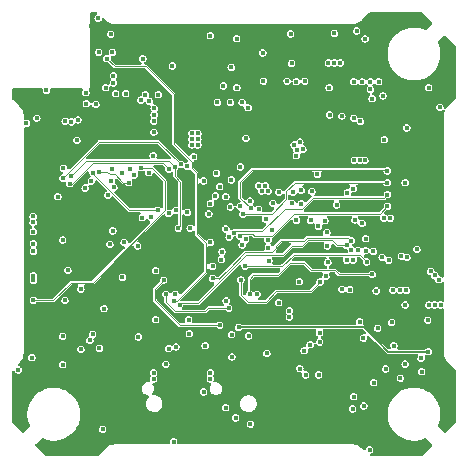
<source format=gbr>
%TF.GenerationSoftware,KiCad,Pcbnew,9.0.0-9.0.0-2~ubuntu24.04.1*%
%TF.CreationDate,2025-03-27T18:59:31+01:00*%
%TF.ProjectId,Kolibri v0.5,4b6f6c69-6272-4692-9076-302e352e6b69,rev?*%
%TF.SameCoordinates,Original*%
%TF.FileFunction,Copper,L5,Inr*%
%TF.FilePolarity,Positive*%
%FSLAX46Y46*%
G04 Gerber Fmt 4.6, Leading zero omitted, Abs format (unit mm)*
G04 Created by KiCad (PCBNEW 9.0.0-9.0.0-2~ubuntu24.04.1) date 2025-03-27 18:59:31*
%MOMM*%
%LPD*%
G01*
G04 APERTURE LIST*
%TA.AperFunction,ComponentPad*%
%ADD10O,1.000000X1.600000*%
%TD*%
%TA.AperFunction,HeatsinkPad*%
%ADD11C,0.500000*%
%TD*%
%TA.AperFunction,ViaPad*%
%ADD12C,0.450000*%
%TD*%
%TA.AperFunction,Conductor*%
%ADD13C,0.150000*%
%TD*%
%TA.AperFunction,Conductor*%
%ADD14C,0.110000*%
%TD*%
%TA.AperFunction,Conductor*%
%ADD15C,0.118000*%
%TD*%
G04 APERTURE END LIST*
D10*
%TO.N,GND*%
%TO.C,J1*%
X91280000Y-116747500D03*
X99920000Y-116747500D03*
%TD*%
D11*
%TO.N,GND*%
%TO.C,U7*%
X108950000Y-87700000D03*
X108950000Y-88800000D03*
%TD*%
%TO.N,GND*%
%TO.C,U6*%
X113512500Y-88387500D03*
X113512500Y-89487500D03*
%TD*%
D12*
%TO.N,GND*%
X94950000Y-96100000D03*
X106500000Y-99870000D03*
X87400000Y-101600000D03*
X110500000Y-85500000D03*
X86770000Y-103422604D03*
X90100000Y-97950000D03*
X83000000Y-108500000D03*
X98700000Y-91900000D03*
X96150000Y-96950000D03*
X108062500Y-88900000D03*
X103000000Y-116875000D03*
X91702513Y-96702513D03*
X113350000Y-108617500D03*
X91117500Y-102750000D03*
X82405546Y-112166206D03*
X106100000Y-115650000D03*
X113700000Y-82100000D03*
X92400000Y-111750000D03*
X101400000Y-117110000D03*
X117050000Y-92100000D03*
X90850000Y-86500000D03*
X116850000Y-97300000D03*
X92400000Y-112250000D03*
X94800000Y-101000000D03*
X84750000Y-95200000D03*
X91200000Y-90100000D03*
X96650000Y-88235000D03*
X117000000Y-108500000D03*
X99200000Y-84200000D03*
X100150000Y-112900000D03*
X89700000Y-114620000D03*
X92400000Y-101350000D03*
X108850000Y-92100000D03*
X105250000Y-84000000D03*
X109500000Y-106200000D03*
X88500000Y-89967500D03*
X106075000Y-110625000D03*
X85700000Y-107350000D03*
X113900000Y-102900000D03*
X105732500Y-94950000D03*
X101500000Y-85500000D03*
X83700000Y-95250000D03*
X105300000Y-100000000D03*
X109950000Y-108800000D03*
X85080000Y-95800000D03*
X101200000Y-95550000D03*
X112165000Y-115985000D03*
X88600000Y-98600000D03*
X91350000Y-83125000D03*
X88600000Y-98200000D03*
X100150000Y-112150000D03*
X104000000Y-102150000D03*
X117000000Y-108000000D03*
X84200000Y-91400000D03*
X108150000Y-93300000D03*
X88002500Y-96700000D03*
X89500000Y-104450000D03*
X89850000Y-92900000D03*
X85484998Y-89150000D03*
X101750000Y-84000000D03*
X94330000Y-107250000D03*
X96300000Y-95750000D03*
X104050000Y-114450000D03*
X98800000Y-111750000D03*
X90100000Y-98950000D03*
X104639412Y-103939412D03*
X118266206Y-111494454D03*
X88500000Y-113500000D03*
X110550000Y-105850000D03*
X85999998Y-97020000D03*
X86550000Y-97500000D03*
X101000000Y-112150000D03*
X84350000Y-108600000D03*
X101000000Y-85500000D03*
X95600000Y-101050000D03*
X91837500Y-105350000D03*
X90150000Y-112150000D03*
X84150000Y-103450000D03*
X97068939Y-94297663D03*
X117594454Y-87833794D03*
X88850000Y-102200000D03*
X88850000Y-92850000D03*
X91250000Y-83750000D03*
X91000000Y-112150000D03*
X102250000Y-106150000D03*
X87900000Y-82400000D03*
X92400000Y-102050000D03*
X112500000Y-100300000D03*
X88650000Y-82600000D03*
X111500000Y-85500000D03*
X92197487Y-97197487D03*
X105550000Y-102900000D03*
X113400000Y-110850000D03*
X96900000Y-102300000D03*
X86700000Y-98450000D03*
X85900000Y-92950000D03*
X87100000Y-96800000D03*
X106700000Y-108700000D03*
X117000000Y-109000000D03*
X98800000Y-112250000D03*
X107967500Y-96382379D03*
X104017500Y-101200000D03*
X108250000Y-92100000D03*
X99837500Y-109450000D03*
X92187500Y-110100000D03*
X83500000Y-108500000D03*
X93850000Y-99200000D03*
X83970000Y-104770000D03*
X114800000Y-94100000D03*
X95700000Y-88150000D03*
X89050000Y-108487500D03*
X101000000Y-112900000D03*
X88050000Y-110158648D03*
X89450000Y-89967500D03*
X98600000Y-84200000D03*
X85750000Y-91350000D03*
X108450000Y-109300000D03*
X103352450Y-95830640D03*
X100215000Y-107060000D03*
X106669064Y-103552000D03*
X88868144Y-100386702D03*
X83700000Y-96400000D03*
X102250000Y-106800000D03*
X89850000Y-91050000D03*
X84350000Y-98000000D03*
X84650000Y-96400000D03*
X104350000Y-88350000D03*
X96600000Y-83000000D03*
X99200000Y-90800000D03*
X108650000Y-92800000D03*
X91000000Y-112900000D03*
X97300000Y-99500000D03*
X90150000Y-112900000D03*
X106800000Y-102584000D03*
X109900000Y-116650000D03*
X90100000Y-98450000D03*
X98182500Y-99550000D03*
X83025000Y-107100000D03*
X88650000Y-85600000D03*
X110150000Y-112800000D03*
X108150000Y-92650000D03*
X110000000Y-91600000D03*
X96550000Y-100700000D03*
X95600000Y-83000000D03*
X115000000Y-99000000D03*
X83700000Y-90700000D03*
X90900000Y-93000000D03*
X95650000Y-87050000D03*
X114750000Y-104000000D03*
X108600000Y-116875000D03*
X88505546Y-118266206D03*
X111000000Y-85500000D03*
X90400000Y-89967500D03*
X105650000Y-117100000D03*
X96150000Y-83125000D03*
X87400000Y-102700000D03*
X99750000Y-90450000D03*
X82300000Y-88600000D03*
X100550000Y-90650000D03*
X86800000Y-98950000D03*
X88600000Y-102800000D03*
X86250000Y-88400000D03*
X103933743Y-100150615D03*
X106681876Y-101013589D03*
X88000000Y-103250000D03*
X100500000Y-85500000D03*
X99851004Y-101750000D03*
X99200000Y-91900000D03*
X108500000Y-108450000D03*
X83000000Y-109000000D03*
X87800000Y-106332500D03*
X83080000Y-92900000D03*
%TO.N,+1V1*%
X102925611Y-101145566D03*
X107950000Y-102400000D03*
X104700000Y-106500000D03*
X104700000Y-107000000D03*
X105300000Y-98832500D03*
%TO.N,+3V3*%
X114500000Y-95650000D03*
X83000000Y-99000000D03*
X97562500Y-109450000D03*
X101250000Y-108610000D03*
X91910000Y-108700000D03*
X106500000Y-98832500D03*
X112750000Y-92000000D03*
X103780000Y-105800000D03*
X102965359Y-102261869D03*
X96180000Y-107250000D03*
X113350000Y-107482500D03*
X98950000Y-102150000D03*
X101975000Y-105075002D03*
X105550000Y-104017500D03*
X93370000Y-107250000D03*
X107917500Y-101000000D03*
X107801522Y-103552000D03*
X105580360Y-111381512D03*
X110140000Y-113750000D03*
X107250000Y-108400000D03*
X102882500Y-100520000D03*
X107250000Y-109150000D03*
X112625000Y-88287500D03*
X112550000Y-101950000D03*
X102714710Y-98756025D03*
X83000000Y-98500000D03*
X105950000Y-109870000D03*
X88050000Y-108487500D03*
X111700000Y-88520000D03*
X87800000Y-109000000D03*
%TO.N,Net-(U1-XIN)*%
X107065002Y-94950000D03*
%TO.N,Net-(C15-Pad2)*%
X106600000Y-96382379D03*
X105700000Y-96302500D03*
%TO.N,+4V5*%
X99350000Y-105650000D03*
X87925000Y-95500000D03*
X103800000Y-96450000D03*
%TO.N,+5V*%
X108500000Y-85500000D03*
X117450000Y-89250000D03*
X98800000Y-95975000D03*
X109000000Y-85500000D03*
X88550000Y-84620000D03*
X110150000Y-87100000D03*
X85500000Y-100500000D03*
X108000000Y-85500000D03*
X110850000Y-87100000D03*
X89700000Y-84600000D03*
X111550000Y-87750000D03*
X102100000Y-95900000D03*
X100235000Y-83450000D03*
X82900000Y-110450000D03*
X112250000Y-87100000D03*
X102650000Y-95900000D03*
X115900000Y-111650000D03*
X83020000Y-99800000D03*
X94800000Y-85750000D03*
X102350000Y-96350000D03*
X88894454Y-116533794D03*
X111550000Y-87100000D03*
X100528824Y-97654690D03*
X84134442Y-87830577D03*
X111105546Y-83466206D03*
X102900000Y-96350000D03*
X89566206Y-83075000D03*
X110050000Y-114800000D03*
%TO.N,+3V3_ELRS*%
X89750000Y-99717500D03*
X98000000Y-100700000D03*
X96045286Y-94257055D03*
X86700000Y-92050000D03*
X93161009Y-93350726D03*
X89705642Y-94508060D03*
X93250000Y-89350000D03*
X90565002Y-103665002D03*
X96300000Y-99500000D03*
X108062500Y-87600000D03*
X89995000Y-88110602D03*
X91572315Y-94988691D03*
X97440002Y-95484998D03*
X87518321Y-88950000D03*
%TO.N,Net-(U3-CAP1)*%
X88309998Y-89020000D03*
%TO.N,VDD3P3*%
X86799538Y-90330408D03*
%TO.N,/ELRS/WIFI_ANTENNA*%
X83316798Y-90168183D03*
%TO.N,Net-(U3-XTAL_N)*%
X89150000Y-87600000D03*
%TO.N,Net-(C39-Pad2)*%
X87471446Y-88028554D03*
%TO.N,Net-(IC1-DCC_FB)*%
X98515000Y-94850000D03*
X95084999Y-97986677D03*
%TO.N,Net-(IC1-VR_PA)*%
X94474998Y-98241000D03*
%TO.N,Net-(IC3-DCC_FB)*%
X95037501Y-105075002D03*
X99600000Y-100250000D03*
X99317500Y-99550000D03*
%TO.N,Net-(IC3-VR_PA)*%
X93384998Y-103100000D03*
%TO.N,Net-(IC5-BOOT)*%
X109150000Y-90000000D03*
%TO.N,Net-(IC5-SW_1)*%
X108100000Y-89900000D03*
%TO.N,+5V_BUCK*%
X99322501Y-96832626D03*
X105300000Y-93350000D03*
X105600000Y-92200000D03*
X105850000Y-92800000D03*
X105100000Y-92450000D03*
X99787500Y-95400000D03*
X105337500Y-92850000D03*
%TO.N,VCC*%
X85700000Y-105600000D03*
X110200000Y-93750000D03*
X111800000Y-101447500D03*
X116650000Y-103150000D03*
X110650000Y-93750000D03*
X117350000Y-103850000D03*
X114650000Y-101950000D03*
X111150000Y-100390000D03*
X113250000Y-98650000D03*
X117000000Y-103500000D03*
X114189412Y-101860588D03*
X112700000Y-98650000D03*
X111100000Y-93750000D03*
X101017500Y-91900000D03*
%TO.N,Net-(IC6-BOOT)*%
X99700000Y-88850000D03*
%TO.N,Net-(IC6-SW_1)*%
X98600000Y-88850000D03*
%TO.N,+10V*%
X96450000Y-92450000D03*
X89800000Y-87200000D03*
X96450000Y-91950000D03*
X96950000Y-91950000D03*
X96950000Y-91450000D03*
X85950000Y-103050000D03*
X114600000Y-104750000D03*
X96950000Y-92450000D03*
X114100000Y-104750000D03*
X116500000Y-106000000D03*
X96450000Y-91450000D03*
X93600000Y-88200000D03*
X89800000Y-86600000D03*
X117500000Y-106000000D03*
X117000000Y-106000000D03*
%TO.N,/ADC/VBat_HI*%
X99837500Y-110399998D03*
X111150000Y-101400000D03*
X112050000Y-104800000D03*
%TO.N,/Video.In*%
X114500000Y-111000000D03*
%TO.N,Net-(U5-VIN)*%
X106450000Y-109350000D03*
%TO.N,Net-(U5-CLKIN)*%
X112173750Y-107973750D03*
%TO.N,Net-(U5-XFB)*%
X110965002Y-108800000D03*
%TO.N,Net-(D1-DOUT)*%
X116450000Y-109950000D03*
X100401509Y-107887149D03*
%TO.N,Net-(D3-DOUT)*%
X111494454Y-118266206D03*
X94900000Y-117575000D03*
%TO.N,Net-(D5-DOUT)*%
X82425000Y-90613746D03*
X81733793Y-111494456D03*
%TO.N,Net-(D7-DOUT)*%
X88505546Y-81733794D03*
X110400000Y-82800000D03*
%TO.N,/Connectors/LED*%
X108500000Y-83000000D03*
X116500000Y-87600000D03*
%TO.N,/ELRS/LED_RGB*%
X90550000Y-94850000D03*
%TO.N,/Spk.+*%
X87050000Y-104650000D03*
X83025000Y-103525000D03*
X83020000Y-103925000D03*
%TO.N,/Spk.-*%
X89000000Y-106300000D03*
X83020000Y-100810000D03*
X83020000Y-101450000D03*
%TO.N,Net-(D18-A)*%
X92800000Y-94800000D03*
%TO.N,/ELRS/RADIO_RST*%
X93550000Y-97975000D03*
X88063303Y-94785001D03*
%TO.N,/ELRS/RADIO_BUSY*%
X87400000Y-96100000D03*
X98010000Y-97415002D03*
%TO.N,/ELRS/RADIO_DIO1*%
X98439254Y-96771449D03*
X86250000Y-90500000D03*
%TO.N,/ELRS/RADIO_MISO*%
X85522492Y-95264361D03*
X95516382Y-94099448D03*
X92950000Y-98550000D03*
%TO.N,/ELRS/RADIO_MOSI*%
X95015002Y-94300000D03*
X86217049Y-95090597D03*
X95300000Y-99500000D03*
%TO.N,Net-(IC1-DCC_SW)*%
X96587500Y-93450000D03*
%TO.N,Net-(IC1-XTA)*%
X96050000Y-98150000D03*
%TO.N,Net-(IC1-XTB)*%
X97880723Y-98291201D03*
%TO.N,/ELRS/RADIO_SCK*%
X92250000Y-98600000D03*
X86088113Y-95727684D03*
X94500000Y-94500000D03*
%TO.N,/ELRS/RADIO_NSS*%
X88598419Y-94712517D03*
X91100000Y-95650000D03*
%TO.N,/ELRS/POWER_RXEN*%
X89835021Y-96038491D03*
%TO.N,/ELRS/POWER_TXEN*%
X89625000Y-95494912D03*
X89315002Y-96700000D03*
%TO.N,/ELRS/RADIO_NSS_2*%
X91850000Y-100999998D03*
X92850000Y-88750000D03*
%TO.N,/ELRS/RADIO_BUSY_2*%
X85713365Y-90439786D03*
X98200000Y-102734998D03*
%TO.N,/ELRS/RADIO_DIO1_2*%
X85559468Y-94420705D03*
X98991811Y-101475764D03*
%TO.N,/ELRS/RADIO_RST_2*%
X89250000Y-85150000D03*
X94900000Y-105650000D03*
%TO.N,/ELRS/POWER_RXEN_2*%
X89497500Y-100850000D03*
X93223534Y-91360294D03*
%TO.N,/ELRS/POWER_TXEN_2*%
X90700000Y-100700000D03*
X93215000Y-90441742D03*
%TO.N,Net-(IC5-FB)*%
X110142855Y-90194390D03*
%TO.N,Net-(IC5-RT{slash}SYNC)*%
X110700000Y-90450000D03*
%TO.N,Net-(IC6-FB)*%
X100700000Y-88850000D03*
%TO.N,Net-(IC6-RT{slash}SYNC)*%
X101200000Y-89300000D03*
%TO.N,Net-(J1-CC2)*%
X97450000Y-113350000D03*
X101400000Y-116090000D03*
%TO.N,+5V_USB*%
X98000000Y-112250000D03*
X99700000Y-97700000D03*
X93200000Y-111750000D03*
X98000000Y-111750000D03*
X93200000Y-112250000D03*
X102800000Y-110100000D03*
%TO.N,/USB.D+*%
X99300000Y-114700000D03*
X100150000Y-115550000D03*
%TO.N,/Motor.3*%
X100738175Y-98309565D03*
X113000000Y-95650000D03*
%TO.N,/Motor.1*%
X113000000Y-97650000D03*
X100500000Y-100150000D03*
%TO.N,/Motor.4*%
X101450025Y-97809565D03*
X113000000Y-94650000D03*
%TO.N,/Motor.2*%
X100027339Y-99866150D03*
X113000000Y-96650000D03*
%TO.N,/Connectors/Curr_ESC*%
X113100000Y-102200000D03*
X99800000Y-108500000D03*
X114650000Y-91000000D03*
%TO.N,/U1.TX*%
X104900000Y-85550000D03*
X110850000Y-99100000D03*
X106000000Y-87050000D03*
%TO.N,/U1.RX*%
X105300000Y-87100000D03*
X110250000Y-98800000D03*
X104800000Y-83050000D03*
%TO.N,/I2C0.SDA*%
X88617967Y-109678648D03*
X99775000Y-85875000D03*
X101003606Y-100438526D03*
%TO.N,/I2C0.SCL*%
X92300000Y-85150000D03*
X102450000Y-84650000D03*
X100700000Y-100909267D03*
X87050000Y-109750000D03*
%TO.N,/U2.TX*%
X100250000Y-87600000D03*
X110100000Y-96150000D03*
X98000000Y-83200000D03*
%TO.N,/U2.RX*%
X99100000Y-87450000D03*
X109600000Y-96500000D03*
%TO.N,/SWDIO*%
X105000000Y-96450000D03*
X102500000Y-87050000D03*
%TO.N,/SWCLK*%
X104500000Y-87050000D03*
X104900000Y-97400000D03*
%TO.N,/SD_DAT.0*%
X100600000Y-103850000D03*
X107301992Y-104035000D03*
X110100000Y-102200000D03*
%TO.N,/SD_DAT.3*%
X94250000Y-105075002D03*
X109950000Y-101350000D03*
X99551613Y-106271084D03*
%TO.N,/RP2350/SD_SCLK*%
X98200000Y-103750000D03*
X109950000Y-100550000D03*
%TO.N,/RP2350/SD_CMD*%
X95400000Y-105980000D03*
X109550000Y-100950000D03*
%TO.N,/SD_DAT.2*%
X110515000Y-101376000D03*
X98800000Y-107700000D03*
X94050000Y-103900000D03*
%TO.N,/PWM.1*%
X85090266Y-96832133D03*
%TO.N,/PWM.2*%
X83020000Y-105600000D03*
X92116103Y-94382695D03*
%TO.N,/PWM.3*%
X116400000Y-107300000D03*
X92100000Y-88650000D03*
%TO.N,/PWM.4*%
X115500000Y-101300000D03*
X93253338Y-89903102D03*
%TO.N,/U0.TX*%
X92500000Y-88200000D03*
X85500000Y-108650000D03*
X109150000Y-104675000D03*
%TO.N,/U0.RX*%
X109800000Y-104700000D03*
X90845000Y-88100000D03*
X85500000Y-111050000D03*
%TO.N,/Video.Out*%
X113450000Y-104750000D03*
X114500000Y-106000000D03*
%TO.N,Net-(U1-XOUT)*%
X105701178Y-97415001D03*
%TO.N,Net-(U4-PR1)*%
X100550000Y-94300000D03*
%TO.N,Net-(U5-HSYNC)*%
X106074064Y-111915995D03*
%TO.N,Net-(U5-VSYNC)*%
X107181855Y-111910000D03*
%TO.N,Net-(U5-LOS)*%
X111825000Y-112575000D03*
%TO.N,Net-(U1-QSPI_SS)*%
X110640002Y-107400000D03*
X111000000Y-114550000D03*
%TO.N,/ELRS/ELRS_BUTTON*%
X91185094Y-94454135D03*
%TO.N,/SD_DAT.1*%
X109550000Y-102200000D03*
%TO.N,/ADC.VBat*%
X111711504Y-103401728D03*
X101325098Y-105086471D03*
%TO.N,/Gyro/Int*%
X96225000Y-108425000D03*
X103208671Y-99638402D03*
%TO.N,/RP2350/Gyro_SS*%
X94250000Y-111000000D03*
X103312955Y-97382379D03*
%TO.N,/ADC.Curr*%
X100949159Y-102722257D03*
X111246066Y-102350000D03*
%TO.N,/SPI1.SCLK*%
X112850000Y-111415002D03*
X107158731Y-99334954D03*
%TO.N,/SPI1.MISO*%
X114100000Y-112200000D03*
X107877570Y-99851594D03*
%TO.N,/SPI1.MOSI*%
X115850000Y-110500000D03*
X108700000Y-97525002D03*
%TO.N,/RP2350/OSD_SS*%
X113550000Y-109450000D03*
X107700000Y-98850000D03*
%TO.N,/SPI0.SCLK*%
X101380319Y-97198143D03*
X94464353Y-109690450D03*
%TO.N,/SPI0.SDX*%
X102085000Y-97900000D03*
X95099000Y-109550000D03*
%TD*%
D13*
%TO.N,Net-(D1-DOUT)*%
X113050000Y-109950000D02*
X116450000Y-109950000D01*
X112100000Y-109000000D02*
X113050000Y-109950000D01*
X100401509Y-107887149D02*
X110987149Y-107887149D01*
X110987149Y-107887149D02*
X112100000Y-109000000D01*
D14*
%TO.N,/ELRS/RADIO_RST*%
X91160000Y-97975000D02*
X93550000Y-97975000D01*
X88063303Y-94785001D02*
X88063303Y-94878303D01*
X88063303Y-94878303D02*
X91160000Y-97975000D01*
%TO.N,/ELRS/RADIO_MISO*%
X93616934Y-92200000D02*
X88582972Y-92200000D01*
X88582972Y-92200000D02*
X85522492Y-95260480D01*
X95516382Y-94099448D02*
X93616934Y-92200000D01*
X85522492Y-95260480D02*
X85522492Y-95264361D01*
%TO.N,/ELRS/RADIO_MOSI*%
X86217049Y-95082951D02*
X87500000Y-93800000D01*
X95015002Y-94300000D02*
X95015002Y-95115002D01*
X95455999Y-99344001D02*
X95300000Y-99500000D01*
X95455999Y-95555999D02*
X95455999Y-99344001D01*
X95015002Y-95115002D02*
X95455999Y-95555999D01*
X94515002Y-93800000D02*
X95015002Y-94300000D01*
X86217049Y-95090597D02*
X86217049Y-95082951D01*
X87500000Y-93800000D02*
X94515002Y-93800000D01*
%TO.N,/ELRS/RADIO_SCK*%
X87100000Y-94950000D02*
X88050000Y-94000000D01*
X86322316Y-95727684D02*
X87100000Y-94950000D01*
X94000000Y-94000000D02*
X94500000Y-94500000D01*
X92850000Y-94000000D02*
X94000000Y-94000000D01*
X88050000Y-94000000D02*
X92850000Y-94000000D01*
X86088113Y-95727684D02*
X86322316Y-95727684D01*
%TO.N,/ELRS/RADIO_NSS*%
X89262517Y-94712517D02*
X89500000Y-94950000D01*
X89950000Y-94950000D02*
X90650000Y-95650000D01*
X89500000Y-94950000D02*
X89950000Y-94950000D01*
X90650000Y-95650000D02*
X91100000Y-95650000D01*
X88598419Y-94712517D02*
X89262517Y-94712517D01*
%TO.N,/ELRS/RADIO_RST_2*%
X96850000Y-100000000D02*
X96850000Y-94850000D01*
X97600000Y-100750000D02*
X96850000Y-100000000D01*
X94900000Y-88150000D02*
X92550000Y-85800000D01*
X95150000Y-105650000D02*
X97600000Y-103200000D01*
X96416286Y-93866286D02*
X94900000Y-92350000D01*
X94900000Y-105650000D02*
X95150000Y-105650000D01*
X96416286Y-94416286D02*
X96416286Y-93866286D01*
X96850000Y-94850000D02*
X96416286Y-94416286D01*
X92550000Y-85800000D02*
X89900000Y-85800000D01*
X97600000Y-103200000D02*
X97600000Y-100750000D01*
X89900000Y-85800000D02*
X89250000Y-85150000D01*
X94900000Y-92350000D02*
X94900000Y-88150000D01*
%TO.N,/Motor.3*%
X103190435Y-98309565D02*
X104450000Y-97050000D01*
X104450000Y-96350000D02*
X105150000Y-95650000D01*
X105150000Y-95650000D02*
X113000000Y-95650000D01*
X100738175Y-98309565D02*
X103190435Y-98309565D01*
X104450000Y-97050000D02*
X104450000Y-96350000D01*
%TO.N,/Motor.1*%
X103255535Y-100150000D02*
X101728823Y-100150000D01*
X113000000Y-97650000D02*
X112369208Y-98280792D01*
X105124743Y-98280792D02*
X103255535Y-100150000D01*
X100648823Y-100001177D02*
X100500000Y-100150000D01*
X112369208Y-98280792D02*
X105124743Y-98280792D01*
X101728823Y-100150000D02*
X101580000Y-100001177D01*
X101580000Y-100001177D02*
X100648823Y-100001177D01*
%TO.N,/Motor.4*%
X101550000Y-94550000D02*
X112900000Y-94550000D01*
X100500000Y-96900000D02*
X100500000Y-95600000D01*
X112900000Y-94550000D02*
X113000000Y-94650000D01*
X101409565Y-97809565D02*
X100500000Y-96900000D01*
X101450025Y-97809565D02*
X101409565Y-97809565D01*
X100500000Y-95600000D02*
X101550000Y-94550000D01*
%TO.N,/Motor.2*%
X105800000Y-97850000D02*
X106700000Y-96950000D01*
X112700000Y-96950000D02*
X113000000Y-96650000D01*
X100143489Y-99750000D02*
X102419943Y-99750000D01*
X106700000Y-96950000D02*
X112700000Y-96950000D01*
X102419943Y-99750000D02*
X104319943Y-97850000D01*
X104319943Y-97850000D02*
X105800000Y-97850000D01*
X100027339Y-99866150D02*
X100143489Y-99750000D01*
%TO.N,/SD_DAT.0*%
X106486992Y-104850000D02*
X103600000Y-104850000D01*
X103600000Y-104850000D02*
X102700000Y-105750000D01*
X100600000Y-105150000D02*
X100600000Y-103850000D01*
X102700000Y-105750000D02*
X101200000Y-105750000D01*
X107301992Y-104035000D02*
X106486992Y-104850000D01*
X101200000Y-105750000D02*
X100600000Y-105150000D01*
%TO.N,/SD_DAT.3*%
X94250000Y-105750000D02*
X94250000Y-105075002D01*
X97828916Y-106271084D02*
X97550000Y-106550000D01*
X95050000Y-106550000D02*
X94250000Y-105750000D01*
X97550000Y-106550000D02*
X95050000Y-106550000D01*
X99551613Y-106271084D02*
X97828916Y-106271084D01*
%TO.N,/RP2350/SD_SCLK*%
X103200000Y-101550000D02*
X100967157Y-101550000D01*
X109700000Y-100300000D02*
X106217157Y-100300000D01*
X106217157Y-100300000D02*
X105967158Y-100550000D01*
X109950000Y-100550000D02*
X109700000Y-100300000D01*
X103537500Y-101212500D02*
X103200000Y-101550000D01*
X100967157Y-101550000D02*
X99483579Y-103033579D01*
X105967158Y-100550000D02*
X103988677Y-100550000D01*
X103988677Y-100550000D02*
X103537500Y-101001177D01*
X99483579Y-103033579D02*
X98756570Y-103760588D01*
X98767158Y-103750000D02*
X98200000Y-103750000D01*
X99483579Y-103033579D02*
X98767158Y-103750000D01*
X103537500Y-101001177D02*
X103537500Y-101212500D01*
%TO.N,/RP2350/SD_CMD*%
X109550000Y-100950000D02*
X108750001Y-100950000D01*
X108300001Y-100500000D02*
X106300000Y-100500000D01*
X95530000Y-105850000D02*
X95400000Y-105980000D01*
X104900000Y-101000000D02*
X104150000Y-101750000D01*
X104150000Y-101750000D02*
X101050000Y-101750000D01*
X108750001Y-100950000D02*
X108300001Y-100500000D01*
X96950000Y-105850000D02*
X95530000Y-105850000D01*
X105800000Y-101000000D02*
X104900000Y-101000000D01*
X101050000Y-101750000D02*
X96950000Y-105850000D01*
X106300000Y-100500000D02*
X105800000Y-101000000D01*
%TO.N,/SD_DAT.2*%
X93300000Y-104650000D02*
X94050000Y-103900000D01*
X93300000Y-105600000D02*
X93300000Y-104650000D01*
X98025000Y-107700000D02*
X95400000Y-107700000D01*
X95400000Y-107700000D02*
X93300000Y-105600000D01*
X98025000Y-107700000D02*
X98800000Y-107700000D01*
%TO.N,/PWM.2*%
X88050000Y-104100000D02*
X86200000Y-104100000D01*
X94150000Y-95500000D02*
X94150000Y-98000000D01*
X84700000Y-105600000D02*
X83020000Y-105600000D01*
X93032695Y-94382695D02*
X94150000Y-95500000D01*
X86200000Y-104100000D02*
X84700000Y-105600000D01*
X94150000Y-98000000D02*
X88050000Y-104100000D01*
X92116103Y-94382695D02*
X93032695Y-94382695D01*
D15*
%TO.N,/ADC.VBat*%
X108901728Y-103401728D02*
X108568000Y-103068000D01*
X101650000Y-103450000D02*
X101325098Y-103774902D01*
X105950000Y-102450000D02*
X104750000Y-102450000D01*
X104750000Y-102450000D02*
X103750000Y-103450000D01*
X101325098Y-103774902D02*
X101325098Y-105086471D01*
X111711504Y-103401728D02*
X108901728Y-103401728D01*
X108568000Y-103068000D02*
X106568000Y-103068000D01*
X106568000Y-103068000D02*
X105950000Y-102450000D01*
X103750000Y-103450000D02*
X101650000Y-103450000D01*
%TO.N,/ADC.Curr*%
X105050000Y-101750000D02*
X110646066Y-101750000D01*
X104077743Y-102722257D02*
X105050000Y-101750000D01*
X110646066Y-101750000D02*
X111246066Y-102350000D01*
X100949159Y-102722257D02*
X104077743Y-102722257D01*
%TD*%
%TA.AperFunction,Conductor*%
%TO.N,GND*%
G36*
X105903752Y-102619185D02*
G01*
X105924394Y-102635819D01*
X106483317Y-103194742D01*
X106518949Y-103209500D01*
X106538263Y-103217500D01*
X106597737Y-103217500D01*
X107415564Y-103217500D01*
X107482603Y-103237185D01*
X107528358Y-103289989D01*
X107538302Y-103359147D01*
X107522950Y-103403502D01*
X107507524Y-103430219D01*
X107507523Y-103430221D01*
X107507523Y-103430222D01*
X107486022Y-103510464D01*
X107486022Y-103510466D01*
X107486022Y-103596865D01*
X107466337Y-103663904D01*
X107413533Y-103709659D01*
X107351655Y-103718931D01*
X107351655Y-103719500D01*
X107347864Y-103719500D01*
X107345835Y-103719804D01*
X107343529Y-103719500D01*
X107343528Y-103719500D01*
X107260456Y-103719500D01*
X107216497Y-103731279D01*
X107180209Y-103741002D01*
X107180208Y-103741003D01*
X107108277Y-103782534D01*
X107108268Y-103782540D01*
X107049532Y-103841276D01*
X107049526Y-103841285D01*
X107007995Y-103913216D01*
X107007994Y-103913217D01*
X107000407Y-103941533D01*
X106986492Y-103993464D01*
X106986492Y-103993466D01*
X106986492Y-104084663D01*
X106985122Y-104084663D01*
X106975672Y-104145218D01*
X106951185Y-104180037D01*
X106463043Y-104668181D01*
X106401720Y-104701666D01*
X106375362Y-104704500D01*
X103571057Y-104704500D01*
X103517579Y-104726652D01*
X102676051Y-105568181D01*
X102614728Y-105601666D01*
X102588370Y-105604500D01*
X102151624Y-105604500D01*
X102084585Y-105584815D01*
X102038830Y-105532011D01*
X102028886Y-105462853D01*
X102057911Y-105399297D01*
X102091079Y-105375388D01*
X102089739Y-105373066D01*
X102133959Y-105347534D01*
X102168721Y-105327464D01*
X102227462Y-105268723D01*
X102268999Y-105196780D01*
X102290500Y-105116538D01*
X102290500Y-105033466D01*
X102268999Y-104953224D01*
X102268997Y-104953220D01*
X102268997Y-104953219D01*
X102268996Y-104953218D01*
X102239689Y-104902459D01*
X102227462Y-104881281D01*
X102168721Y-104822540D01*
X102140013Y-104805965D01*
X102096783Y-104781005D01*
X102096782Y-104781004D01*
X102090201Y-104779240D01*
X102016536Y-104759502D01*
X101933464Y-104759502D01*
X101877058Y-104774615D01*
X101853217Y-104781004D01*
X101853216Y-104781005D01*
X101781285Y-104822536D01*
X101781275Y-104822543D01*
X101731994Y-104871824D01*
X101724350Y-104875997D01*
X101719169Y-104882999D01*
X101694150Y-104892487D01*
X101670671Y-104905308D01*
X101661985Y-104904686D01*
X101653840Y-104907776D01*
X101627661Y-104902231D01*
X101600979Y-104900323D01*
X101592213Y-104894723D01*
X101585486Y-104893299D01*
X101558269Y-104873040D01*
X101557116Y-104872304D01*
X101556933Y-104872123D01*
X101518819Y-104834009D01*
X101517806Y-104833424D01*
X101511400Y-104827088D01*
X101498100Y-104803046D01*
X101481901Y-104780852D01*
X101480098Y-104770504D01*
X101477579Y-104765950D01*
X101478053Y-104758762D01*
X101474598Y-104738926D01*
X101474598Y-103975964D01*
X105234500Y-103975964D01*
X105234500Y-104059036D01*
X105246136Y-104102462D01*
X105256002Y-104139282D01*
X105256003Y-104139283D01*
X105287595Y-104193999D01*
X105297538Y-104211221D01*
X105356279Y-104269962D01*
X105386595Y-104287465D01*
X105428216Y-104311496D01*
X105428217Y-104311497D01*
X105428219Y-104311497D01*
X105428222Y-104311499D01*
X105508464Y-104333000D01*
X105508467Y-104333000D01*
X105591533Y-104333000D01*
X105591536Y-104333000D01*
X105671778Y-104311499D01*
X105671780Y-104311497D01*
X105671782Y-104311497D01*
X105671783Y-104311496D01*
X105743721Y-104269962D01*
X105802462Y-104211221D01*
X105843999Y-104139278D01*
X105865500Y-104059036D01*
X105865500Y-103975964D01*
X105843999Y-103895722D01*
X105843997Y-103895719D01*
X105843997Y-103895717D01*
X105843996Y-103895716D01*
X105802465Y-103823785D01*
X105802462Y-103823779D01*
X105743721Y-103765038D01*
X105740496Y-103763176D01*
X105671783Y-103723503D01*
X105671782Y-103723502D01*
X105665201Y-103721738D01*
X105591536Y-103702000D01*
X105508464Y-103702000D01*
X105452058Y-103717113D01*
X105428217Y-103723502D01*
X105428216Y-103723503D01*
X105356285Y-103765034D01*
X105356276Y-103765040D01*
X105297540Y-103823776D01*
X105297534Y-103823785D01*
X105256003Y-103895716D01*
X105256002Y-103895717D01*
X105256001Y-103895722D01*
X105234500Y-103975964D01*
X101474598Y-103975964D01*
X101474598Y-103888189D01*
X101494283Y-103821150D01*
X101510917Y-103800508D01*
X101675606Y-103635819D01*
X101736929Y-103602334D01*
X101763287Y-103599500D01*
X103779735Y-103599500D01*
X103779737Y-103599500D01*
X103807211Y-103588120D01*
X103834682Y-103576742D01*
X103834683Y-103576740D01*
X103834685Y-103576740D01*
X104775606Y-102635819D01*
X104836929Y-102602334D01*
X104863287Y-102599500D01*
X105836713Y-102599500D01*
X105903752Y-102619185D01*
G37*
%TD.AperFunction*%
%TA.AperFunction,Conductor*%
G36*
X107726047Y-101900360D02*
G01*
X107729016Y-101899640D01*
X107759365Y-101910143D01*
X107790157Y-101919185D01*
X107792155Y-101921491D01*
X107795043Y-101922491D01*
X107814896Y-101947736D01*
X107835912Y-101971989D01*
X107836346Y-101975010D01*
X107838235Y-101977412D01*
X107841288Y-102009378D01*
X107845856Y-102041147D01*
X107844587Y-102043924D01*
X107844878Y-102046965D01*
X107830165Y-102075504D01*
X107816831Y-102104703D01*
X107813840Y-102107172D01*
X107812863Y-102109068D01*
X107785120Y-102130886D01*
X107756282Y-102147536D01*
X107756276Y-102147540D01*
X107697540Y-102206276D01*
X107697534Y-102206285D01*
X107656003Y-102278216D01*
X107656002Y-102278217D01*
X107650031Y-102300501D01*
X107634500Y-102358464D01*
X107634500Y-102441536D01*
X107654006Y-102514331D01*
X107656002Y-102521782D01*
X107656003Y-102521783D01*
X107695676Y-102590496D01*
X107697538Y-102593721D01*
X107756279Y-102652462D01*
X107816296Y-102687113D01*
X107864511Y-102737681D01*
X107877733Y-102806288D01*
X107851765Y-102871153D01*
X107794850Y-102911680D01*
X107754295Y-102918500D01*
X106681287Y-102918500D01*
X106614248Y-102898815D01*
X106593606Y-102882181D01*
X106034682Y-102323257D01*
X105979740Y-102300501D01*
X105979738Y-102300500D01*
X105979737Y-102300500D01*
X105010287Y-102300500D01*
X104943248Y-102280815D01*
X104897493Y-102228011D01*
X104887549Y-102158853D01*
X104916574Y-102095297D01*
X104922606Y-102088819D01*
X105075606Y-101935819D01*
X105136929Y-101902334D01*
X105163287Y-101899500D01*
X107723118Y-101899500D01*
X107726047Y-101900360D01*
G37*
%TD.AperFunction*%
%TA.AperFunction,Conductor*%
G36*
X107548915Y-100647210D02*
G01*
X107554877Y-100646062D01*
X107582049Y-100656940D01*
X107610128Y-100665185D01*
X107614103Y-100669772D01*
X107619742Y-100672030D01*
X107636721Y-100695875D01*
X107655883Y-100717989D01*
X107656747Y-100723999D01*
X107660269Y-100728945D01*
X107661661Y-100758174D01*
X107665827Y-100787147D01*
X107663378Y-100794222D01*
X107663593Y-100798735D01*
X107650476Y-100831501D01*
X107623506Y-100878214D01*
X107623501Y-100878222D01*
X107602000Y-100958464D01*
X107602000Y-101041536D01*
X107618746Y-101104032D01*
X107623502Y-101121782D01*
X107623503Y-101121783D01*
X107656089Y-101178222D01*
X107665038Y-101193721D01*
X107723779Y-101252462D01*
X107749555Y-101267344D01*
X107795716Y-101293996D01*
X107795717Y-101293997D01*
X107795719Y-101293997D01*
X107795722Y-101293999D01*
X107875964Y-101315500D01*
X107875967Y-101315500D01*
X107959033Y-101315500D01*
X107959036Y-101315500D01*
X108039278Y-101293999D01*
X108039280Y-101293997D01*
X108039282Y-101293997D01*
X108039283Y-101293996D01*
X108039285Y-101293995D01*
X108111221Y-101252462D01*
X108169962Y-101193721D01*
X108211499Y-101121778D01*
X108233000Y-101041536D01*
X108233000Y-100958464D01*
X108232998Y-100958460D01*
X108232210Y-100952471D01*
X108242971Y-100883435D01*
X108289348Y-100831176D01*
X108356615Y-100812286D01*
X108423417Y-100832762D01*
X108442829Y-100848596D01*
X108667582Y-101073349D01*
X108721059Y-101095500D01*
X108778943Y-101095500D01*
X109199387Y-101095500D01*
X109266426Y-101115185D01*
X109291506Y-101138258D01*
X109291791Y-101137974D01*
X109297537Y-101143720D01*
X109297538Y-101143721D01*
X109356279Y-101202462D01*
X109392250Y-101223230D01*
X109428216Y-101243996D01*
X109428217Y-101243997D01*
X109428219Y-101243997D01*
X109428222Y-101243999D01*
X109508464Y-101265500D01*
X109508467Y-101265500D01*
X109510500Y-101265500D01*
X109512153Y-101265985D01*
X109516524Y-101266561D01*
X109516434Y-101267242D01*
X109577539Y-101285185D01*
X109623294Y-101337989D01*
X109633196Y-101383507D01*
X109633439Y-101383476D01*
X109633821Y-101386381D01*
X109634500Y-101389500D01*
X109634500Y-101391536D01*
X109645940Y-101434230D01*
X109648667Y-101444407D01*
X109647004Y-101514257D01*
X109607841Y-101572119D01*
X109543613Y-101599623D01*
X109528892Y-101600500D01*
X105079737Y-101600500D01*
X105020263Y-101600500D01*
X105020261Y-101600500D01*
X105020259Y-101600501D01*
X104965317Y-101623257D01*
X104965315Y-101623259D01*
X104052137Y-102536438D01*
X103990814Y-102569923D01*
X103964456Y-102572757D01*
X103364950Y-102572757D01*
X103297911Y-102553072D01*
X103252156Y-102500268D01*
X103242212Y-102431110D01*
X103257563Y-102386757D01*
X103259356Y-102383650D01*
X103259355Y-102383650D01*
X103259358Y-102383647D01*
X103280859Y-102303405D01*
X103280859Y-102220333D01*
X103259358Y-102140091D01*
X103259356Y-102140088D01*
X103259356Y-102140086D01*
X103259355Y-102140085D01*
X103225531Y-102081501D01*
X103209057Y-102013601D01*
X103231909Y-101947574D01*
X103286829Y-101904383D01*
X103332917Y-101895500D01*
X104178941Y-101895500D01*
X104178942Y-101895500D01*
X104232419Y-101873349D01*
X104923949Y-101181819D01*
X104985272Y-101148334D01*
X105011630Y-101145500D01*
X105828941Y-101145500D01*
X105828942Y-101145500D01*
X105882419Y-101123349D01*
X106323949Y-100681819D01*
X106385272Y-100648334D01*
X106411630Y-100645500D01*
X107543089Y-100645500D01*
X107548915Y-100647210D01*
G37*
%TD.AperFunction*%
%TA.AperFunction,Conductor*%
G36*
X104766409Y-100715185D02*
G01*
X104812164Y-100767989D01*
X104822108Y-100837147D01*
X104793083Y-100900703D01*
X104787051Y-100907181D01*
X104126051Y-101568181D01*
X104064728Y-101601666D01*
X104038370Y-101604500D01*
X103650630Y-101604500D01*
X103583591Y-101584815D01*
X103537836Y-101532011D01*
X103527892Y-101462853D01*
X103556917Y-101399297D01*
X103562949Y-101392819D01*
X103601788Y-101353980D01*
X103660849Y-101294919D01*
X103683000Y-101241442D01*
X103683000Y-101183558D01*
X103683000Y-101112807D01*
X103702685Y-101045768D01*
X103719319Y-101025126D01*
X104012626Y-100731819D01*
X104073949Y-100698334D01*
X104100307Y-100695500D01*
X104699370Y-100695500D01*
X104766409Y-100715185D01*
G37*
%TD.AperFunction*%
%TA.AperFunction,Conductor*%
G36*
X93955409Y-94165185D02*
G01*
X93976051Y-94181819D01*
X94149193Y-94354961D01*
X94182678Y-94416284D01*
X94184099Y-94450337D01*
X94184500Y-94450337D01*
X94184500Y-94458464D01*
X94184500Y-94541536D01*
X94202434Y-94608466D01*
X94206002Y-94621782D01*
X94206003Y-94621783D01*
X94235685Y-94673191D01*
X94247538Y-94693721D01*
X94306279Y-94752462D01*
X94333172Y-94767989D01*
X94378216Y-94793996D01*
X94378217Y-94793997D01*
X94378219Y-94793997D01*
X94378222Y-94793999D01*
X94458464Y-94815500D01*
X94458467Y-94815500D01*
X94541533Y-94815500D01*
X94541536Y-94815500D01*
X94621778Y-94793999D01*
X94621780Y-94793997D01*
X94621782Y-94793997D01*
X94621783Y-94793996D01*
X94683501Y-94758363D01*
X94751400Y-94741889D01*
X94817428Y-94764741D01*
X94860619Y-94819661D01*
X94869502Y-94865749D01*
X94869502Y-95086060D01*
X94869502Y-95143944D01*
X94891653Y-95197421D01*
X94891654Y-95197422D01*
X95274180Y-95579948D01*
X95307665Y-95641271D01*
X95310499Y-95667629D01*
X95310499Y-97558870D01*
X95290814Y-97625909D01*
X95238010Y-97671664D01*
X95168852Y-97681608D01*
X95154407Y-97678645D01*
X95126536Y-97671177D01*
X95126535Y-97671177D01*
X95043463Y-97671177D01*
X94987057Y-97686290D01*
X94963216Y-97692679D01*
X94963215Y-97692680D01*
X94891284Y-97734211D01*
X94891275Y-97734217D01*
X94832539Y-97792953D01*
X94832533Y-97792962D01*
X94791002Y-97864893D01*
X94791001Y-97864896D01*
X94787751Y-97877024D01*
X94751384Y-97936683D01*
X94688535Y-97967210D01*
X94619160Y-97958912D01*
X94605975Y-97952312D01*
X94596778Y-97947002D01*
X94596777Y-97947001D01*
X94596776Y-97947001D01*
X94516534Y-97925500D01*
X94433462Y-97925500D01*
X94425335Y-97925500D01*
X94425335Y-97923594D01*
X94366646Y-97914440D01*
X94314392Y-97868058D01*
X94295500Y-97802268D01*
X94295500Y-95471059D01*
X94295500Y-95471058D01*
X94273349Y-95417581D01*
X94232419Y-95376651D01*
X93212949Y-94357181D01*
X93179464Y-94295858D01*
X93184448Y-94226166D01*
X93226320Y-94170233D01*
X93291784Y-94145816D01*
X93300630Y-94145500D01*
X93888370Y-94145500D01*
X93955409Y-94165185D01*
G37*
%TD.AperFunction*%
%TA.AperFunction,Conductor*%
G36*
X92432602Y-94647969D02*
G01*
X92475794Y-94702889D01*
X92481771Y-94750337D01*
X92484500Y-94750337D01*
X92484500Y-94758464D01*
X92484500Y-94841536D01*
X92502434Y-94908466D01*
X92506002Y-94921782D01*
X92506003Y-94921783D01*
X92534869Y-94971778D01*
X92547538Y-94993721D01*
X92606279Y-95052462D01*
X92631977Y-95067299D01*
X92678216Y-95093996D01*
X92678217Y-95093997D01*
X92678219Y-95093997D01*
X92678222Y-95093999D01*
X92758464Y-95115500D01*
X92758467Y-95115500D01*
X92841533Y-95115500D01*
X92841536Y-95115500D01*
X92921778Y-95093999D01*
X92921780Y-95093997D01*
X92921782Y-95093997D01*
X92921783Y-95093996D01*
X92993721Y-95052462D01*
X93052462Y-94993721D01*
X93093999Y-94921778D01*
X93095893Y-94914706D01*
X93132253Y-94855049D01*
X93195098Y-94824516D01*
X93264474Y-94832807D01*
X93303349Y-94859117D01*
X93968181Y-95523949D01*
X94001666Y-95585272D01*
X94004500Y-95611630D01*
X94004500Y-97683955D01*
X93984815Y-97750994D01*
X93932011Y-97796749D01*
X93862853Y-97806693D01*
X93799297Y-97777668D01*
X93792819Y-97771636D01*
X93743723Y-97722540D01*
X93743721Y-97722538D01*
X93735106Y-97717564D01*
X93671783Y-97681003D01*
X93671782Y-97681002D01*
X93662985Y-97678645D01*
X93591536Y-97659500D01*
X93508464Y-97659500D01*
X93463068Y-97671664D01*
X93428217Y-97681002D01*
X93428216Y-97681003D01*
X93356285Y-97722534D01*
X93356280Y-97722537D01*
X93291791Y-97787026D01*
X93290819Y-97786054D01*
X93241343Y-97822186D01*
X93199387Y-97829500D01*
X91271630Y-97829500D01*
X91204591Y-97809815D01*
X91183949Y-97793181D01*
X89922884Y-96532116D01*
X89889399Y-96470793D01*
X89894383Y-96401101D01*
X89936255Y-96345168D01*
X89950164Y-96337256D01*
X89949760Y-96336555D01*
X89998409Y-96308466D01*
X90028742Y-96290953D01*
X90087483Y-96232212D01*
X90129020Y-96160269D01*
X90150521Y-96080027D01*
X90150521Y-95996955D01*
X90129020Y-95916713D01*
X90129018Y-95916710D01*
X90129018Y-95916708D01*
X90129017Y-95916707D01*
X90100889Y-95867989D01*
X90087483Y-95844770D01*
X90028742Y-95786029D01*
X90006780Y-95773349D01*
X89976805Y-95756042D01*
X89963220Y-95741794D01*
X89946481Y-95731433D01*
X89939604Y-95717026D01*
X89928590Y-95705474D01*
X89924864Y-95686143D01*
X89916385Y-95668377D01*
X89917444Y-95647637D01*
X89915369Y-95636867D01*
X89915788Y-95633088D01*
X89917544Y-95619209D01*
X89918999Y-95616690D01*
X89940500Y-95536448D01*
X89940500Y-95453376D01*
X89939162Y-95448383D01*
X89941481Y-95430062D01*
X89952455Y-95404913D01*
X89960185Y-95378591D01*
X89966227Y-95373354D01*
X89969427Y-95366024D01*
X89992258Y-95350799D01*
X90012989Y-95332836D01*
X90020903Y-95331698D01*
X90027557Y-95327261D01*
X90054989Y-95326796D01*
X90082147Y-95322892D01*
X90089421Y-95326214D01*
X90097417Y-95326079D01*
X90120745Y-95340519D01*
X90145703Y-95351917D01*
X90152181Y-95357949D01*
X90526651Y-95732419D01*
X90567581Y-95773349D01*
X90621058Y-95795500D01*
X90749387Y-95795500D01*
X90816426Y-95815185D01*
X90841506Y-95838258D01*
X90841791Y-95837974D01*
X90847537Y-95843720D01*
X90847538Y-95843721D01*
X90906279Y-95902462D01*
X90939077Y-95921398D01*
X90978216Y-95943996D01*
X90978217Y-95943997D01*
X90978219Y-95943997D01*
X90978222Y-95943999D01*
X91058464Y-95965500D01*
X91058467Y-95965500D01*
X91141533Y-95965500D01*
X91141536Y-95965500D01*
X91221778Y-95943999D01*
X91221780Y-95943997D01*
X91221782Y-95943997D01*
X91221783Y-95943996D01*
X91226049Y-95941533D01*
X91293721Y-95902462D01*
X91352462Y-95843721D01*
X91393999Y-95771778D01*
X91415500Y-95691536D01*
X91415500Y-95608464D01*
X91393999Y-95528222D01*
X91365630Y-95479087D01*
X91349158Y-95411188D01*
X91372010Y-95345161D01*
X91426931Y-95301970D01*
X91496484Y-95295328D01*
X91505087Y-95297306D01*
X91530779Y-95304191D01*
X91530781Y-95304191D01*
X91613848Y-95304191D01*
X91613851Y-95304191D01*
X91694093Y-95282690D01*
X91694095Y-95282688D01*
X91694097Y-95282688D01*
X91694098Y-95282687D01*
X91766036Y-95241153D01*
X91824777Y-95182412D01*
X91866314Y-95110469D01*
X91887815Y-95030227D01*
X91887815Y-94947155D01*
X91866314Y-94866913D01*
X91865401Y-94865331D01*
X91862647Y-94860561D01*
X91846172Y-94792662D01*
X91869022Y-94726634D01*
X91923942Y-94683442D01*
X91993495Y-94676798D01*
X92002112Y-94678780D01*
X92074567Y-94698195D01*
X92074569Y-94698195D01*
X92157636Y-94698195D01*
X92157639Y-94698195D01*
X92237881Y-94676694D01*
X92298677Y-94641592D01*
X92366575Y-94625118D01*
X92432602Y-94647969D01*
G37*
%TD.AperFunction*%
%TA.AperFunction,Conductor*%
G36*
X109756319Y-95804523D02*
G01*
X109787457Y-95812037D01*
X109789622Y-95814302D01*
X109792628Y-95815185D01*
X109813596Y-95839383D01*
X109835735Y-95862545D01*
X109836331Y-95865621D01*
X109838383Y-95867989D01*
X109842940Y-95899687D01*
X109849042Y-95931136D01*
X109848052Y-95935237D01*
X109848327Y-95937147D01*
X109845897Y-95944165D01*
X109840763Y-95965445D01*
X109837447Y-95973755D01*
X109806001Y-96028222D01*
X109786115Y-96102433D01*
X109783407Y-96109224D01*
X109766174Y-96131191D01*
X109751642Y-96155034D01*
X109744905Y-96158306D01*
X109740284Y-96164198D01*
X109713910Y-96173362D01*
X109688795Y-96185562D01*
X109681359Y-96184672D01*
X109674285Y-96187131D01*
X109649730Y-96184508D01*
X109649592Y-96185561D01*
X109641537Y-96184500D01*
X109641536Y-96184500D01*
X109558464Y-96184500D01*
X109509821Y-96197534D01*
X109478217Y-96206002D01*
X109478216Y-96206003D01*
X109406285Y-96247534D01*
X109406276Y-96247540D01*
X109347540Y-96306276D01*
X109347534Y-96306285D01*
X109306003Y-96378216D01*
X109306002Y-96378217D01*
X109299507Y-96402459D01*
X109284500Y-96458464D01*
X109284500Y-96541536D01*
X109302434Y-96608466D01*
X109306002Y-96621782D01*
X109309113Y-96629292D01*
X109306943Y-96630190D01*
X109320581Y-96686396D01*
X109297731Y-96752424D01*
X109242811Y-96795616D01*
X109196721Y-96804500D01*
X106923424Y-96804500D01*
X106856385Y-96784815D01*
X106810630Y-96732011D01*
X106800686Y-96662853D01*
X106829711Y-96599297D01*
X106835743Y-96592819D01*
X106841704Y-96586858D01*
X106852462Y-96576100D01*
X106893999Y-96504157D01*
X106915500Y-96423915D01*
X106915500Y-96340843D01*
X106893999Y-96260601D01*
X106893997Y-96260598D01*
X106893997Y-96260596D01*
X106893996Y-96260595D01*
X106862476Y-96206003D01*
X106852462Y-96188658D01*
X106793721Y-96129917D01*
X106788970Y-96127174D01*
X106721783Y-96088382D01*
X106721782Y-96088381D01*
X106715201Y-96086617D01*
X106641536Y-96066879D01*
X106558464Y-96066879D01*
X106509407Y-96080024D01*
X106478217Y-96088381D01*
X106478216Y-96088382D01*
X106406285Y-96129913D01*
X106406276Y-96129919D01*
X106347540Y-96188655D01*
X106347534Y-96188664D01*
X106306003Y-96260595D01*
X106306002Y-96260596D01*
X106297869Y-96290950D01*
X106284500Y-96340843D01*
X106284500Y-96423915D01*
X106302618Y-96491533D01*
X106306002Y-96504161D01*
X106306003Y-96504162D01*
X106341987Y-96566486D01*
X106347538Y-96576100D01*
X106406279Y-96634841D01*
X106431956Y-96649666D01*
X106478216Y-96676375D01*
X106478220Y-96676377D01*
X106478222Y-96676378D01*
X106499191Y-96681996D01*
X106558851Y-96718360D01*
X106589381Y-96781207D01*
X106581087Y-96850583D01*
X106554779Y-96889452D01*
X106166483Y-97277748D01*
X106105160Y-97311233D01*
X106035468Y-97306249D01*
X105979535Y-97264377D01*
X105971415Y-97252067D01*
X105967830Y-97245858D01*
X105953640Y-97221280D01*
X105894899Y-97162539D01*
X105884625Y-97156607D01*
X105822961Y-97121004D01*
X105822960Y-97121003D01*
X105813973Y-97118595D01*
X105742714Y-97099501D01*
X105659642Y-97099501D01*
X105606730Y-97113679D01*
X105579395Y-97121003D01*
X105579394Y-97121004D01*
X105507463Y-97162535D01*
X105507454Y-97162541D01*
X105448718Y-97221277D01*
X105448714Y-97221283D01*
X105412305Y-97284343D01*
X105361737Y-97332558D01*
X105293130Y-97345779D01*
X105228265Y-97319810D01*
X105197532Y-97284342D01*
X105193725Y-97277748D01*
X105152462Y-97206279D01*
X105093721Y-97147538D01*
X105067535Y-97132419D01*
X105021783Y-97106003D01*
X105021782Y-97106002D01*
X105004357Y-97101333D01*
X104941536Y-97084500D01*
X104858464Y-97084500D01*
X104802480Y-97099501D01*
X104778217Y-97106002D01*
X104772174Y-97108505D01*
X104771011Y-97109514D01*
X104742038Y-97113679D01*
X104713579Y-97120579D01*
X104707851Y-97118595D01*
X104701853Y-97119458D01*
X104675220Y-97107295D01*
X104647556Y-97097715D01*
X104643810Y-97092951D01*
X104638297Y-97090433D01*
X104622466Y-97065800D01*
X104604375Y-97042787D01*
X104602961Y-97035449D01*
X104600523Y-97031655D01*
X104595500Y-96996720D01*
X104595500Y-96791045D01*
X104615185Y-96724006D01*
X104667989Y-96678251D01*
X104737147Y-96668307D01*
X104800703Y-96697332D01*
X104805895Y-96702167D01*
X104806272Y-96702455D01*
X104806279Y-96702462D01*
X104820804Y-96710848D01*
X104878216Y-96743996D01*
X104878217Y-96743997D01*
X104878219Y-96743997D01*
X104878222Y-96743999D01*
X104958464Y-96765500D01*
X104958467Y-96765500D01*
X105041533Y-96765500D01*
X105041536Y-96765500D01*
X105121778Y-96743999D01*
X105121780Y-96743997D01*
X105121782Y-96743997D01*
X105121783Y-96743996D01*
X105142541Y-96732011D01*
X105193721Y-96702462D01*
X105252462Y-96643721D01*
X105293999Y-96571778D01*
X105293999Y-96571776D01*
X105297054Y-96566486D01*
X105347621Y-96518270D01*
X105416228Y-96505048D01*
X105481093Y-96531016D01*
X105492122Y-96540805D01*
X105506279Y-96554962D01*
X105526239Y-96566486D01*
X105578216Y-96596496D01*
X105578217Y-96596497D01*
X105578219Y-96596497D01*
X105578222Y-96596499D01*
X105658464Y-96618000D01*
X105658467Y-96618000D01*
X105741533Y-96618000D01*
X105741536Y-96618000D01*
X105821778Y-96596499D01*
X105821780Y-96596497D01*
X105821782Y-96596497D01*
X105821783Y-96596496D01*
X105838476Y-96586858D01*
X105893721Y-96554962D01*
X105952462Y-96496221D01*
X105993999Y-96424278D01*
X106015500Y-96344036D01*
X106015500Y-96260964D01*
X105993999Y-96180722D01*
X105993997Y-96180719D01*
X105993997Y-96180717D01*
X105993996Y-96180716D01*
X105964664Y-96129913D01*
X105952462Y-96108779D01*
X105893721Y-96050038D01*
X105853620Y-96026885D01*
X105805407Y-95976319D01*
X105792185Y-95907712D01*
X105818153Y-95842848D01*
X105875067Y-95802320D01*
X105915623Y-95795500D01*
X109725589Y-95795500D01*
X109756319Y-95804523D01*
G37*
%TD.AperFunction*%
%TA.AperFunction,Conductor*%
G36*
X93572343Y-92365185D02*
G01*
X93592985Y-92381819D01*
X94656504Y-93445338D01*
X94689989Y-93506661D01*
X94685005Y-93576353D01*
X94643133Y-93632286D01*
X94577669Y-93656703D01*
X94544636Y-93654637D01*
X94543947Y-93654500D01*
X94543944Y-93654500D01*
X93564707Y-93654500D01*
X93497668Y-93634815D01*
X93451913Y-93582011D01*
X93441969Y-93512853D01*
X93453154Y-93480539D01*
X93451896Y-93480018D01*
X93455006Y-93472508D01*
X93455006Y-93472506D01*
X93455008Y-93472504D01*
X93476509Y-93392262D01*
X93476509Y-93309190D01*
X93455008Y-93228948D01*
X93455006Y-93228945D01*
X93455006Y-93228943D01*
X93455005Y-93228942D01*
X93413474Y-93157011D01*
X93413471Y-93157005D01*
X93354730Y-93098264D01*
X93347343Y-93093999D01*
X93282792Y-93056729D01*
X93282791Y-93056728D01*
X93266870Y-93052462D01*
X93202545Y-93035226D01*
X93119473Y-93035226D01*
X93063067Y-93050339D01*
X93039226Y-93056728D01*
X93039225Y-93056729D01*
X92967294Y-93098260D01*
X92967285Y-93098266D01*
X92908549Y-93157002D01*
X92908543Y-93157011D01*
X92867012Y-93228942D01*
X92867011Y-93228943D01*
X92867010Y-93228948D01*
X92845509Y-93309190D01*
X92845509Y-93392262D01*
X92856827Y-93434500D01*
X92867011Y-93472508D01*
X92870122Y-93480018D01*
X92867730Y-93481008D01*
X92881171Y-93536390D01*
X92858324Y-93602419D01*
X92803406Y-93645614D01*
X92757311Y-93654500D01*
X87633602Y-93654500D01*
X87566563Y-93634815D01*
X87520808Y-93582011D01*
X87510864Y-93512853D01*
X87539889Y-93449297D01*
X87545921Y-93442819D01*
X88606921Y-92381819D01*
X88668244Y-92348334D01*
X88694602Y-92345500D01*
X93505304Y-92345500D01*
X93572343Y-92365185D01*
G37*
%TD.AperFunction*%
%TA.AperFunction,Conductor*%
G36*
X88405126Y-81220185D02*
G01*
X88450881Y-81272989D01*
X88460825Y-81342147D01*
X88431800Y-81405703D01*
X88390615Y-81435399D01*
X88390807Y-81435730D01*
X88387545Y-81437613D01*
X88385536Y-81439062D01*
X88383766Y-81439794D01*
X88311831Y-81481328D01*
X88311822Y-81481334D01*
X88253086Y-81540070D01*
X88253080Y-81540079D01*
X88211549Y-81612010D01*
X88211548Y-81612011D01*
X88211547Y-81612016D01*
X88190046Y-81692258D01*
X88190046Y-81775330D01*
X88202198Y-81820681D01*
X88211548Y-81855576D01*
X88211549Y-81855577D01*
X88246255Y-81915687D01*
X88253084Y-81927515D01*
X88311825Y-81986256D01*
X88347796Y-82007024D01*
X88383762Y-82027790D01*
X88383763Y-82027791D01*
X88383765Y-82027791D01*
X88383768Y-82027793D01*
X88464010Y-82049294D01*
X88464013Y-82049294D01*
X88547079Y-82049294D01*
X88547082Y-82049294D01*
X88627324Y-82027793D01*
X88627326Y-82027791D01*
X88627328Y-82027791D01*
X88627329Y-82027790D01*
X88629115Y-82026759D01*
X88699267Y-81986256D01*
X88758008Y-81927515D01*
X88799545Y-81855572D01*
X88819668Y-81780470D01*
X88822825Y-81775290D01*
X88823259Y-81769233D01*
X88840799Y-81745802D01*
X88856030Y-81720814D01*
X88861492Y-81718160D01*
X88865131Y-81713300D01*
X88892550Y-81703073D01*
X88918877Y-81690284D01*
X88924906Y-81691004D01*
X88930595Y-81688883D01*
X88959190Y-81695103D01*
X88988252Y-81698578D01*
X88994452Y-81702774D01*
X88998868Y-81703735D01*
X89027122Y-81724886D01*
X89122917Y-81820681D01*
X89151118Y-81848882D01*
X89217927Y-81915690D01*
X89370801Y-82026760D01*
X89389772Y-82036426D01*
X89539163Y-82112545D01*
X89539165Y-82112545D01*
X89539168Y-82112547D01*
X89573312Y-82123641D01*
X89718881Y-82170940D01*
X89905514Y-82200500D01*
X89905519Y-82200500D01*
X110094486Y-82200500D01*
X110281118Y-82170940D01*
X110460832Y-82112547D01*
X110629199Y-82026760D01*
X110782073Y-81915690D01*
X110848882Y-81848882D01*
X110877083Y-81820681D01*
X111460945Y-81236819D01*
X111522268Y-81203334D01*
X111548626Y-81200500D01*
X115865588Y-81200500D01*
X115932627Y-81220185D01*
X115953269Y-81236819D01*
X116778768Y-82062318D01*
X116812253Y-82123641D01*
X116807269Y-82193333D01*
X116778768Y-82237680D01*
X116327609Y-82688839D01*
X116266286Y-82722324D01*
X116196594Y-82717340D01*
X116190653Y-82714947D01*
X116005246Y-82634638D01*
X116005242Y-82634637D01*
X116005238Y-82634635D01*
X115721006Y-82553797D01*
X115720999Y-82553796D01*
X115720996Y-82553795D01*
X115611344Y-82537735D01*
X115428597Y-82510969D01*
X115428588Y-82510968D01*
X115133102Y-82506902D01*
X115133093Y-82506902D01*
X114839628Y-82541663D01*
X114839616Y-82541665D01*
X114553263Y-82614652D01*
X114278956Y-82724604D01*
X114021453Y-82869619D01*
X113785226Y-83047180D01*
X113785223Y-83047183D01*
X113574348Y-83254224D01*
X113574343Y-83254229D01*
X113392483Y-83487151D01*
X113392482Y-83487152D01*
X113242768Y-83741944D01*
X113242767Y-83741947D01*
X113242765Y-83741951D01*
X113136006Y-83994758D01*
X113127797Y-84014197D01*
X113049567Y-84299167D01*
X113049566Y-84299173D01*
X113049566Y-84299174D01*
X113009425Y-84591958D01*
X113008408Y-84813714D01*
X113008069Y-84887487D01*
X113045520Y-85180610D01*
X113045523Y-85180623D01*
X113121134Y-85466299D01*
X113121134Y-85466300D01*
X113233601Y-85739591D01*
X113380973Y-85995752D01*
X113530174Y-86190500D01*
X113560695Y-86230339D01*
X113769661Y-86439305D01*
X113820459Y-86478222D01*
X114004247Y-86619026D01*
X114043369Y-86641533D01*
X114260409Y-86766399D01*
X114533696Y-86878864D01*
X114819382Y-86954478D01*
X114819387Y-86954478D01*
X114819389Y-86954479D01*
X115112512Y-86991930D01*
X115112514Y-86991929D01*
X115112522Y-86991931D01*
X115408042Y-86990575D01*
X115700826Y-86950434D01*
X115985806Y-86872202D01*
X116258049Y-86757235D01*
X116512842Y-86607521D01*
X116745775Y-86425652D01*
X116952816Y-86214777D01*
X117130380Y-85978547D01*
X117275393Y-85721049D01*
X117385346Y-85446742D01*
X117458336Y-85160375D01*
X117493098Y-84866903D01*
X117489031Y-84571408D01*
X117446205Y-84279004D01*
X117365362Y-83994754D01*
X117285055Y-83809355D01*
X117276472Y-83740016D01*
X117306740Y-83677042D01*
X117311138Y-83672410D01*
X117762322Y-83221227D01*
X117823641Y-83187745D01*
X117893333Y-83192729D01*
X117937680Y-83221230D01*
X118763181Y-84046731D01*
X118796666Y-84108054D01*
X118799500Y-84134412D01*
X118799500Y-88451374D01*
X118779815Y-88518413D01*
X118763181Y-88539055D01*
X118179319Y-89122917D01*
X118164247Y-89137989D01*
X118151116Y-89151120D01*
X118084312Y-89217924D01*
X117989818Y-89347983D01*
X117934487Y-89390648D01*
X117864874Y-89396627D01*
X117803079Y-89364021D01*
X117768722Y-89303182D01*
X117765500Y-89275097D01*
X117765500Y-89208466D01*
X117765500Y-89208464D01*
X117743999Y-89128222D01*
X117743997Y-89128219D01*
X117743997Y-89128217D01*
X117743996Y-89128216D01*
X117711413Y-89071782D01*
X117702462Y-89056279D01*
X117643721Y-88997538D01*
X117640496Y-88995676D01*
X117571783Y-88956003D01*
X117571782Y-88956002D01*
X117565201Y-88954238D01*
X117491536Y-88934500D01*
X117408464Y-88934500D01*
X117352058Y-88949613D01*
X117328217Y-88956002D01*
X117328216Y-88956003D01*
X117256285Y-88997534D01*
X117256276Y-88997540D01*
X117197540Y-89056276D01*
X117197534Y-89056285D01*
X117156003Y-89128216D01*
X117156002Y-89128217D01*
X117149866Y-89151118D01*
X117134500Y-89208464D01*
X117134500Y-89291536D01*
X117154238Y-89365201D01*
X117156002Y-89371782D01*
X117156003Y-89371783D01*
X117176029Y-89406467D01*
X117197538Y-89443721D01*
X117256279Y-89502462D01*
X117292250Y-89523230D01*
X117328216Y-89543996D01*
X117328217Y-89543997D01*
X117328219Y-89543997D01*
X117328222Y-89543999D01*
X117408464Y-89565500D01*
X117408467Y-89565500D01*
X117491533Y-89565500D01*
X117491536Y-89565500D01*
X117571778Y-89543999D01*
X117571780Y-89543997D01*
X117571782Y-89543997D01*
X117571783Y-89543996D01*
X117643721Y-89502462D01*
X117657211Y-89488971D01*
X117718530Y-89455487D01*
X117788222Y-89460470D01*
X117844156Y-89502340D01*
X117868575Y-89567804D01*
X117862822Y-89614971D01*
X117829060Y-89718877D01*
X117829060Y-89718880D01*
X117799500Y-89905513D01*
X117799500Y-103553955D01*
X117779815Y-103620994D01*
X117727011Y-103666749D01*
X117657853Y-103676693D01*
X117594297Y-103647668D01*
X117587819Y-103641636D01*
X117543723Y-103597540D01*
X117543721Y-103597538D01*
X117540091Y-103595442D01*
X117471783Y-103556003D01*
X117471782Y-103556002D01*
X117453965Y-103551228D01*
X117400717Y-103536960D01*
X117341059Y-103500595D01*
X117313039Y-103449282D01*
X117293999Y-103378222D01*
X117289832Y-103371005D01*
X117252465Y-103306285D01*
X117252462Y-103306279D01*
X117193721Y-103247538D01*
X117187098Y-103243714D01*
X117121783Y-103206003D01*
X117121782Y-103206002D01*
X117079759Y-103194742D01*
X117050717Y-103186960D01*
X116991059Y-103150595D01*
X116963039Y-103099282D01*
X116943999Y-103028222D01*
X116937090Y-103016256D01*
X116915128Y-102978217D01*
X116902462Y-102956279D01*
X116843721Y-102897538D01*
X116833163Y-102891442D01*
X116771783Y-102856003D01*
X116771782Y-102856002D01*
X116765201Y-102854238D01*
X116691536Y-102834500D01*
X116608464Y-102834500D01*
X116559821Y-102847534D01*
X116528217Y-102856002D01*
X116528216Y-102856003D01*
X116456285Y-102897534D01*
X116456276Y-102897540D01*
X116397540Y-102956276D01*
X116397534Y-102956285D01*
X116356003Y-103028216D01*
X116356002Y-103028217D01*
X116356001Y-103028222D01*
X116334500Y-103108464D01*
X116334500Y-103191536D01*
X116353965Y-103264181D01*
X116356002Y-103271782D01*
X116356003Y-103271783D01*
X116390353Y-103331276D01*
X116397538Y-103343721D01*
X116456279Y-103402462D01*
X116473738Y-103412542D01*
X116528216Y-103443996D01*
X116528217Y-103443996D01*
X116528222Y-103443999D01*
X116599281Y-103463039D01*
X116658940Y-103499403D01*
X116686960Y-103550717D01*
X116691198Y-103566533D01*
X116706002Y-103621782D01*
X116706003Y-103621783D01*
X116737707Y-103676693D01*
X116747538Y-103693721D01*
X116806279Y-103752462D01*
X116842250Y-103773230D01*
X116878216Y-103793996D01*
X116878217Y-103793996D01*
X116878222Y-103793999D01*
X116949281Y-103813039D01*
X117008940Y-103849403D01*
X117036960Y-103900717D01*
X117047897Y-103941533D01*
X117056002Y-103971782D01*
X117056003Y-103971783D01*
X117084869Y-104021778D01*
X117097538Y-104043721D01*
X117156279Y-104102462D01*
X117192250Y-104123230D01*
X117228216Y-104143996D01*
X117228217Y-104143997D01*
X117228219Y-104143997D01*
X117228222Y-104143999D01*
X117308464Y-104165500D01*
X117308467Y-104165500D01*
X117391533Y-104165500D01*
X117391536Y-104165500D01*
X117471778Y-104143999D01*
X117471780Y-104143997D01*
X117471782Y-104143997D01*
X117471783Y-104143996D01*
X117479948Y-104139282D01*
X117543721Y-104102462D01*
X117587819Y-104058364D01*
X117649142Y-104024879D01*
X117718834Y-104029863D01*
X117774767Y-104071735D01*
X117799184Y-104137199D01*
X117799500Y-104146045D01*
X117799500Y-105594036D01*
X117779815Y-105661075D01*
X117727011Y-105706830D01*
X117657853Y-105716774D01*
X117628055Y-105708600D01*
X117621785Y-105706003D01*
X117616176Y-105704500D01*
X117541536Y-105684500D01*
X117458464Y-105684500D01*
X117384798Y-105704238D01*
X117378218Y-105706002D01*
X117312000Y-105744234D01*
X117244100Y-105760707D01*
X117188000Y-105744234D01*
X117121781Y-105706002D01*
X117121782Y-105706002D01*
X117115201Y-105704238D01*
X117041536Y-105684500D01*
X116958464Y-105684500D01*
X116884798Y-105704238D01*
X116878218Y-105706002D01*
X116812000Y-105744234D01*
X116744100Y-105760707D01*
X116688000Y-105744234D01*
X116621781Y-105706002D01*
X116621782Y-105706002D01*
X116615201Y-105704238D01*
X116541536Y-105684500D01*
X116458464Y-105684500D01*
X116402058Y-105699613D01*
X116378217Y-105706002D01*
X116378216Y-105706003D01*
X116306285Y-105747534D01*
X116306276Y-105747540D01*
X116247540Y-105806276D01*
X116247534Y-105806285D01*
X116206003Y-105878216D01*
X116206002Y-105878217D01*
X116201371Y-105895500D01*
X116184500Y-105958464D01*
X116184500Y-106041536D01*
X116194100Y-106077363D01*
X116206002Y-106121782D01*
X116206003Y-106121783D01*
X116238589Y-106178222D01*
X116247538Y-106193721D01*
X116306279Y-106252462D01*
X116342250Y-106273230D01*
X116378216Y-106293996D01*
X116378217Y-106293997D01*
X116378219Y-106293997D01*
X116378222Y-106293999D01*
X116458464Y-106315500D01*
X116458467Y-106315500D01*
X116541533Y-106315500D01*
X116541536Y-106315500D01*
X116621778Y-106293999D01*
X116621780Y-106293997D01*
X116621782Y-106293997D01*
X116621783Y-106293996D01*
X116687999Y-106255766D01*
X116755898Y-106239292D01*
X116812001Y-106255766D01*
X116878216Y-106293996D01*
X116878217Y-106293997D01*
X116878219Y-106293997D01*
X116878222Y-106293999D01*
X116958464Y-106315500D01*
X116958467Y-106315500D01*
X117041533Y-106315500D01*
X117041536Y-106315500D01*
X117121778Y-106293999D01*
X117121780Y-106293997D01*
X117121782Y-106293997D01*
X117121783Y-106293996D01*
X117187999Y-106255766D01*
X117255898Y-106239292D01*
X117312001Y-106255766D01*
X117378216Y-106293996D01*
X117378217Y-106293997D01*
X117378219Y-106293997D01*
X117378222Y-106293999D01*
X117458464Y-106315500D01*
X117458467Y-106315500D01*
X117541533Y-106315500D01*
X117541536Y-106315500D01*
X117621778Y-106293999D01*
X117621787Y-106293993D01*
X117628047Y-106291402D01*
X117697517Y-106283933D01*
X117759996Y-106315208D01*
X117795648Y-106375297D01*
X117799500Y-106405963D01*
X117799500Y-110094486D01*
X117829059Y-110281118D01*
X117887454Y-110460836D01*
X117940698Y-110565332D01*
X117969461Y-110621783D01*
X117973242Y-110629202D01*
X118084304Y-110782066D01*
X118084309Y-110782072D01*
X118122913Y-110820678D01*
X118122917Y-110820681D01*
X118763181Y-111460945D01*
X118796666Y-111522268D01*
X118799500Y-111548626D01*
X118799500Y-115865588D01*
X118779815Y-115932627D01*
X118763181Y-115953269D01*
X117937681Y-116778769D01*
X117876358Y-116812254D01*
X117806666Y-116807270D01*
X117762319Y-116778769D01*
X117311159Y-116327609D01*
X117277674Y-116266286D01*
X117282658Y-116196594D01*
X117285041Y-116190676D01*
X117365362Y-116005246D01*
X117446205Y-115720996D01*
X117489031Y-115428592D01*
X117493098Y-115133097D01*
X117458336Y-114839625D01*
X117453788Y-114821783D01*
X117411572Y-114656152D01*
X117385346Y-114553258D01*
X117275393Y-114278951D01*
X117130380Y-114021453D01*
X117127921Y-114018182D01*
X116952819Y-113785226D01*
X116952816Y-113785223D01*
X116745775Y-113574348D01*
X116745770Y-113574343D01*
X116512848Y-113392483D01*
X116512847Y-113392482D01*
X116258055Y-113242768D01*
X116258052Y-113242767D01*
X116258053Y-113242767D01*
X116258049Y-113242765D01*
X115985806Y-113127798D01*
X115875584Y-113097540D01*
X115700832Y-113049567D01*
X115700827Y-113049566D01*
X115700826Y-113049566D01*
X115408042Y-113009425D01*
X115112522Y-113008069D01*
X115112521Y-113008069D01*
X115112512Y-113008069D01*
X114819389Y-113045520D01*
X114819376Y-113045523D01*
X114533700Y-113121134D01*
X114533699Y-113121134D01*
X114260408Y-113233601D01*
X114004247Y-113380973D01*
X113769663Y-113560693D01*
X113560693Y-113769663D01*
X113380973Y-114004247D01*
X113233601Y-114260408D01*
X113121134Y-114533699D01*
X113121134Y-114533700D01*
X113045523Y-114819376D01*
X113045520Y-114819389D01*
X113008069Y-115112512D01*
X113008069Y-115112521D01*
X113008069Y-115112522D01*
X113009425Y-115408042D01*
X113045584Y-115671782D01*
X113049566Y-115700824D01*
X113049567Y-115700832D01*
X113088869Y-115843997D01*
X113127798Y-115985806D01*
X113242765Y-116258049D01*
X113242767Y-116258052D01*
X113242768Y-116258055D01*
X113392482Y-116512847D01*
X113392483Y-116512848D01*
X113574343Y-116745770D01*
X113574348Y-116745775D01*
X113785223Y-116952816D01*
X113785226Y-116952819D01*
X113966323Y-117088941D01*
X114021453Y-117130380D01*
X114278951Y-117275393D01*
X114553258Y-117385346D01*
X114691519Y-117420586D01*
X114839616Y-117458334D01*
X114839619Y-117458334D01*
X114839625Y-117458336D01*
X115133097Y-117493098D01*
X115428592Y-117489031D01*
X115720996Y-117446205D01*
X116005246Y-117365362D01*
X116190644Y-117285055D01*
X116259982Y-117276472D01*
X116322955Y-117306740D01*
X116327609Y-117311159D01*
X116778769Y-117762319D01*
X116812254Y-117823642D01*
X116807270Y-117893334D01*
X116778769Y-117937681D01*
X115953269Y-118763181D01*
X115891946Y-118796666D01*
X115865588Y-118799500D01*
X111661913Y-118799500D01*
X111594874Y-118779815D01*
X111549119Y-118727011D01*
X111539175Y-118657853D01*
X111568200Y-118594297D01*
X111609384Y-118564600D01*
X111609193Y-118564270D01*
X111612454Y-118562386D01*
X111614464Y-118560938D01*
X111616233Y-118560205D01*
X111641888Y-118545392D01*
X111688175Y-118518668D01*
X111746916Y-118459927D01*
X111788453Y-118387984D01*
X111809954Y-118307742D01*
X111809954Y-118224670D01*
X111788453Y-118144428D01*
X111788451Y-118144425D01*
X111788451Y-118144423D01*
X111788450Y-118144422D01*
X111753743Y-118084310D01*
X111746916Y-118072485D01*
X111688175Y-118013744D01*
X111684950Y-118011882D01*
X111616237Y-117972209D01*
X111616236Y-117972208D01*
X111609655Y-117970444D01*
X111535990Y-117950706D01*
X111452918Y-117950706D01*
X111396512Y-117965819D01*
X111372671Y-117972208D01*
X111372670Y-117972209D01*
X111300739Y-118013740D01*
X111300730Y-118013746D01*
X111241994Y-118072482D01*
X111241988Y-118072491D01*
X111200457Y-118144422D01*
X111200456Y-118144423D01*
X111200455Y-118144428D01*
X111180331Y-118219527D01*
X111177173Y-118224710D01*
X111176740Y-118230766D01*
X111159201Y-118254194D01*
X111143968Y-118279186D01*
X111138506Y-118281839D01*
X111134868Y-118286699D01*
X111107448Y-118296926D01*
X111081121Y-118309715D01*
X111075092Y-118308994D01*
X111069404Y-118311116D01*
X111040804Y-118304894D01*
X111011745Y-118301420D01*
X111005546Y-118297224D01*
X111001131Y-118296264D01*
X110972877Y-118275113D01*
X110820681Y-118122917D01*
X110820678Y-118122913D01*
X110782072Y-118084309D01*
X110782066Y-118084304D01*
X110629202Y-117973242D01*
X110629201Y-117973241D01*
X110629199Y-117973240D01*
X110576620Y-117946450D01*
X110460836Y-117887454D01*
X110281118Y-117829059D01*
X110094486Y-117799500D01*
X110094481Y-117799500D01*
X110039882Y-117799500D01*
X95328074Y-117799500D01*
X95261035Y-117779815D01*
X95215280Y-117727011D01*
X95205336Y-117657853D01*
X95208300Y-117643405D01*
X95215500Y-117616536D01*
X95215500Y-117533464D01*
X95193999Y-117453222D01*
X95193997Y-117453219D01*
X95193997Y-117453217D01*
X95193996Y-117453216D01*
X95173230Y-117417250D01*
X95152462Y-117381279D01*
X95093721Y-117322538D01*
X95089284Y-117319976D01*
X95021783Y-117281003D01*
X95021782Y-117281002D01*
X95015201Y-117279238D01*
X94941536Y-117259500D01*
X94858464Y-117259500D01*
X94802058Y-117274613D01*
X94778217Y-117281002D01*
X94778216Y-117281003D01*
X94706285Y-117322534D01*
X94706276Y-117322540D01*
X94647540Y-117381276D01*
X94647534Y-117381285D01*
X94606003Y-117453216D01*
X94606002Y-117453217D01*
X94597659Y-117484353D01*
X94584500Y-117533464D01*
X94584500Y-117533466D01*
X94584500Y-117616537D01*
X94591700Y-117643405D01*
X94590039Y-117713255D01*
X94550877Y-117771118D01*
X94486649Y-117798623D01*
X94471926Y-117799500D01*
X89905514Y-117799500D01*
X89718881Y-117829059D01*
X89539163Y-117887454D01*
X89370800Y-117973240D01*
X89217926Y-118084310D01*
X89217923Y-118084313D01*
X89161881Y-118140352D01*
X89161877Y-118140358D01*
X88539055Y-118763181D01*
X88477732Y-118796666D01*
X88451374Y-118799500D01*
X84134412Y-118799500D01*
X84067373Y-118779815D01*
X84046731Y-118763181D01*
X83221230Y-117937680D01*
X83187745Y-117876357D01*
X83192729Y-117806665D01*
X83221226Y-117762323D01*
X83672391Y-117311157D01*
X83733712Y-117277674D01*
X83803404Y-117282658D01*
X83809353Y-117285054D01*
X83994754Y-117365362D01*
X84279004Y-117446205D01*
X84571408Y-117489031D01*
X84866903Y-117493098D01*
X85160375Y-117458336D01*
X85446742Y-117385346D01*
X85721049Y-117275393D01*
X85978547Y-117130380D01*
X86214777Y-116952816D01*
X86425652Y-116745775D01*
X86439908Y-116727517D01*
X86496077Y-116655576D01*
X86607521Y-116512842D01*
X86619616Y-116492258D01*
X88578954Y-116492258D01*
X88578954Y-116575330D01*
X88598692Y-116648995D01*
X88600456Y-116655576D01*
X88600457Y-116655577D01*
X88640130Y-116724290D01*
X88641992Y-116727515D01*
X88700733Y-116786256D01*
X88717288Y-116795814D01*
X88772670Y-116827790D01*
X88772671Y-116827791D01*
X88772673Y-116827791D01*
X88772676Y-116827793D01*
X88852918Y-116849294D01*
X88852921Y-116849294D01*
X88935987Y-116849294D01*
X88935990Y-116849294D01*
X89016232Y-116827793D01*
X89016234Y-116827791D01*
X89016236Y-116827791D01*
X89016237Y-116827790D01*
X89022443Y-116824207D01*
X89088175Y-116786256D01*
X89146916Y-116727515D01*
X89188453Y-116655572D01*
X89209954Y-116575330D01*
X89209954Y-116492258D01*
X89188453Y-116412016D01*
X89188451Y-116412013D01*
X89188451Y-116412011D01*
X89188450Y-116412010D01*
X89148295Y-116342462D01*
X89146916Y-116340073D01*
X89088175Y-116281332D01*
X89065082Y-116267999D01*
X89016237Y-116239797D01*
X89016236Y-116239796D01*
X89009655Y-116238032D01*
X88935990Y-116218294D01*
X88852918Y-116218294D01*
X88796512Y-116233407D01*
X88772671Y-116239796D01*
X88772670Y-116239797D01*
X88700739Y-116281328D01*
X88700730Y-116281334D01*
X88641994Y-116340070D01*
X88641988Y-116340079D01*
X88600457Y-116412010D01*
X88600456Y-116412011D01*
X88597964Y-116421311D01*
X88578954Y-116492258D01*
X86619616Y-116492258D01*
X86757235Y-116258049D01*
X86845742Y-116048464D01*
X101084500Y-116048464D01*
X101084500Y-116131536D01*
X101104238Y-116205201D01*
X101106002Y-116211782D01*
X101106003Y-116211783D01*
X101137472Y-116266286D01*
X101147538Y-116283721D01*
X101206279Y-116342462D01*
X101241888Y-116363021D01*
X101278216Y-116383996D01*
X101278217Y-116383997D01*
X101278219Y-116383997D01*
X101278222Y-116383999D01*
X101358464Y-116405500D01*
X101358467Y-116405500D01*
X101441533Y-116405500D01*
X101441536Y-116405500D01*
X101521778Y-116383999D01*
X101521780Y-116383997D01*
X101521782Y-116383997D01*
X101521783Y-116383996D01*
X101524265Y-116382563D01*
X101593721Y-116342462D01*
X101652462Y-116283721D01*
X101693999Y-116211778D01*
X101715500Y-116131536D01*
X101715500Y-116048464D01*
X101693999Y-115968222D01*
X101693997Y-115968219D01*
X101693997Y-115968217D01*
X101693996Y-115968216D01*
X101666770Y-115921061D01*
X101652462Y-115896279D01*
X101593721Y-115837538D01*
X101590496Y-115835676D01*
X101521783Y-115796003D01*
X101521782Y-115796002D01*
X101515201Y-115794238D01*
X101441536Y-115774500D01*
X101358464Y-115774500D01*
X101302058Y-115789613D01*
X101278217Y-115796002D01*
X101278216Y-115796003D01*
X101206285Y-115837534D01*
X101206276Y-115837540D01*
X101147540Y-115896276D01*
X101147534Y-115896285D01*
X101106003Y-115968216D01*
X101106002Y-115968217D01*
X101106001Y-115968222D01*
X101084500Y-116048464D01*
X86845742Y-116048464D01*
X86872202Y-115985806D01*
X86950434Y-115700826D01*
X86976807Y-115508464D01*
X99834500Y-115508464D01*
X99834500Y-115591536D01*
X99854238Y-115665201D01*
X99856002Y-115671782D01*
X99856003Y-115671783D01*
X99884416Y-115720993D01*
X99897538Y-115743721D01*
X99956279Y-115802462D01*
X99992250Y-115823230D01*
X100028216Y-115843996D01*
X100028217Y-115843997D01*
X100028219Y-115843997D01*
X100028222Y-115843999D01*
X100108464Y-115865500D01*
X100108467Y-115865500D01*
X100191533Y-115865500D01*
X100191536Y-115865500D01*
X100271778Y-115843999D01*
X100271780Y-115843997D01*
X100271782Y-115843997D01*
X100271783Y-115843996D01*
X100282965Y-115837540D01*
X100343721Y-115802462D01*
X100402462Y-115743721D01*
X100443999Y-115671778D01*
X100465500Y-115591536D01*
X100465500Y-115508464D01*
X100443999Y-115428222D01*
X100443997Y-115428219D01*
X100443997Y-115428217D01*
X100443996Y-115428216D01*
X100402465Y-115356285D01*
X100402462Y-115356279D01*
X100343721Y-115297538D01*
X100340496Y-115295676D01*
X100271783Y-115256003D01*
X100271782Y-115256002D01*
X100265201Y-115254238D01*
X100191536Y-115234500D01*
X100108464Y-115234500D01*
X100052058Y-115249613D01*
X100028217Y-115256002D01*
X100028216Y-115256003D01*
X99956285Y-115297534D01*
X99956276Y-115297540D01*
X99897540Y-115356276D01*
X99897534Y-115356285D01*
X99856003Y-115428216D01*
X99856002Y-115428217D01*
X99847659Y-115459353D01*
X99834500Y-115508464D01*
X86976807Y-115508464D01*
X86990575Y-115408042D01*
X86991931Y-115112522D01*
X86989564Y-115093999D01*
X86954479Y-114819389D01*
X86954478Y-114819387D01*
X86954478Y-114819382D01*
X86878864Y-114533696D01*
X86766399Y-114260409D01*
X86654265Y-114065500D01*
X86619026Y-114004247D01*
X86467057Y-113805886D01*
X86439305Y-113769661D01*
X86230339Y-113560695D01*
X86161566Y-113508007D01*
X85995752Y-113380973D01*
X85739591Y-113233601D01*
X85551708Y-113156282D01*
X85475352Y-113124859D01*
X85475351Y-113124858D01*
X85466307Y-113121136D01*
X85466299Y-113121134D01*
X85180623Y-113045523D01*
X85180610Y-113045520D01*
X84967696Y-113018317D01*
X92184500Y-113018317D01*
X92184500Y-113156683D01*
X92207567Y-113242768D01*
X92220312Y-113290335D01*
X92220313Y-113290338D01*
X92289492Y-113410161D01*
X92289494Y-113410163D01*
X92289495Y-113410165D01*
X92387335Y-113508005D01*
X92507164Y-113577188D01*
X92640817Y-113613000D01*
X92640819Y-113613000D01*
X92696981Y-113613000D01*
X92764020Y-113632685D01*
X92809775Y-113685489D01*
X92819719Y-113754647D01*
X92790694Y-113818203D01*
X92784662Y-113824681D01*
X92705888Y-113903454D01*
X92705885Y-113903458D01*
X92629228Y-114018182D01*
X92629221Y-114018195D01*
X92576421Y-114145667D01*
X92576418Y-114145677D01*
X92549500Y-114281004D01*
X92549500Y-114281007D01*
X92549500Y-114418993D01*
X92549500Y-114418995D01*
X92549499Y-114418995D01*
X92576418Y-114554322D01*
X92576421Y-114554332D01*
X92629221Y-114681804D01*
X92629228Y-114681817D01*
X92705885Y-114796541D01*
X92705888Y-114796545D01*
X92803454Y-114894111D01*
X92803458Y-114894114D01*
X92918182Y-114970771D01*
X92918195Y-114970778D01*
X93026165Y-115015500D01*
X93045672Y-115023580D01*
X93045676Y-115023580D01*
X93045677Y-115023581D01*
X93181004Y-115050500D01*
X93181007Y-115050500D01*
X93318995Y-115050500D01*
X93410041Y-115032389D01*
X93454328Y-115023580D01*
X93581811Y-114970775D01*
X93696542Y-114894114D01*
X93794114Y-114796542D01*
X93870775Y-114681811D01*
X93870776Y-114681808D01*
X93870778Y-114681805D01*
X93880446Y-114658464D01*
X98984500Y-114658464D01*
X98984500Y-114741536D01*
X99000825Y-114802462D01*
X99006002Y-114821782D01*
X99006003Y-114821783D01*
X99031244Y-114865500D01*
X99047538Y-114893721D01*
X99106279Y-114952462D01*
X99137991Y-114970771D01*
X99178216Y-114993996D01*
X99178217Y-114993997D01*
X99178219Y-114993997D01*
X99178222Y-114993999D01*
X99258464Y-115015500D01*
X99258467Y-115015500D01*
X99341533Y-115015500D01*
X99341536Y-115015500D01*
X99421778Y-114993999D01*
X99421780Y-114993997D01*
X99421782Y-114993997D01*
X99421783Y-114993996D01*
X99422256Y-114993723D01*
X99493721Y-114952462D01*
X99552462Y-114893721D01*
X99593999Y-114821778D01*
X99615500Y-114741536D01*
X99615500Y-114658464D01*
X99593999Y-114578222D01*
X99593997Y-114578219D01*
X99593997Y-114578217D01*
X99593996Y-114578216D01*
X99568291Y-114533696D01*
X99552462Y-114506279D01*
X99493721Y-114447538D01*
X99490496Y-114445676D01*
X99444285Y-114418995D01*
X100529499Y-114418995D01*
X100556418Y-114554322D01*
X100556421Y-114554332D01*
X100609221Y-114681804D01*
X100609228Y-114681817D01*
X100685885Y-114796541D01*
X100685888Y-114796545D01*
X100783454Y-114894111D01*
X100783458Y-114894114D01*
X100898182Y-114970771D01*
X100898195Y-114970778D01*
X101006165Y-115015500D01*
X101025672Y-115023580D01*
X101025676Y-115023580D01*
X101025677Y-115023581D01*
X101161004Y-115050500D01*
X101161007Y-115050500D01*
X101298995Y-115050500D01*
X101390041Y-115032389D01*
X101434328Y-115023580D01*
X101561811Y-114970775D01*
X101676542Y-114894114D01*
X101774114Y-114796542D01*
X101799557Y-114758464D01*
X109734500Y-114758464D01*
X109734500Y-114841536D01*
X109753855Y-114913768D01*
X109756002Y-114921782D01*
X109756003Y-114921783D01*
X109795676Y-114990496D01*
X109797538Y-114993721D01*
X109856279Y-115052462D01*
X109892250Y-115073230D01*
X109928216Y-115093996D01*
X109928217Y-115093997D01*
X109928219Y-115093997D01*
X109928222Y-115093999D01*
X110008464Y-115115500D01*
X110008467Y-115115500D01*
X110091533Y-115115500D01*
X110091536Y-115115500D01*
X110171778Y-115093999D01*
X110171780Y-115093997D01*
X110171782Y-115093997D01*
X110171783Y-115093996D01*
X110243721Y-115052462D01*
X110302462Y-114993721D01*
X110343999Y-114921778D01*
X110365500Y-114841536D01*
X110365500Y-114758464D01*
X110343999Y-114678222D01*
X110343997Y-114678219D01*
X110343997Y-114678217D01*
X110343996Y-114678216D01*
X110302465Y-114606285D01*
X110302462Y-114606279D01*
X110243721Y-114547538D01*
X110240496Y-114545676D01*
X110176045Y-114508464D01*
X110684500Y-114508464D01*
X110684500Y-114591536D01*
X110702434Y-114658466D01*
X110706002Y-114671782D01*
X110706003Y-114671783D01*
X110745676Y-114740496D01*
X110747538Y-114743721D01*
X110806279Y-114802462D01*
X110835585Y-114819382D01*
X110878216Y-114843996D01*
X110878217Y-114843997D01*
X110878219Y-114843997D01*
X110878222Y-114843999D01*
X110958464Y-114865500D01*
X110958467Y-114865500D01*
X111041533Y-114865500D01*
X111041536Y-114865500D01*
X111121778Y-114843999D01*
X111121780Y-114843997D01*
X111121782Y-114843997D01*
X111121783Y-114843996D01*
X111126049Y-114841533D01*
X111193721Y-114802462D01*
X111252462Y-114743721D01*
X111293999Y-114671778D01*
X111315500Y-114591536D01*
X111315500Y-114508464D01*
X111293999Y-114428222D01*
X111293997Y-114428219D01*
X111293997Y-114428217D01*
X111293996Y-114428216D01*
X111268756Y-114384500D01*
X111252462Y-114356279D01*
X111193721Y-114297538D01*
X111190496Y-114295676D01*
X111121783Y-114256003D01*
X111121782Y-114256002D01*
X111115201Y-114254238D01*
X111041536Y-114234500D01*
X110958464Y-114234500D01*
X110902058Y-114249613D01*
X110878217Y-114256002D01*
X110878216Y-114256003D01*
X110806285Y-114297534D01*
X110806276Y-114297540D01*
X110747540Y-114356276D01*
X110747534Y-114356285D01*
X110706003Y-114428216D01*
X110706002Y-114428217D01*
X110706001Y-114428222D01*
X110684500Y-114508464D01*
X110176045Y-114508464D01*
X110171783Y-114506003D01*
X110171782Y-114506002D01*
X110165201Y-114504238D01*
X110091536Y-114484500D01*
X110008464Y-114484500D01*
X109952058Y-114499613D01*
X109928217Y-114506002D01*
X109928216Y-114506003D01*
X109856285Y-114547534D01*
X109856276Y-114547540D01*
X109797540Y-114606276D01*
X109797534Y-114606285D01*
X109756003Y-114678216D01*
X109756002Y-114678217D01*
X109755037Y-114681820D01*
X109734500Y-114758464D01*
X101799557Y-114758464D01*
X101850775Y-114681811D01*
X101903580Y-114554328D01*
X101924823Y-114447534D01*
X101930500Y-114418995D01*
X101930500Y-114281004D01*
X101903581Y-114145677D01*
X101903580Y-114145676D01*
X101903580Y-114145672D01*
X101852127Y-114021453D01*
X101850778Y-114018195D01*
X101850771Y-114018182D01*
X101774114Y-113903458D01*
X101774111Y-113903454D01*
X101676545Y-113805888D01*
X101676540Y-113805884D01*
X101672882Y-113803440D01*
X101672880Y-113803439D01*
X101561817Y-113729228D01*
X101561804Y-113729221D01*
X101511692Y-113708464D01*
X109824500Y-113708464D01*
X109824500Y-113791536D01*
X109844238Y-113865201D01*
X109846002Y-113871782D01*
X109846003Y-113871783D01*
X109885676Y-113940496D01*
X109887538Y-113943721D01*
X109946279Y-114002462D01*
X109973519Y-114018189D01*
X110018216Y-114043996D01*
X110018217Y-114043997D01*
X110018219Y-114043997D01*
X110018222Y-114043999D01*
X110098464Y-114065500D01*
X110098467Y-114065500D01*
X110181533Y-114065500D01*
X110181536Y-114065500D01*
X110261778Y-114043999D01*
X110261780Y-114043997D01*
X110261782Y-114043997D01*
X110261783Y-114043996D01*
X110333721Y-114002462D01*
X110392462Y-113943721D01*
X110433999Y-113871778D01*
X110455500Y-113791536D01*
X110455500Y-113708464D01*
X110433999Y-113628222D01*
X110433997Y-113628219D01*
X110433997Y-113628217D01*
X110433996Y-113628216D01*
X110402891Y-113574343D01*
X110392462Y-113556279D01*
X110333721Y-113497538D01*
X110330496Y-113495676D01*
X110261783Y-113456003D01*
X110261782Y-113456002D01*
X110255201Y-113454238D01*
X110181536Y-113434500D01*
X110098464Y-113434500D01*
X110045820Y-113448606D01*
X110018217Y-113456002D01*
X110018216Y-113456003D01*
X109946285Y-113497534D01*
X109946276Y-113497540D01*
X109887540Y-113556276D01*
X109887534Y-113556285D01*
X109846003Y-113628216D01*
X109846002Y-113628217D01*
X109839852Y-113651169D01*
X109824500Y-113708464D01*
X101511692Y-113708464D01*
X101434332Y-113676421D01*
X101434322Y-113676418D01*
X101298995Y-113649500D01*
X101298993Y-113649500D01*
X101161007Y-113649500D01*
X101161005Y-113649500D01*
X101025677Y-113676418D01*
X101025667Y-113676421D01*
X100898195Y-113729221D01*
X100898182Y-113729228D01*
X100783458Y-113805885D01*
X100783454Y-113805888D01*
X100685888Y-113903454D01*
X100685885Y-113903458D01*
X100609228Y-114018182D01*
X100609221Y-114018195D01*
X100556421Y-114145667D01*
X100556418Y-114145677D01*
X100529500Y-114281004D01*
X100529500Y-114281007D01*
X100529500Y-114418993D01*
X100529500Y-114418995D01*
X100529499Y-114418995D01*
X99444285Y-114418995D01*
X99421783Y-114406003D01*
X99421782Y-114406002D01*
X99417210Y-114404777D01*
X99341536Y-114384500D01*
X99258464Y-114384500D01*
X99202058Y-114399613D01*
X99178217Y-114406002D01*
X99178216Y-114406003D01*
X99106285Y-114447534D01*
X99106276Y-114447540D01*
X99047540Y-114506276D01*
X99047534Y-114506285D01*
X99006003Y-114578216D01*
X99006002Y-114578217D01*
X98998484Y-114606276D01*
X98984500Y-114658464D01*
X93880446Y-114658464D01*
X93902061Y-114606279D01*
X93923580Y-114554328D01*
X93944823Y-114447534D01*
X93950500Y-114418995D01*
X93950500Y-114281004D01*
X93923581Y-114145677D01*
X93923580Y-114145676D01*
X93923580Y-114145672D01*
X93872127Y-114021453D01*
X93870778Y-114018195D01*
X93870771Y-114018182D01*
X93794114Y-113903458D01*
X93794111Y-113903454D01*
X93696545Y-113805888D01*
X93696541Y-113805885D01*
X93581817Y-113729228D01*
X93581804Y-113729221D01*
X93454332Y-113676421D01*
X93454322Y-113676418D01*
X93318995Y-113649500D01*
X93318993Y-113649500D01*
X93190532Y-113649500D01*
X93123493Y-113629815D01*
X93077738Y-113577011D01*
X93067794Y-113507853D01*
X93096819Y-113444297D01*
X93102851Y-113437819D01*
X93106170Y-113434500D01*
X93130505Y-113410165D01*
X93189222Y-113308464D01*
X97134500Y-113308464D01*
X97134500Y-113391536D01*
X97149792Y-113448606D01*
X97156002Y-113471782D01*
X97156003Y-113471783D01*
X97176917Y-113508005D01*
X97197538Y-113543721D01*
X97256279Y-113602462D01*
X97274531Y-113613000D01*
X97328216Y-113643996D01*
X97328217Y-113643997D01*
X97328219Y-113643997D01*
X97328222Y-113643999D01*
X97408464Y-113665500D01*
X97408467Y-113665500D01*
X97491533Y-113665500D01*
X97491536Y-113665500D01*
X97571778Y-113643999D01*
X97571780Y-113643997D01*
X97571782Y-113643997D01*
X97571783Y-113643996D01*
X97643721Y-113602462D01*
X97702462Y-113543721D01*
X97743999Y-113471778D01*
X97765500Y-113391536D01*
X97765500Y-113308464D01*
X97743999Y-113228222D01*
X97702462Y-113156279D01*
X97643721Y-113097538D01*
X97640496Y-113095676D01*
X97571783Y-113056003D01*
X97571782Y-113056002D01*
X97547762Y-113049566D01*
X97491536Y-113034500D01*
X97408464Y-113034500D01*
X97352238Y-113049566D01*
X97328217Y-113056002D01*
X97328216Y-113056003D01*
X97256285Y-113097534D01*
X97256276Y-113097540D01*
X97197540Y-113156276D01*
X97197534Y-113156285D01*
X97156003Y-113228216D01*
X97156002Y-113228217D01*
X97152103Y-113242768D01*
X97134500Y-113308464D01*
X93189222Y-113308464D01*
X93199688Y-113290336D01*
X93235500Y-113156683D01*
X93235500Y-113018317D01*
X93199688Y-112884664D01*
X93130505Y-112764835D01*
X93126442Y-112757797D01*
X93127586Y-112757136D01*
X93105427Y-112699819D01*
X93119465Y-112631374D01*
X93168278Y-112581384D01*
X93228997Y-112565500D01*
X93241533Y-112565500D01*
X93241536Y-112565500D01*
X93321778Y-112543999D01*
X93321780Y-112543997D01*
X93321782Y-112543997D01*
X93321783Y-112543996D01*
X93340021Y-112533466D01*
X93393721Y-112502462D01*
X93452462Y-112443721D01*
X93493999Y-112371778D01*
X93515500Y-112291536D01*
X93515500Y-112208464D01*
X93493999Y-112128222D01*
X93493997Y-112128218D01*
X93493997Y-112128217D01*
X93493996Y-112128216D01*
X93455766Y-112062001D01*
X93439292Y-111994102D01*
X93455766Y-111937999D01*
X93493996Y-111871783D01*
X93493997Y-111871782D01*
X93493997Y-111871780D01*
X93493999Y-111871778D01*
X93515500Y-111791536D01*
X93515500Y-111708464D01*
X97684500Y-111708464D01*
X97684500Y-111791536D01*
X97698483Y-111843721D01*
X97706002Y-111871781D01*
X97744234Y-111938000D01*
X97760707Y-112005900D01*
X97744234Y-112062000D01*
X97706002Y-112128218D01*
X97706001Y-112128222D01*
X97684500Y-112208464D01*
X97684500Y-112291536D01*
X97692808Y-112322540D01*
X97706002Y-112371782D01*
X97706003Y-112371783D01*
X97718671Y-112393723D01*
X97747538Y-112443721D01*
X97806279Y-112502462D01*
X97828861Y-112515500D01*
X97878216Y-112543996D01*
X97878217Y-112543997D01*
X97878219Y-112543997D01*
X97878222Y-112543999D01*
X97958464Y-112565500D01*
X97958467Y-112565500D01*
X97971003Y-112565500D01*
X98038042Y-112585185D01*
X98083797Y-112637989D01*
X98093741Y-112707147D01*
X98072632Y-112757262D01*
X98073558Y-112757797D01*
X98000313Y-112884661D01*
X98000312Y-112884664D01*
X97964500Y-113018317D01*
X97964500Y-113156683D01*
X98000312Y-113290336D01*
X98069495Y-113410165D01*
X98167335Y-113508005D01*
X98287164Y-113577188D01*
X98420817Y-113613000D01*
X98420819Y-113613000D01*
X98559181Y-113613000D01*
X98559183Y-113613000D01*
X98692836Y-113577188D01*
X98812665Y-113508005D01*
X98910505Y-113410165D01*
X98979688Y-113290336D01*
X99015500Y-113156683D01*
X99015500Y-113018317D01*
X98979688Y-112884664D01*
X98910505Y-112764835D01*
X98812665Y-112666995D01*
X98812664Y-112666994D01*
X98812661Y-112666992D01*
X98753306Y-112632724D01*
X98692838Y-112597813D01*
X98692837Y-112597812D01*
X98692836Y-112597812D01*
X98559183Y-112562000D01*
X98420817Y-112562000D01*
X98414004Y-112562897D01*
X98344968Y-112552132D01*
X98323935Y-112533464D01*
X111509500Y-112533464D01*
X111509500Y-112616536D01*
X111523020Y-112666992D01*
X111531002Y-112696782D01*
X111531003Y-112696783D01*
X111565849Y-112757136D01*
X111572538Y-112768721D01*
X111631279Y-112827462D01*
X111667250Y-112848230D01*
X111703216Y-112868996D01*
X111703217Y-112868997D01*
X111703219Y-112868997D01*
X111703222Y-112868999D01*
X111783464Y-112890500D01*
X111783467Y-112890500D01*
X111866533Y-112890500D01*
X111866536Y-112890500D01*
X111946778Y-112868999D01*
X111946780Y-112868997D01*
X111946782Y-112868997D01*
X111946783Y-112868996D01*
X112018721Y-112827462D01*
X112077462Y-112768721D01*
X112118999Y-112696778D01*
X112140500Y-112616536D01*
X112140500Y-112533464D01*
X112118999Y-112453222D01*
X112118997Y-112453219D01*
X112118997Y-112453217D01*
X112118996Y-112453216D01*
X112098230Y-112417250D01*
X112077462Y-112381279D01*
X112018721Y-112322538D01*
X112015496Y-112320676D01*
X111946783Y-112281003D01*
X111946782Y-112281002D01*
X111942213Y-112279777D01*
X111866536Y-112259500D01*
X111783464Y-112259500D01*
X111727058Y-112274613D01*
X111703217Y-112281002D01*
X111703216Y-112281003D01*
X111631285Y-112322534D01*
X111631276Y-112322540D01*
X111572540Y-112381276D01*
X111572534Y-112381285D01*
X111531003Y-112453216D01*
X111531002Y-112453217D01*
X111531001Y-112453222D01*
X111509500Y-112533464D01*
X98323935Y-112533464D01*
X98292712Y-112505752D01*
X98273827Y-112438483D01*
X98290433Y-112377954D01*
X98293999Y-112371778D01*
X98315500Y-112291536D01*
X98315500Y-112208464D01*
X98293999Y-112128222D01*
X98293997Y-112128218D01*
X98293997Y-112128217D01*
X98293996Y-112128216D01*
X98255766Y-112062001D01*
X98239292Y-111994102D01*
X98255766Y-111937999D01*
X98293996Y-111871783D01*
X98293997Y-111871782D01*
X98293997Y-111871780D01*
X98293999Y-111871778D01*
X98315500Y-111791536D01*
X98315500Y-111708464D01*
X98293999Y-111628222D01*
X98293997Y-111628219D01*
X98293997Y-111628217D01*
X98293996Y-111628216D01*
X98252465Y-111556285D01*
X98252462Y-111556279D01*
X98193721Y-111497538D01*
X98190496Y-111495676D01*
X98121783Y-111456003D01*
X98121782Y-111456002D01*
X98119835Y-111455480D01*
X98041536Y-111434500D01*
X97958464Y-111434500D01*
X97902058Y-111449613D01*
X97878217Y-111456002D01*
X97878216Y-111456003D01*
X97806285Y-111497534D01*
X97806276Y-111497540D01*
X97747540Y-111556276D01*
X97747534Y-111556285D01*
X97706003Y-111628216D01*
X97706002Y-111628217D01*
X97704459Y-111633977D01*
X97684500Y-111708464D01*
X93515500Y-111708464D01*
X93493999Y-111628222D01*
X93493997Y-111628219D01*
X93493997Y-111628217D01*
X93493996Y-111628216D01*
X93452465Y-111556285D01*
X93452462Y-111556279D01*
X93393721Y-111497538D01*
X93390496Y-111495676D01*
X93321783Y-111456003D01*
X93321782Y-111456002D01*
X93310287Y-111452922D01*
X93241536Y-111434500D01*
X93158464Y-111434500D01*
X93102058Y-111449613D01*
X93078217Y-111456002D01*
X93078216Y-111456003D01*
X93006285Y-111497534D01*
X93006276Y-111497540D01*
X92947540Y-111556276D01*
X92947534Y-111556285D01*
X92906003Y-111628216D01*
X92906002Y-111628217D01*
X92904459Y-111633977D01*
X92884500Y-111708464D01*
X92884500Y-111791536D01*
X92898483Y-111843721D01*
X92906002Y-111871781D01*
X92944234Y-111938000D01*
X92960707Y-112005900D01*
X92944234Y-112062000D01*
X92906002Y-112128218D01*
X92906001Y-112128222D01*
X92884500Y-112208464D01*
X92884500Y-112291536D01*
X92892808Y-112322540D01*
X92906002Y-112371781D01*
X92909570Y-112377961D01*
X92926040Y-112445861D01*
X92903187Y-112511887D01*
X92848264Y-112555077D01*
X92785994Y-112562897D01*
X92779184Y-112562000D01*
X92779183Y-112562000D01*
X92640817Y-112562000D01*
X92507164Y-112597812D01*
X92507161Y-112597813D01*
X92387338Y-112666992D01*
X92387333Y-112666996D01*
X92289496Y-112764833D01*
X92289492Y-112764838D01*
X92220313Y-112884661D01*
X92220312Y-112884664D01*
X92184500Y-113018317D01*
X84967696Y-113018317D01*
X84887487Y-113008069D01*
X84887478Y-113008069D01*
X84591958Y-113009425D01*
X84299174Y-113049566D01*
X84299173Y-113049566D01*
X84299167Y-113049567D01*
X84014197Y-113127797D01*
X84014195Y-113127797D01*
X84014194Y-113127798D01*
X83741951Y-113242765D01*
X83741949Y-113242766D01*
X83741947Y-113242767D01*
X83741944Y-113242768D01*
X83487152Y-113392482D01*
X83487151Y-113392483D01*
X83254229Y-113574343D01*
X83254224Y-113574348D01*
X83047183Y-113785223D01*
X83047180Y-113785226D01*
X82869619Y-114021453D01*
X82724604Y-114278956D01*
X82614652Y-114553263D01*
X82541665Y-114839616D01*
X82541663Y-114839628D01*
X82506902Y-115133093D01*
X82506902Y-115133102D01*
X82510968Y-115428588D01*
X82510969Y-115428597D01*
X82513310Y-115444577D01*
X82546586Y-115671778D01*
X82553795Y-115720993D01*
X82553797Y-115721006D01*
X82634635Y-116005238D01*
X82634637Y-116005242D01*
X82634638Y-116005246D01*
X82714943Y-116190642D01*
X82723525Y-116259983D01*
X82693258Y-116322956D01*
X82688839Y-116327609D01*
X82237680Y-116778768D01*
X82176357Y-116812253D01*
X82106665Y-116807269D01*
X82062318Y-116778768D01*
X81236819Y-115953269D01*
X81203334Y-115891946D01*
X81200500Y-115865588D01*
X81200500Y-111661917D01*
X81220185Y-111594878D01*
X81272989Y-111549123D01*
X81342147Y-111539179D01*
X81405703Y-111568204D01*
X81435397Y-111609386D01*
X81435729Y-111609195D01*
X81437612Y-111612458D01*
X81439063Y-111614469D01*
X81439796Y-111616239D01*
X81469370Y-111667461D01*
X81481331Y-111688177D01*
X81540072Y-111746918D01*
X81576043Y-111767686D01*
X81612009Y-111788452D01*
X81612010Y-111788453D01*
X81612012Y-111788453D01*
X81612015Y-111788455D01*
X81692257Y-111809956D01*
X81692260Y-111809956D01*
X81775326Y-111809956D01*
X81775329Y-111809956D01*
X81855571Y-111788455D01*
X81855573Y-111788453D01*
X81855575Y-111788453D01*
X81855576Y-111788452D01*
X81927514Y-111746918D01*
X81986255Y-111688177D01*
X82027792Y-111616234D01*
X82049293Y-111535992D01*
X82049293Y-111452920D01*
X82027792Y-111372678D01*
X82027790Y-111372675D01*
X82027790Y-111372673D01*
X82027789Y-111372672D01*
X82005750Y-111334500D01*
X81986255Y-111300735D01*
X81927514Y-111241994D01*
X81924289Y-111240132D01*
X81855576Y-111200459D01*
X81855570Y-111200456D01*
X81780471Y-111180333D01*
X81775288Y-111177174D01*
X81769232Y-111176741D01*
X81745801Y-111159200D01*
X81720811Y-111143968D01*
X81718158Y-111138506D01*
X81713299Y-111134869D01*
X81703071Y-111107448D01*
X81690283Y-111081121D01*
X81691003Y-111075093D01*
X81688882Y-111069405D01*
X81695103Y-111040806D01*
X81698578Y-111011745D01*
X81700798Y-111008464D01*
X85184500Y-111008464D01*
X85184500Y-111091536D01*
X85196111Y-111134869D01*
X85206002Y-111171782D01*
X85206003Y-111171783D01*
X85245676Y-111240496D01*
X85247538Y-111243721D01*
X85306279Y-111302462D01*
X85328861Y-111315500D01*
X85378216Y-111343996D01*
X85378217Y-111343997D01*
X85378219Y-111343997D01*
X85378222Y-111343999D01*
X85458464Y-111365500D01*
X85458467Y-111365500D01*
X85541533Y-111365500D01*
X85541536Y-111365500D01*
X85621778Y-111343999D01*
X85621780Y-111343997D01*
X85621782Y-111343997D01*
X85621783Y-111343996D01*
X85628746Y-111339976D01*
X105264860Y-111339976D01*
X105264860Y-111423048D01*
X105273766Y-111456285D01*
X105286362Y-111503294D01*
X105286363Y-111503295D01*
X105310017Y-111544263D01*
X105327898Y-111575233D01*
X105386639Y-111633974D01*
X105422610Y-111654742D01*
X105458576Y-111675508D01*
X105458577Y-111675509D01*
X105458579Y-111675509D01*
X105458582Y-111675511D01*
X105538824Y-111697012D01*
X105538827Y-111697012D01*
X105621894Y-111697012D01*
X105621896Y-111697012D01*
X105621897Y-111697011D01*
X105628849Y-111696096D01*
X105697885Y-111706858D01*
X105750143Y-111753235D01*
X105769032Y-111820503D01*
X105764816Y-111851125D01*
X105758564Y-111874459D01*
X105758564Y-111957531D01*
X105771626Y-112006279D01*
X105780066Y-112037777D01*
X105780067Y-112037778D01*
X105818137Y-112103714D01*
X105821602Y-112109716D01*
X105880343Y-112168457D01*
X105916314Y-112189225D01*
X105952280Y-112209991D01*
X105952281Y-112209992D01*
X105952283Y-112209992D01*
X105952286Y-112209994D01*
X106032528Y-112231495D01*
X106032531Y-112231495D01*
X106115597Y-112231495D01*
X106115600Y-112231495D01*
X106195842Y-112209994D01*
X106195844Y-112209992D01*
X106195846Y-112209992D01*
X106195847Y-112209991D01*
X106267785Y-112168457D01*
X106326526Y-112109716D01*
X106368063Y-112037773D01*
X106389564Y-111957531D01*
X106389564Y-111874459D01*
X106387958Y-111868464D01*
X106866355Y-111868464D01*
X106866355Y-111951536D01*
X106881025Y-112006285D01*
X106887857Y-112031782D01*
X106887858Y-112031783D01*
X106914667Y-112078216D01*
X106929393Y-112103721D01*
X106988134Y-112162462D01*
X106998523Y-112168460D01*
X107060071Y-112203996D01*
X107060072Y-112203997D01*
X107060074Y-112203997D01*
X107060077Y-112203999D01*
X107140319Y-112225500D01*
X107140322Y-112225500D01*
X107223388Y-112225500D01*
X107223391Y-112225500D01*
X107303633Y-112203999D01*
X107303635Y-112203997D01*
X107303637Y-112203997D01*
X107303638Y-112203996D01*
X107375576Y-112162462D01*
X107379574Y-112158464D01*
X113784500Y-112158464D01*
X113784500Y-112241536D01*
X113797897Y-112291533D01*
X113806002Y-112321782D01*
X113806003Y-112321783D01*
X113834871Y-112371782D01*
X113847538Y-112393721D01*
X113906279Y-112452462D01*
X113942250Y-112473230D01*
X113978216Y-112493996D01*
X113978217Y-112493997D01*
X113978219Y-112493997D01*
X113978222Y-112493999D01*
X114058464Y-112515500D01*
X114058467Y-112515500D01*
X114141533Y-112515500D01*
X114141536Y-112515500D01*
X114221778Y-112493999D01*
X114221780Y-112493997D01*
X114221782Y-112493997D01*
X114221783Y-112493996D01*
X114293721Y-112452462D01*
X114352462Y-112393721D01*
X114393999Y-112321778D01*
X114415500Y-112241536D01*
X114415500Y-112158464D01*
X114393999Y-112078222D01*
X114393997Y-112078219D01*
X114393997Y-112078217D01*
X114393996Y-112078216D01*
X114352465Y-112006285D01*
X114352462Y-112006279D01*
X114293721Y-111947538D01*
X114277201Y-111938000D01*
X114221783Y-111906003D01*
X114221782Y-111906002D01*
X114215201Y-111904238D01*
X114141536Y-111884500D01*
X114058464Y-111884500D01*
X114002058Y-111899613D01*
X113978217Y-111906002D01*
X113978216Y-111906003D01*
X113906285Y-111947534D01*
X113906276Y-111947540D01*
X113847540Y-112006276D01*
X113847534Y-112006285D01*
X113806003Y-112078216D01*
X113806002Y-112078217D01*
X113806001Y-112078222D01*
X113784500Y-112158464D01*
X107379574Y-112158464D01*
X107434317Y-112103721D01*
X107475854Y-112031778D01*
X107497355Y-111951536D01*
X107497355Y-111868464D01*
X107475854Y-111788222D01*
X107475852Y-111788219D01*
X107475852Y-111788217D01*
X107475851Y-111788216D01*
X107442529Y-111730502D01*
X107434317Y-111716279D01*
X107375576Y-111657538D01*
X107372351Y-111655676D01*
X107303638Y-111616003D01*
X107303637Y-111616002D01*
X107290410Y-111612458D01*
X107223391Y-111594500D01*
X107140319Y-111594500D01*
X107088205Y-111608464D01*
X107060072Y-111616002D01*
X107060071Y-111616003D01*
X106988140Y-111657534D01*
X106988131Y-111657540D01*
X106929395Y-111716276D01*
X106929389Y-111716285D01*
X106887858Y-111788216D01*
X106887857Y-111788217D01*
X106882032Y-111809956D01*
X106866355Y-111868464D01*
X106387958Y-111868464D01*
X106368063Y-111794217D01*
X106368061Y-111794214D01*
X106368061Y-111794212D01*
X106368060Y-111794211D01*
X106340753Y-111746915D01*
X106326526Y-111722274D01*
X106267785Y-111663533D01*
X106257395Y-111657534D01*
X106195847Y-111621998D01*
X106195846Y-111621997D01*
X106189265Y-111620233D01*
X106115600Y-111600495D01*
X106032528Y-111600495D01*
X106032524Y-111600495D01*
X106025565Y-111601411D01*
X105956530Y-111590644D01*
X105904275Y-111544263D01*
X105885391Y-111476994D01*
X105885910Y-111467036D01*
X105886880Y-111456560D01*
X105895860Y-111423048D01*
X105895860Y-111373466D01*
X112534500Y-111373466D01*
X112534500Y-111456538D01*
X112553706Y-111528216D01*
X112556002Y-111536784D01*
X112556003Y-111536785D01*
X112578198Y-111575226D01*
X112597538Y-111608723D01*
X112656279Y-111667464D01*
X112670217Y-111675511D01*
X112728216Y-111708998D01*
X112728217Y-111708999D01*
X112728219Y-111708999D01*
X112728222Y-111709001D01*
X112808464Y-111730502D01*
X112808467Y-111730502D01*
X112891533Y-111730502D01*
X112891536Y-111730502D01*
X112971778Y-111709001D01*
X112971780Y-111708999D01*
X112971782Y-111708999D01*
X112971783Y-111708998D01*
X113043721Y-111667464D01*
X113102462Y-111608723D01*
X113102612Y-111608464D01*
X115584500Y-111608464D01*
X115584500Y-111691536D01*
X115592738Y-111722280D01*
X115606002Y-111771782D01*
X115606003Y-111771783D01*
X115618953Y-111794212D01*
X115647538Y-111843721D01*
X115706279Y-111902462D01*
X115742250Y-111923230D01*
X115778216Y-111943996D01*
X115778217Y-111943997D01*
X115778219Y-111943997D01*
X115778222Y-111943999D01*
X115858464Y-111965500D01*
X115858467Y-111965500D01*
X115941533Y-111965500D01*
X115941536Y-111965500D01*
X116021778Y-111943999D01*
X116021780Y-111943997D01*
X116021782Y-111943997D01*
X116021783Y-111943996D01*
X116093721Y-111902462D01*
X116152462Y-111843721D01*
X116193999Y-111771778D01*
X116215500Y-111691536D01*
X116215500Y-111608464D01*
X116193999Y-111528222D01*
X116193997Y-111528219D01*
X116193997Y-111528217D01*
X116193996Y-111528216D01*
X116164422Y-111476994D01*
X116152462Y-111456279D01*
X116093721Y-111397538D01*
X116090496Y-111395676D01*
X116021783Y-111356003D01*
X116021782Y-111356002D01*
X116015201Y-111354238D01*
X115941536Y-111334500D01*
X115858464Y-111334500D01*
X115802058Y-111349613D01*
X115778217Y-111356002D01*
X115778216Y-111356003D01*
X115706285Y-111397534D01*
X115706276Y-111397540D01*
X115647540Y-111456276D01*
X115647534Y-111456285D01*
X115606003Y-111528216D01*
X115606002Y-111528217D01*
X115598484Y-111556276D01*
X115584500Y-111608464D01*
X113102612Y-111608464D01*
X113139679Y-111544263D01*
X113143102Y-111538335D01*
X113143996Y-111536785D01*
X113143999Y-111536780D01*
X113165500Y-111456538D01*
X113165500Y-111373466D01*
X113143999Y-111293224D01*
X113143997Y-111293221D01*
X113143997Y-111293219D01*
X113143996Y-111293218D01*
X113114421Y-111241994D01*
X113102462Y-111221281D01*
X113043721Y-111162540D01*
X113037936Y-111159200D01*
X112971783Y-111121005D01*
X112971782Y-111121004D01*
X112965201Y-111119240D01*
X112891536Y-111099502D01*
X112808464Y-111099502D01*
X112752058Y-111114615D01*
X112728217Y-111121004D01*
X112728216Y-111121005D01*
X112656285Y-111162536D01*
X112656276Y-111162542D01*
X112597540Y-111221278D01*
X112597534Y-111221287D01*
X112556003Y-111293218D01*
X112556002Y-111293219D01*
X112553525Y-111302465D01*
X112534500Y-111373466D01*
X105895860Y-111373466D01*
X105895860Y-111339976D01*
X105874359Y-111259734D01*
X105874357Y-111259731D01*
X105874357Y-111259729D01*
X105874356Y-111259728D01*
X105836247Y-111193723D01*
X105832822Y-111187791D01*
X105774081Y-111129050D01*
X105770856Y-111127188D01*
X105702143Y-111087515D01*
X105702142Y-111087514D01*
X105695232Y-111085662D01*
X105621896Y-111066012D01*
X105538824Y-111066012D01*
X105482437Y-111081121D01*
X105458577Y-111087514D01*
X105458576Y-111087515D01*
X105386645Y-111129046D01*
X105386636Y-111129052D01*
X105327900Y-111187788D01*
X105327894Y-111187797D01*
X105286363Y-111259728D01*
X105286362Y-111259729D01*
X105286361Y-111259734D01*
X105264860Y-111339976D01*
X85628746Y-111339976D01*
X85638230Y-111334500D01*
X85693721Y-111302462D01*
X85752462Y-111243721D01*
X85793999Y-111171778D01*
X85815500Y-111091536D01*
X85815500Y-111008464D01*
X85802102Y-110958464D01*
X93934500Y-110958464D01*
X93934500Y-111041536D01*
X93941968Y-111069405D01*
X93956002Y-111121782D01*
X93956003Y-111121783D01*
X93994114Y-111187791D01*
X93997538Y-111193721D01*
X94056279Y-111252462D01*
X94092250Y-111273230D01*
X94128216Y-111293996D01*
X94128217Y-111293997D01*
X94128219Y-111293997D01*
X94128222Y-111293999D01*
X94208464Y-111315500D01*
X94208467Y-111315500D01*
X94291533Y-111315500D01*
X94291536Y-111315500D01*
X94371778Y-111293999D01*
X94371780Y-111293997D01*
X94371782Y-111293997D01*
X94371783Y-111293996D01*
X94373129Y-111293219D01*
X94443721Y-111252462D01*
X94502462Y-111193721D01*
X94543999Y-111121778D01*
X94565500Y-111041536D01*
X94565500Y-110958464D01*
X114184500Y-110958464D01*
X114184500Y-111041536D01*
X114191968Y-111069405D01*
X114206002Y-111121782D01*
X114206003Y-111121783D01*
X114244114Y-111187791D01*
X114247538Y-111193721D01*
X114306279Y-111252462D01*
X114342250Y-111273230D01*
X114378216Y-111293996D01*
X114378217Y-111293997D01*
X114378219Y-111293997D01*
X114378222Y-111293999D01*
X114458464Y-111315500D01*
X114458467Y-111315500D01*
X114541533Y-111315500D01*
X114541536Y-111315500D01*
X114621778Y-111293999D01*
X114621780Y-111293997D01*
X114621782Y-111293997D01*
X114621783Y-111293996D01*
X114623129Y-111293219D01*
X114693721Y-111252462D01*
X114752462Y-111193721D01*
X114793999Y-111121778D01*
X114815500Y-111041536D01*
X114815500Y-110958464D01*
X114793999Y-110878222D01*
X114793997Y-110878219D01*
X114793997Y-110878217D01*
X114793996Y-110878216D01*
X114760777Y-110820681D01*
X114752462Y-110806279D01*
X114693721Y-110747538D01*
X114671139Y-110734500D01*
X114621783Y-110706003D01*
X114621782Y-110706002D01*
X114615201Y-110704238D01*
X114541536Y-110684500D01*
X114458464Y-110684500D01*
X114402058Y-110699613D01*
X114378217Y-110706002D01*
X114378216Y-110706003D01*
X114306285Y-110747534D01*
X114306276Y-110747540D01*
X114247540Y-110806276D01*
X114247534Y-110806285D01*
X114206003Y-110878216D01*
X114206002Y-110878217D01*
X114206001Y-110878222D01*
X114184500Y-110958464D01*
X94565500Y-110958464D01*
X94543999Y-110878222D01*
X94543997Y-110878219D01*
X94543997Y-110878217D01*
X94543996Y-110878216D01*
X94510777Y-110820681D01*
X94502462Y-110806279D01*
X94443721Y-110747538D01*
X94421139Y-110734500D01*
X94371783Y-110706003D01*
X94371782Y-110706002D01*
X94365201Y-110704238D01*
X94291536Y-110684500D01*
X94208464Y-110684500D01*
X94152058Y-110699613D01*
X94128217Y-110706002D01*
X94128216Y-110706003D01*
X94056285Y-110747534D01*
X94056276Y-110747540D01*
X93997540Y-110806276D01*
X93997534Y-110806285D01*
X93956003Y-110878216D01*
X93956002Y-110878217D01*
X93956001Y-110878222D01*
X93934500Y-110958464D01*
X85802102Y-110958464D01*
X85793999Y-110928222D01*
X85793997Y-110928219D01*
X85793997Y-110928217D01*
X85793996Y-110928216D01*
X85765128Y-110878217D01*
X85752462Y-110856279D01*
X85693721Y-110797538D01*
X85687586Y-110793996D01*
X85621783Y-110756003D01*
X85621782Y-110756002D01*
X85615201Y-110754238D01*
X85541536Y-110734500D01*
X85458464Y-110734500D01*
X85409821Y-110747534D01*
X85378217Y-110756002D01*
X85378216Y-110756003D01*
X85306285Y-110797534D01*
X85306276Y-110797540D01*
X85247540Y-110856276D01*
X85247534Y-110856285D01*
X85206003Y-110928216D01*
X85206002Y-110928217D01*
X85206001Y-110928222D01*
X85184500Y-111008464D01*
X81700798Y-111008464D01*
X81702773Y-111005545D01*
X81703734Y-111001132D01*
X81724882Y-110972881D01*
X81877083Y-110820681D01*
X81877083Y-110820680D01*
X81915690Y-110782073D01*
X82026760Y-110629199D01*
X82112547Y-110460832D01*
X82129563Y-110408464D01*
X82584500Y-110408464D01*
X82584500Y-110491536D01*
X82597897Y-110541533D01*
X82606002Y-110571782D01*
X82606003Y-110571783D01*
X82639155Y-110629202D01*
X82647538Y-110643721D01*
X82706279Y-110702462D01*
X82728858Y-110715498D01*
X82778216Y-110743996D01*
X82778217Y-110743997D01*
X82778219Y-110743997D01*
X82778222Y-110743999D01*
X82858464Y-110765500D01*
X82858467Y-110765500D01*
X82941533Y-110765500D01*
X82941536Y-110765500D01*
X83021778Y-110743999D01*
X83021780Y-110743997D01*
X83021782Y-110743997D01*
X83021783Y-110743996D01*
X83038230Y-110734500D01*
X83093721Y-110702462D01*
X83152462Y-110643721D01*
X83193999Y-110571778D01*
X83215500Y-110491536D01*
X83215500Y-110408464D01*
X83202102Y-110358462D01*
X99522000Y-110358462D01*
X99522000Y-110441534D01*
X99535398Y-110491536D01*
X99543502Y-110521780D01*
X99543503Y-110521781D01*
X99568648Y-110565332D01*
X99585038Y-110593719D01*
X99643779Y-110652460D01*
X99679750Y-110673228D01*
X99715716Y-110693994D01*
X99715717Y-110693995D01*
X99715719Y-110693995D01*
X99715722Y-110693997D01*
X99795964Y-110715498D01*
X99795967Y-110715498D01*
X99879033Y-110715498D01*
X99879036Y-110715498D01*
X99959278Y-110693997D01*
X99959280Y-110693995D01*
X99959282Y-110693995D01*
X99959283Y-110693994D01*
X100031221Y-110652460D01*
X100089962Y-110593719D01*
X100131499Y-110521776D01*
X100153000Y-110441534D01*
X100153000Y-110358462D01*
X100131499Y-110278220D01*
X100131497Y-110278217D01*
X100131497Y-110278215D01*
X100131496Y-110278214D01*
X100102246Y-110227553D01*
X100089962Y-110206277D01*
X100031221Y-110147536D01*
X100031220Y-110147535D01*
X100031218Y-110147534D01*
X99959283Y-110106001D01*
X99959282Y-110106000D01*
X99952701Y-110104236D01*
X99879036Y-110084498D01*
X99795964Y-110084498D01*
X99739558Y-110099611D01*
X99715717Y-110106000D01*
X99715716Y-110106001D01*
X99643785Y-110147532D01*
X99643776Y-110147538D01*
X99585040Y-110206274D01*
X99585034Y-110206283D01*
X99543503Y-110278214D01*
X99543502Y-110278215D01*
X99543501Y-110278220D01*
X99522000Y-110358462D01*
X83202102Y-110358462D01*
X83193999Y-110328222D01*
X83185164Y-110312920D01*
X83165126Y-110278214D01*
X83152462Y-110256279D01*
X83093721Y-110197538D01*
X83071139Y-110184500D01*
X83021783Y-110156003D01*
X83021782Y-110156002D01*
X83015201Y-110154238D01*
X82941536Y-110134500D01*
X82858464Y-110134500D01*
X82809806Y-110147538D01*
X82778217Y-110156002D01*
X82778216Y-110156003D01*
X82706285Y-110197534D01*
X82706276Y-110197540D01*
X82647540Y-110256276D01*
X82647534Y-110256285D01*
X82606003Y-110328216D01*
X82606002Y-110328217D01*
X82606001Y-110328222D01*
X82584500Y-110408464D01*
X82129563Y-110408464D01*
X82170940Y-110281118D01*
X82175068Y-110255057D01*
X82200500Y-110094486D01*
X82200500Y-109708464D01*
X86734500Y-109708464D01*
X86734500Y-109791536D01*
X86749809Y-109848669D01*
X86756002Y-109871782D01*
X86756003Y-109871783D01*
X86790255Y-109931107D01*
X86797538Y-109943721D01*
X86856279Y-110002462D01*
X86892250Y-110023230D01*
X86928216Y-110043996D01*
X86928217Y-110043997D01*
X86928219Y-110043997D01*
X86928222Y-110043999D01*
X87008464Y-110065500D01*
X87008467Y-110065500D01*
X87091533Y-110065500D01*
X87091536Y-110065500D01*
X87117794Y-110058464D01*
X102484500Y-110058464D01*
X102484500Y-110141536D01*
X102501849Y-110206283D01*
X102506002Y-110221782D01*
X102506003Y-110221783D01*
X102545676Y-110290496D01*
X102547538Y-110293721D01*
X102606279Y-110352462D01*
X102642250Y-110373230D01*
X102678216Y-110393996D01*
X102678217Y-110393997D01*
X102678219Y-110393997D01*
X102678222Y-110393999D01*
X102758464Y-110415500D01*
X102758467Y-110415500D01*
X102841533Y-110415500D01*
X102841536Y-110415500D01*
X102921778Y-110393999D01*
X102921780Y-110393997D01*
X102921782Y-110393997D01*
X102921783Y-110393996D01*
X102993721Y-110352462D01*
X103052462Y-110293721D01*
X103093999Y-110221778D01*
X103115500Y-110141536D01*
X103115500Y-110058464D01*
X103093999Y-109978222D01*
X103093997Y-109978219D01*
X103093997Y-109978217D01*
X103093996Y-109978216D01*
X103055495Y-109911533D01*
X103052462Y-109906279D01*
X102993721Y-109847538D01*
X102987586Y-109843996D01*
X102921783Y-109806003D01*
X102921782Y-109806002D01*
X102911634Y-109803283D01*
X102841536Y-109784500D01*
X102758464Y-109784500D01*
X102702058Y-109799613D01*
X102678217Y-109806002D01*
X102678216Y-109806003D01*
X102606285Y-109847534D01*
X102606276Y-109847540D01*
X102547540Y-109906276D01*
X102547534Y-109906285D01*
X102506003Y-109978216D01*
X102506002Y-109978217D01*
X102499507Y-110002459D01*
X102484500Y-110058464D01*
X87117794Y-110058464D01*
X87171778Y-110043999D01*
X87171780Y-110043997D01*
X87171782Y-110043997D01*
X87171783Y-110043996D01*
X87243721Y-110002462D01*
X87302462Y-109943721D01*
X87343999Y-109871778D01*
X87365500Y-109791536D01*
X87365500Y-109708464D01*
X87346381Y-109637112D01*
X88302467Y-109637112D01*
X88302467Y-109720184D01*
X88314426Y-109764815D01*
X88323969Y-109800430D01*
X88323970Y-109800431D01*
X88361539Y-109865500D01*
X88365505Y-109872369D01*
X88424246Y-109931110D01*
X88446089Y-109943721D01*
X88496183Y-109972644D01*
X88496184Y-109972645D01*
X88496186Y-109972645D01*
X88496189Y-109972647D01*
X88576431Y-109994148D01*
X88576434Y-109994148D01*
X88659500Y-109994148D01*
X88659503Y-109994148D01*
X88739745Y-109972647D01*
X88739747Y-109972645D01*
X88739749Y-109972645D01*
X88739750Y-109972644D01*
X88811688Y-109931110D01*
X88870429Y-109872369D01*
X88911966Y-109800426D01*
X88933467Y-109720184D01*
X88933467Y-109648914D01*
X94148853Y-109648914D01*
X94148853Y-109731986D01*
X94158601Y-109768364D01*
X94170355Y-109812232D01*
X94170356Y-109812233D01*
X94201111Y-109865500D01*
X94211891Y-109884171D01*
X94270632Y-109942912D01*
X94272037Y-109943723D01*
X94342569Y-109984446D01*
X94342570Y-109984447D01*
X94342572Y-109984447D01*
X94342575Y-109984449D01*
X94422817Y-110005950D01*
X94422820Y-110005950D01*
X94505886Y-110005950D01*
X94505889Y-110005950D01*
X94586131Y-109984449D01*
X94586133Y-109984447D01*
X94586135Y-109984447D01*
X94586136Y-109984446D01*
X94596925Y-109978217D01*
X94658074Y-109942912D01*
X94716815Y-109884171D01*
X94737312Y-109848668D01*
X94787879Y-109800453D01*
X94856486Y-109787230D01*
X94906700Y-109803283D01*
X94977216Y-109843996D01*
X94977217Y-109843997D01*
X94977219Y-109843997D01*
X94977222Y-109843999D01*
X95057464Y-109865500D01*
X95057467Y-109865500D01*
X95140533Y-109865500D01*
X95140536Y-109865500D01*
X95220778Y-109843999D01*
X95220780Y-109843997D01*
X95220782Y-109843997D01*
X95220783Y-109843996D01*
X95247681Y-109828466D01*
X95292721Y-109802462D01*
X95351462Y-109743721D01*
X95392999Y-109671778D01*
X95414500Y-109591536D01*
X95414500Y-109508464D01*
X95392999Y-109428222D01*
X95391823Y-109426186D01*
X95381591Y-109408464D01*
X97247000Y-109408464D01*
X97247000Y-109491536D01*
X97256941Y-109528635D01*
X97268502Y-109571782D01*
X97268503Y-109571783D01*
X97301088Y-109628220D01*
X97310038Y-109643721D01*
X97368779Y-109702462D01*
X97396613Y-109718532D01*
X97440716Y-109743996D01*
X97440717Y-109743997D01*
X97440719Y-109743997D01*
X97440722Y-109743999D01*
X97520964Y-109765500D01*
X97520967Y-109765500D01*
X97604033Y-109765500D01*
X97604036Y-109765500D01*
X97684278Y-109743999D01*
X97684280Y-109743997D01*
X97684282Y-109743997D01*
X97684283Y-109743996D01*
X97684756Y-109743723D01*
X97756221Y-109702462D01*
X97814962Y-109643721D01*
X97856499Y-109571778D01*
X97878000Y-109491536D01*
X97878000Y-109408464D01*
X97856499Y-109328222D01*
X97856497Y-109328219D01*
X97856497Y-109328217D01*
X97856496Y-109328216D01*
X97835730Y-109292250D01*
X97814962Y-109256279D01*
X97756221Y-109197538D01*
X97749598Y-109193714D01*
X97684283Y-109156003D01*
X97684282Y-109156002D01*
X97677701Y-109154238D01*
X97604036Y-109134500D01*
X97520964Y-109134500D01*
X97464558Y-109149613D01*
X97440717Y-109156002D01*
X97440716Y-109156003D01*
X97368785Y-109197534D01*
X97368776Y-109197540D01*
X97310040Y-109256276D01*
X97310034Y-109256285D01*
X97268503Y-109328216D01*
X97268502Y-109328217D01*
X97268501Y-109328222D01*
X97247000Y-109408464D01*
X95381591Y-109408464D01*
X95351465Y-109356285D01*
X95351462Y-109356279D01*
X95292721Y-109297538D01*
X95286586Y-109293996D01*
X95220783Y-109256003D01*
X95220782Y-109256002D01*
X95214201Y-109254238D01*
X95140536Y-109234500D01*
X95057464Y-109234500D01*
X95001058Y-109249613D01*
X94977217Y-109256002D01*
X94977216Y-109256003D01*
X94905285Y-109297534D01*
X94905276Y-109297540D01*
X94846540Y-109356276D01*
X94846534Y-109356284D01*
X94826038Y-109391783D01*
X94775470Y-109439997D01*
X94706863Y-109453218D01*
X94656652Y-109437167D01*
X94641159Y-109428222D01*
X94586131Y-109396451D01*
X94505889Y-109374950D01*
X94422817Y-109374950D01*
X94376003Y-109387494D01*
X94342570Y-109396452D01*
X94342569Y-109396453D01*
X94270638Y-109437984D01*
X94270629Y-109437990D01*
X94211893Y-109496726D01*
X94211887Y-109496735D01*
X94170356Y-109568666D01*
X94170355Y-109568667D01*
X94162362Y-109598498D01*
X94148853Y-109648914D01*
X88933467Y-109648914D01*
X88933467Y-109637112D01*
X88911966Y-109556870D01*
X88911964Y-109556867D01*
X88911964Y-109556865D01*
X88911963Y-109556864D01*
X88877710Y-109497538D01*
X88870429Y-109484927D01*
X88811688Y-109426186D01*
X88780997Y-109408466D01*
X88739750Y-109384651D01*
X88739749Y-109384650D01*
X88733168Y-109382886D01*
X88659503Y-109363148D01*
X88576431Y-109363148D01*
X88532386Y-109374950D01*
X88496184Y-109384650D01*
X88496183Y-109384651D01*
X88424252Y-109426182D01*
X88424243Y-109426188D01*
X88365507Y-109484924D01*
X88365501Y-109484933D01*
X88323970Y-109556864D01*
X88323969Y-109556865D01*
X88318841Y-109576003D01*
X88302467Y-109637112D01*
X87346381Y-109637112D01*
X87343999Y-109628222D01*
X87337830Y-109617538D01*
X87313849Y-109576002D01*
X87302462Y-109556279D01*
X87243721Y-109497538D01*
X87240496Y-109495676D01*
X87171783Y-109456003D01*
X87171782Y-109456002D01*
X87161392Y-109453218D01*
X87091536Y-109434500D01*
X87008464Y-109434500D01*
X86952058Y-109449613D01*
X86928217Y-109456002D01*
X86928216Y-109456003D01*
X86856285Y-109497534D01*
X86856276Y-109497540D01*
X86797540Y-109556276D01*
X86797534Y-109556285D01*
X86756003Y-109628216D01*
X86756002Y-109628217D01*
X86750456Y-109648916D01*
X86734500Y-109708464D01*
X82200500Y-109708464D01*
X82200500Y-108608464D01*
X85184500Y-108608464D01*
X85184500Y-108691536D01*
X85202434Y-108758466D01*
X85206002Y-108771782D01*
X85206003Y-108771783D01*
X85225920Y-108806279D01*
X85247538Y-108843721D01*
X85306279Y-108902462D01*
X85339735Y-108921778D01*
X85378216Y-108943996D01*
X85378217Y-108943997D01*
X85378219Y-108943997D01*
X85378222Y-108943999D01*
X85458464Y-108965500D01*
X85458467Y-108965500D01*
X85541533Y-108965500D01*
X85541536Y-108965500D01*
X85567794Y-108958464D01*
X87484500Y-108958464D01*
X87484500Y-109041536D01*
X87502434Y-109108466D01*
X87506002Y-109121782D01*
X87506003Y-109121783D01*
X87537544Y-109176411D01*
X87547538Y-109193721D01*
X87606279Y-109252462D01*
X87612901Y-109256285D01*
X87678216Y-109293996D01*
X87678217Y-109293997D01*
X87678219Y-109293997D01*
X87678222Y-109293999D01*
X87758464Y-109315500D01*
X87758467Y-109315500D01*
X87841533Y-109315500D01*
X87841536Y-109315500D01*
X87921778Y-109293999D01*
X87921780Y-109293997D01*
X87921782Y-109293997D01*
X87921783Y-109293996D01*
X87993721Y-109252462D01*
X88052462Y-109193721D01*
X88093999Y-109121778D01*
X88115500Y-109041536D01*
X88115500Y-108958464D01*
X88106586Y-108925197D01*
X88108249Y-108855350D01*
X88147411Y-108797488D01*
X88165394Y-108786699D01*
X88164739Y-108785564D01*
X88203451Y-108763212D01*
X88243721Y-108739962D01*
X88302462Y-108681221D01*
X88315601Y-108658464D01*
X91594500Y-108658464D01*
X91594500Y-108741536D01*
X91611161Y-108803714D01*
X91616002Y-108821782D01*
X91616003Y-108821783D01*
X91648589Y-108878222D01*
X91657538Y-108893721D01*
X91716279Y-108952462D01*
X91738861Y-108965500D01*
X91788216Y-108993996D01*
X91788217Y-108993997D01*
X91788219Y-108993997D01*
X91788222Y-108993999D01*
X91868464Y-109015500D01*
X91868467Y-109015500D01*
X91951533Y-109015500D01*
X91951536Y-109015500D01*
X92031778Y-108993999D01*
X92031780Y-108993997D01*
X92031782Y-108993997D01*
X92031783Y-108993996D01*
X92032256Y-108993723D01*
X92103721Y-108952462D01*
X92162462Y-108893721D01*
X92203999Y-108821778D01*
X92225500Y-108741536D01*
X92225500Y-108658464D01*
X92203999Y-108578222D01*
X92203997Y-108578219D01*
X92203997Y-108578217D01*
X92203996Y-108578216D01*
X92182816Y-108541533D01*
X92162462Y-108506279D01*
X92103721Y-108447538D01*
X92100496Y-108445676D01*
X92031783Y-108406003D01*
X92031782Y-108406002D01*
X92025201Y-108404238D01*
X91951536Y-108384500D01*
X91868464Y-108384500D01*
X91819821Y-108397534D01*
X91788217Y-108406002D01*
X91788216Y-108406003D01*
X91716285Y-108447534D01*
X91716276Y-108447540D01*
X91657540Y-108506276D01*
X91657534Y-108506285D01*
X91616003Y-108578216D01*
X91616002Y-108578217D01*
X91612296Y-108592048D01*
X91594500Y-108658464D01*
X88315601Y-108658464D01*
X88338551Y-108618714D01*
X88343997Y-108609282D01*
X88343997Y-108609280D01*
X88343999Y-108609278D01*
X88365500Y-108529036D01*
X88365500Y-108445964D01*
X88348753Y-108383464D01*
X95909500Y-108383464D01*
X95909500Y-108466536D01*
X95920151Y-108506285D01*
X95931002Y-108546782D01*
X95931003Y-108546783D01*
X95957138Y-108592048D01*
X95972538Y-108618721D01*
X96031279Y-108677462D01*
X96067250Y-108698230D01*
X96103216Y-108718996D01*
X96103217Y-108718997D01*
X96103219Y-108718997D01*
X96103222Y-108718999D01*
X96183464Y-108740500D01*
X96183467Y-108740500D01*
X96266533Y-108740500D01*
X96266536Y-108740500D01*
X96346778Y-108718999D01*
X96346780Y-108718997D01*
X96346782Y-108718997D01*
X96346783Y-108718996D01*
X96352838Y-108715500D01*
X96418721Y-108677462D01*
X96477462Y-108618721D01*
X96518999Y-108546778D01*
X96540500Y-108466536D01*
X96540500Y-108458464D01*
X99484500Y-108458464D01*
X99484500Y-108541536D01*
X99502434Y-108608466D01*
X99506002Y-108621782D01*
X99506003Y-108621783D01*
X99538589Y-108678222D01*
X99547538Y-108693721D01*
X99606279Y-108752462D01*
X99639735Y-108771778D01*
X99678216Y-108793996D01*
X99678217Y-108793997D01*
X99678219Y-108793997D01*
X99678222Y-108793999D01*
X99758464Y-108815500D01*
X99758467Y-108815500D01*
X99841533Y-108815500D01*
X99841536Y-108815500D01*
X99921778Y-108793999D01*
X99921780Y-108793997D01*
X99921782Y-108793997D01*
X99921783Y-108793996D01*
X99993721Y-108752462D01*
X100052462Y-108693721D01*
X100093999Y-108621778D01*
X100108285Y-108568464D01*
X100934500Y-108568464D01*
X100934500Y-108651536D01*
X100947708Y-108700828D01*
X100956002Y-108731782D01*
X100956003Y-108731783D01*
X100979098Y-108771783D01*
X100997538Y-108803721D01*
X101056279Y-108862462D01*
X101083565Y-108878216D01*
X101128216Y-108903996D01*
X101128217Y-108903997D01*
X101128219Y-108903997D01*
X101128222Y-108903999D01*
X101208464Y-108925500D01*
X101208467Y-108925500D01*
X101291533Y-108925500D01*
X101291536Y-108925500D01*
X101371778Y-108903999D01*
X101371780Y-108903997D01*
X101371782Y-108903997D01*
X101371783Y-108903996D01*
X101382965Y-108897540D01*
X101443721Y-108862462D01*
X101502462Y-108803721D01*
X101543999Y-108731778D01*
X101565500Y-108651536D01*
X101565500Y-108568464D01*
X101543999Y-108488222D01*
X101543997Y-108488219D01*
X101543997Y-108488217D01*
X101543996Y-108488216D01*
X101502465Y-108416285D01*
X101502462Y-108416279D01*
X101443721Y-108357538D01*
X101440496Y-108355676D01*
X101371783Y-108316003D01*
X101371782Y-108316002D01*
X101365417Y-108314296D01*
X101291536Y-108294500D01*
X101208464Y-108294500D01*
X101149507Y-108310297D01*
X101128217Y-108316002D01*
X101128216Y-108316003D01*
X101056285Y-108357534D01*
X101056276Y-108357540D01*
X100997540Y-108416276D01*
X100997534Y-108416285D01*
X100956003Y-108488216D01*
X100956002Y-108488217D01*
X100951161Y-108506285D01*
X100934500Y-108568464D01*
X100108285Y-108568464D01*
X100115500Y-108541536D01*
X100115500Y-108458464D01*
X100093999Y-108378222D01*
X100052462Y-108306279D01*
X99993721Y-108247538D01*
X99956746Y-108226190D01*
X99956744Y-108226188D01*
X99921783Y-108206003D01*
X99921782Y-108206002D01*
X99909268Y-108202649D01*
X99841536Y-108184500D01*
X99758464Y-108184500D01*
X99702058Y-108199613D01*
X99678217Y-108206002D01*
X99678216Y-108206003D01*
X99606285Y-108247534D01*
X99606276Y-108247540D01*
X99547540Y-108306276D01*
X99547534Y-108306285D01*
X99506003Y-108378216D01*
X99506002Y-108378217D01*
X99506001Y-108378222D01*
X99484500Y-108458464D01*
X96540500Y-108458464D01*
X96540500Y-108383464D01*
X96518999Y-108303222D01*
X96518997Y-108303219D01*
X96518997Y-108303217D01*
X96518996Y-108303216D01*
X96477465Y-108231285D01*
X96477462Y-108231279D01*
X96418721Y-108172538D01*
X96409933Y-108167464D01*
X96346783Y-108131003D01*
X96346782Y-108131002D01*
X96324897Y-108125138D01*
X96266536Y-108109500D01*
X96183464Y-108109500D01*
X96127058Y-108124613D01*
X96103217Y-108131002D01*
X96103216Y-108131003D01*
X96031285Y-108172534D01*
X96031276Y-108172540D01*
X95972540Y-108231276D01*
X95972534Y-108231285D01*
X95931003Y-108303216D01*
X95931002Y-108303217D01*
X95927576Y-108316003D01*
X95909500Y-108383464D01*
X88348753Y-108383464D01*
X88343999Y-108365722D01*
X88343997Y-108365719D01*
X88343997Y-108365717D01*
X88343996Y-108365716D01*
X88315293Y-108316003D01*
X88302462Y-108293779D01*
X88243721Y-108235038D01*
X88237205Y-108231276D01*
X88171783Y-108193503D01*
X88171782Y-108193502D01*
X88165201Y-108191738D01*
X88091536Y-108172000D01*
X88008464Y-108172000D01*
X87961814Y-108184500D01*
X87928217Y-108193502D01*
X87928216Y-108193503D01*
X87856285Y-108235034D01*
X87856276Y-108235040D01*
X87797540Y-108293776D01*
X87797534Y-108293785D01*
X87756003Y-108365716D01*
X87756002Y-108365717D01*
X87751247Y-108383464D01*
X87734500Y-108445964D01*
X87734500Y-108445966D01*
X87734500Y-108529037D01*
X87743413Y-108562301D01*
X87741750Y-108632151D01*
X87702587Y-108690013D01*
X87684621Y-108700828D01*
X87685261Y-108701936D01*
X87606285Y-108747534D01*
X87606276Y-108747540D01*
X87547540Y-108806276D01*
X87547534Y-108806285D01*
X87506003Y-108878216D01*
X87506002Y-108878217D01*
X87499094Y-108903999D01*
X87484500Y-108958464D01*
X85567794Y-108958464D01*
X85621778Y-108943999D01*
X85621780Y-108943997D01*
X85621782Y-108943997D01*
X85621783Y-108943996D01*
X85693721Y-108902462D01*
X85752462Y-108843721D01*
X85793999Y-108771778D01*
X85815500Y-108691536D01*
X85815500Y-108608464D01*
X85793999Y-108528222D01*
X85793997Y-108528219D01*
X85793997Y-108528217D01*
X85793996Y-108528216D01*
X85758382Y-108466533D01*
X85752462Y-108456279D01*
X85693721Y-108397538D01*
X85669345Y-108383464D01*
X85621783Y-108356003D01*
X85621782Y-108356002D01*
X85615201Y-108354238D01*
X85541536Y-108334500D01*
X85458464Y-108334500D01*
X85402058Y-108349613D01*
X85378217Y-108356002D01*
X85378216Y-108356003D01*
X85306285Y-108397534D01*
X85306276Y-108397540D01*
X85247540Y-108456276D01*
X85247534Y-108456285D01*
X85206003Y-108528216D01*
X85206002Y-108528217D01*
X85200826Y-108547534D01*
X85184500Y-108608464D01*
X82200500Y-108608464D01*
X82200500Y-107208464D01*
X93054500Y-107208464D01*
X93054500Y-107291536D01*
X93072434Y-107358466D01*
X93076002Y-107371782D01*
X93076003Y-107371783D01*
X93095761Y-107406003D01*
X93117538Y-107443721D01*
X93176279Y-107502462D01*
X93212250Y-107523230D01*
X93248216Y-107543996D01*
X93248217Y-107543997D01*
X93248219Y-107543997D01*
X93248222Y-107543999D01*
X93328464Y-107565500D01*
X93328467Y-107565500D01*
X93411533Y-107565500D01*
X93411536Y-107565500D01*
X93491778Y-107543999D01*
X93491780Y-107543997D01*
X93491782Y-107543997D01*
X93491783Y-107543996D01*
X93506242Y-107535648D01*
X93563721Y-107502462D01*
X93622462Y-107443721D01*
X93663999Y-107371778D01*
X93685500Y-107291536D01*
X93685500Y-107208464D01*
X93663999Y-107128222D01*
X93663997Y-107128219D01*
X93663997Y-107128217D01*
X93663996Y-107128216D01*
X93622465Y-107056285D01*
X93622462Y-107056279D01*
X93563721Y-106997538D01*
X93541139Y-106984500D01*
X93491783Y-106956003D01*
X93491782Y-106956002D01*
X93485201Y-106954238D01*
X93411536Y-106934500D01*
X93328464Y-106934500D01*
X93272058Y-106949613D01*
X93248217Y-106956002D01*
X93248216Y-106956003D01*
X93176285Y-106997534D01*
X93176276Y-106997540D01*
X93117540Y-107056276D01*
X93117534Y-107056285D01*
X93076003Y-107128216D01*
X93076002Y-107128217D01*
X93076001Y-107128222D01*
X93054500Y-107208464D01*
X82200500Y-107208464D01*
X82200500Y-106258464D01*
X88684500Y-106258464D01*
X88684500Y-106341536D01*
X88694329Y-106378217D01*
X88706002Y-106421782D01*
X88706003Y-106421783D01*
X88723971Y-106452903D01*
X88747538Y-106493721D01*
X88806279Y-106552462D01*
X88828139Y-106565083D01*
X88878216Y-106593996D01*
X88878217Y-106593997D01*
X88878219Y-106593997D01*
X88878222Y-106593999D01*
X88958464Y-106615500D01*
X88958467Y-106615500D01*
X89041533Y-106615500D01*
X89041536Y-106615500D01*
X89121778Y-106593999D01*
X89121780Y-106593997D01*
X89121782Y-106593997D01*
X89121783Y-106593996D01*
X89193721Y-106552462D01*
X89252462Y-106493721D01*
X89293999Y-106421778D01*
X89315500Y-106341536D01*
X89315500Y-106258464D01*
X89293999Y-106178222D01*
X89293997Y-106178219D01*
X89293997Y-106178217D01*
X89293996Y-106178216D01*
X89261413Y-106121782D01*
X89252462Y-106106279D01*
X89193721Y-106047538D01*
X89186445Y-106043337D01*
X89121783Y-106006003D01*
X89121782Y-106006002D01*
X89115201Y-106004238D01*
X89041536Y-105984500D01*
X88958464Y-105984500D01*
X88911004Y-105997217D01*
X88878217Y-106006002D01*
X88878216Y-106006003D01*
X88806285Y-106047534D01*
X88806276Y-106047540D01*
X88747540Y-106106276D01*
X88747534Y-106106285D01*
X88706003Y-106178216D01*
X88706002Y-106178217D01*
X88706001Y-106178222D01*
X88684500Y-106258464D01*
X82200500Y-106258464D01*
X82200500Y-105558464D01*
X82704500Y-105558464D01*
X82704500Y-105641536D01*
X82717414Y-105689732D01*
X82726002Y-105721782D01*
X82726003Y-105721783D01*
X82754871Y-105771782D01*
X82767538Y-105793721D01*
X82826279Y-105852462D01*
X82862250Y-105873230D01*
X82898216Y-105893996D01*
X82898217Y-105893997D01*
X82898219Y-105893997D01*
X82898222Y-105893999D01*
X82978464Y-105915500D01*
X82978467Y-105915500D01*
X83061533Y-105915500D01*
X83061536Y-105915500D01*
X83141778Y-105893999D01*
X83141780Y-105893997D01*
X83141782Y-105893997D01*
X83141783Y-105893996D01*
X83213721Y-105852462D01*
X83272462Y-105793721D01*
X83272462Y-105793720D01*
X83278209Y-105787974D01*
X83279180Y-105788945D01*
X83328657Y-105752814D01*
X83370613Y-105745500D01*
X84728941Y-105745500D01*
X84728942Y-105745500D01*
X84782419Y-105723349D01*
X84947304Y-105558464D01*
X85384500Y-105558464D01*
X85384500Y-105641536D01*
X85397414Y-105689732D01*
X85406002Y-105721782D01*
X85406003Y-105721783D01*
X85434871Y-105771782D01*
X85447538Y-105793721D01*
X85506279Y-105852462D01*
X85542250Y-105873230D01*
X85578216Y-105893996D01*
X85578217Y-105893997D01*
X85578219Y-105893997D01*
X85578222Y-105893999D01*
X85658464Y-105915500D01*
X85658467Y-105915500D01*
X85741533Y-105915500D01*
X85741536Y-105915500D01*
X85821778Y-105893999D01*
X85821780Y-105893997D01*
X85821782Y-105893997D01*
X85821783Y-105893996D01*
X85893721Y-105852462D01*
X85952462Y-105793721D01*
X85993999Y-105721778D01*
X86015500Y-105641536D01*
X86015500Y-105558464D01*
X85993999Y-105478222D01*
X85993997Y-105478219D01*
X85993997Y-105478217D01*
X85993996Y-105478216D01*
X85969208Y-105435284D01*
X85952462Y-105406279D01*
X85893721Y-105347538D01*
X85890496Y-105345676D01*
X85821783Y-105306003D01*
X85821782Y-105306002D01*
X85815201Y-105304238D01*
X85741536Y-105284500D01*
X85658464Y-105284500D01*
X85602058Y-105299613D01*
X85578217Y-105306002D01*
X85578216Y-105306003D01*
X85512607Y-105343883D01*
X85512603Y-105343886D01*
X85506279Y-105347538D01*
X85447538Y-105406279D01*
X85443886Y-105412603D01*
X85443883Y-105412607D01*
X85406003Y-105478216D01*
X85406002Y-105478217D01*
X85406001Y-105478222D01*
X85384500Y-105558464D01*
X84947304Y-105558464D01*
X86223949Y-104281819D01*
X86285272Y-104248334D01*
X86311630Y-104245500D01*
X86708955Y-104245500D01*
X86775994Y-104265185D01*
X86821749Y-104317989D01*
X86831693Y-104387147D01*
X86802668Y-104450703D01*
X86797832Y-104455895D01*
X86797540Y-104456276D01*
X86797538Y-104456279D01*
X86797536Y-104456282D01*
X86797534Y-104456285D01*
X86756003Y-104528216D01*
X86756002Y-104528217D01*
X86749302Y-104553222D01*
X86734500Y-104608464D01*
X86734500Y-104691536D01*
X86752434Y-104758466D01*
X86756002Y-104771782D01*
X86756003Y-104771783D01*
X86791931Y-104834009D01*
X86797538Y-104843721D01*
X86856279Y-104902462D01*
X86889735Y-104921778D01*
X86928216Y-104943996D01*
X86928217Y-104943997D01*
X86928219Y-104943997D01*
X86928222Y-104943999D01*
X87008464Y-104965500D01*
X87008467Y-104965500D01*
X87091533Y-104965500D01*
X87091536Y-104965500D01*
X87171778Y-104943999D01*
X87171780Y-104943997D01*
X87171782Y-104943997D01*
X87171783Y-104943996D01*
X87172256Y-104943723D01*
X87243721Y-104902462D01*
X87302462Y-104843721D01*
X87343999Y-104771778D01*
X87365500Y-104691536D01*
X87365500Y-104621058D01*
X93154500Y-104621058D01*
X93154500Y-105571058D01*
X93154500Y-105628942D01*
X93176651Y-105682419D01*
X95317581Y-107823349D01*
X95371058Y-107845500D01*
X95428942Y-107845500D01*
X97996058Y-107845500D01*
X98449387Y-107845500D01*
X98516426Y-107865185D01*
X98541506Y-107888258D01*
X98541791Y-107887974D01*
X98547537Y-107893720D01*
X98547538Y-107893721D01*
X98606279Y-107952462D01*
X98642250Y-107973230D01*
X98678216Y-107993996D01*
X98678217Y-107993997D01*
X98678219Y-107993997D01*
X98678222Y-107993999D01*
X98758464Y-108015500D01*
X98758467Y-108015500D01*
X98841533Y-108015500D01*
X98841536Y-108015500D01*
X98921778Y-107993999D01*
X98921780Y-107993997D01*
X98921782Y-107993997D01*
X98921783Y-107993996D01*
X98993721Y-107952462D01*
X99052462Y-107893721D01*
X99080238Y-107845613D01*
X100086009Y-107845613D01*
X100086009Y-107928685D01*
X100103510Y-107993999D01*
X100107511Y-108008930D01*
X100131142Y-108049859D01*
X100149047Y-108080870D01*
X100207788Y-108139611D01*
X100279731Y-108181148D01*
X100359973Y-108202649D01*
X100359976Y-108202649D01*
X100443042Y-108202649D01*
X100443045Y-108202649D01*
X100523287Y-108181148D01*
X100523289Y-108181146D01*
X100523291Y-108181146D01*
X100523292Y-108181145D01*
X100538196Y-108172540D01*
X100595230Y-108139611D01*
X100630117Y-108104724D01*
X100645875Y-108088967D01*
X100707198Y-108055483D01*
X100733555Y-108052649D01*
X106871462Y-108052649D01*
X106938501Y-108072334D01*
X106984256Y-108125138D01*
X106994200Y-108194296D01*
X106978848Y-108238651D01*
X106956002Y-108278219D01*
X106956001Y-108278221D01*
X106956001Y-108278222D01*
X106934500Y-108358464D01*
X106934500Y-108441536D01*
X106947010Y-108488222D01*
X106956002Y-108521782D01*
X106956003Y-108521783D01*
X106988589Y-108578222D01*
X106997538Y-108593721D01*
X107056279Y-108652462D01*
X107074111Y-108662757D01*
X107082522Y-108667614D01*
X107130737Y-108718182D01*
X107143958Y-108786789D01*
X107117989Y-108851653D01*
X107082522Y-108882386D01*
X107056282Y-108897536D01*
X107056276Y-108897540D01*
X106997540Y-108956276D01*
X106997534Y-108956285D01*
X106956003Y-109028216D01*
X106956002Y-109028217D01*
X106934498Y-109108470D01*
X106933966Y-109112516D01*
X106932568Y-109115673D01*
X106932397Y-109116315D01*
X106932296Y-109116288D01*
X106905695Y-109176411D01*
X106847368Y-109214878D01*
X106777503Y-109215704D01*
X106718282Y-109178628D01*
X106703644Y-109158326D01*
X106702462Y-109156279D01*
X106643721Y-109097538D01*
X106637157Y-109093748D01*
X106571783Y-109056003D01*
X106571782Y-109056002D01*
X106565201Y-109054238D01*
X106491536Y-109034500D01*
X106408464Y-109034500D01*
X106352058Y-109049613D01*
X106328217Y-109056002D01*
X106328216Y-109056003D01*
X106256285Y-109097534D01*
X106256276Y-109097540D01*
X106197540Y-109156276D01*
X106197534Y-109156285D01*
X106156003Y-109228216D01*
X106156002Y-109228217D01*
X106156001Y-109228222D01*
X106134500Y-109308464D01*
X106134500Y-109308466D01*
X106134500Y-109391540D01*
X106137015Y-109400925D01*
X106135349Y-109470775D01*
X106096184Y-109528635D01*
X106031955Y-109556137D01*
X105999818Y-109553839D01*
X105999592Y-109555561D01*
X105991537Y-109554500D01*
X105991536Y-109554500D01*
X105908464Y-109554500D01*
X105855596Y-109568666D01*
X105828217Y-109576002D01*
X105828216Y-109576003D01*
X105756285Y-109617534D01*
X105756276Y-109617540D01*
X105697540Y-109676276D01*
X105697534Y-109676285D01*
X105656003Y-109748216D01*
X105656002Y-109748217D01*
X105652383Y-109761723D01*
X105634500Y-109828464D01*
X105634500Y-109911536D01*
X105643124Y-109943721D01*
X105656002Y-109991782D01*
X105656003Y-109991783D01*
X105686150Y-110043997D01*
X105697538Y-110063721D01*
X105756279Y-110122462D01*
X105777129Y-110134500D01*
X105828216Y-110163996D01*
X105828217Y-110163997D01*
X105828219Y-110163997D01*
X105828222Y-110163999D01*
X105908464Y-110185500D01*
X105908467Y-110185500D01*
X105991533Y-110185500D01*
X105991536Y-110185500D01*
X106071778Y-110163999D01*
X106071780Y-110163997D01*
X106071782Y-110163997D01*
X106071783Y-110163996D01*
X106085627Y-110156003D01*
X106143721Y-110122462D01*
X106202462Y-110063721D01*
X106243999Y-109991778D01*
X106265500Y-109911536D01*
X106265500Y-109828464D01*
X106262985Y-109819078D01*
X106264648Y-109749229D01*
X106303811Y-109691367D01*
X106368040Y-109663863D01*
X106400180Y-109666167D01*
X106400408Y-109664439D01*
X106408462Y-109665499D01*
X106408464Y-109665500D01*
X106408466Y-109665500D01*
X106491533Y-109665500D01*
X106491536Y-109665500D01*
X106571778Y-109643999D01*
X106571780Y-109643997D01*
X106571782Y-109643997D01*
X106571783Y-109643996D01*
X106572256Y-109643723D01*
X106643721Y-109602462D01*
X106702462Y-109543721D01*
X106743999Y-109471778D01*
X106765500Y-109391536D01*
X106765500Y-109391522D01*
X106766031Y-109387494D01*
X106767429Y-109384332D01*
X106767603Y-109383685D01*
X106767704Y-109383712D01*
X106794297Y-109323597D01*
X106852620Y-109285125D01*
X106922485Y-109284292D01*
X106981709Y-109321363D01*
X106996356Y-109341674D01*
X106997538Y-109343721D01*
X107056279Y-109402462D01*
X107092250Y-109423230D01*
X107128216Y-109443996D01*
X107128217Y-109443997D01*
X107128219Y-109443997D01*
X107128222Y-109443999D01*
X107208464Y-109465500D01*
X107208467Y-109465500D01*
X107291533Y-109465500D01*
X107291536Y-109465500D01*
X107371778Y-109443999D01*
X107371780Y-109443997D01*
X107371782Y-109443997D01*
X107371783Y-109443996D01*
X107443721Y-109402462D01*
X107502462Y-109343721D01*
X107543999Y-109271778D01*
X107565500Y-109191536D01*
X107565500Y-109108464D01*
X107543999Y-109028222D01*
X107543997Y-109028219D01*
X107543997Y-109028217D01*
X107543996Y-109028216D01*
X107523230Y-108992250D01*
X107502462Y-108956279D01*
X107443721Y-108897538D01*
X107443718Y-108897536D01*
X107443717Y-108897535D01*
X107417479Y-108882387D01*
X107369263Y-108831820D01*
X107356041Y-108763212D01*
X107382009Y-108698348D01*
X107417479Y-108667613D01*
X107433325Y-108658464D01*
X107443721Y-108652462D01*
X107502462Y-108593721D01*
X107543999Y-108521778D01*
X107565500Y-108441536D01*
X107565500Y-108358464D01*
X107543999Y-108278222D01*
X107521151Y-108238650D01*
X107504678Y-108170751D01*
X107527529Y-108104724D01*
X107582450Y-108061532D01*
X107628538Y-108052649D01*
X110867235Y-108052649D01*
X110934274Y-108072334D01*
X110954916Y-108088968D01*
X111149097Y-108283149D01*
X111182582Y-108344472D01*
X111177598Y-108414164D01*
X111135726Y-108470097D01*
X111070262Y-108494514D01*
X111029325Y-108490605D01*
X111006542Y-108484500D01*
X111006538Y-108484500D01*
X110923466Y-108484500D01*
X110867060Y-108499613D01*
X110843219Y-108506002D01*
X110843218Y-108506003D01*
X110771287Y-108547534D01*
X110771278Y-108547540D01*
X110712542Y-108606276D01*
X110712536Y-108606285D01*
X110671005Y-108678216D01*
X110671004Y-108678217D01*
X110665610Y-108698348D01*
X110649502Y-108758464D01*
X110649502Y-108841536D01*
X110665827Y-108902462D01*
X110671004Y-108921782D01*
X110671005Y-108921783D01*
X110690922Y-108956279D01*
X110712540Y-108993721D01*
X110771281Y-109052462D01*
X110807252Y-109073230D01*
X110843218Y-109093996D01*
X110843219Y-109093997D01*
X110843221Y-109093997D01*
X110843224Y-109093999D01*
X110923466Y-109115500D01*
X110923469Y-109115500D01*
X111006535Y-109115500D01*
X111006538Y-109115500D01*
X111086780Y-109093999D01*
X111086782Y-109093997D01*
X111086784Y-109093997D01*
X111086785Y-109093996D01*
X111087215Y-109093748D01*
X111158723Y-109052462D01*
X111217464Y-108993721D01*
X111259001Y-108921778D01*
X111280502Y-108841536D01*
X111280502Y-108758464D01*
X111274396Y-108735676D01*
X111276059Y-108665829D01*
X111315221Y-108607966D01*
X111379449Y-108580462D01*
X111448352Y-108592048D01*
X111481852Y-108615904D01*
X111959696Y-109093748D01*
X112956252Y-110090304D01*
X113017080Y-110115500D01*
X113082920Y-110115500D01*
X115492910Y-110115500D01*
X115559949Y-110135185D01*
X115605704Y-110187989D01*
X115615648Y-110257147D01*
X115600297Y-110301501D01*
X115597538Y-110306278D01*
X115597538Y-110306279D01*
X115584872Y-110328217D01*
X115565357Y-110362018D01*
X115556001Y-110378222D01*
X115534500Y-110458464D01*
X115534500Y-110541536D01*
X115542605Y-110571783D01*
X115556002Y-110621782D01*
X115556003Y-110621783D01*
X115573717Y-110652463D01*
X115597538Y-110693721D01*
X115656279Y-110752462D01*
X115678861Y-110765500D01*
X115728216Y-110793996D01*
X115728217Y-110793997D01*
X115728219Y-110793997D01*
X115728222Y-110793999D01*
X115808464Y-110815500D01*
X115808467Y-110815500D01*
X115891533Y-110815500D01*
X115891536Y-110815500D01*
X115971778Y-110793999D01*
X115971780Y-110793997D01*
X115971782Y-110793997D01*
X115971783Y-110793996D01*
X115992432Y-110782074D01*
X116043721Y-110752462D01*
X116102462Y-110693721D01*
X116143999Y-110621778D01*
X116165500Y-110541536D01*
X116165500Y-110458464D01*
X116145217Y-110382767D01*
X116146880Y-110312920D01*
X116186042Y-110255057D01*
X116250271Y-110227553D01*
X116319173Y-110239139D01*
X116326981Y-110243282D01*
X116328222Y-110243999D01*
X116408464Y-110265500D01*
X116408467Y-110265500D01*
X116491533Y-110265500D01*
X116491536Y-110265500D01*
X116571778Y-110243999D01*
X116571780Y-110243997D01*
X116571782Y-110243997D01*
X116571783Y-110243996D01*
X116573004Y-110243291D01*
X116643721Y-110202462D01*
X116702462Y-110143721D01*
X116743999Y-110071778D01*
X116765500Y-109991536D01*
X116765500Y-109908464D01*
X116743999Y-109828222D01*
X116743997Y-109828219D01*
X116743997Y-109828217D01*
X116743996Y-109828216D01*
X116709439Y-109768364D01*
X116702462Y-109756279D01*
X116643721Y-109697538D01*
X116633033Y-109691367D01*
X116571783Y-109656003D01*
X116571782Y-109656002D01*
X116558731Y-109652505D01*
X116491536Y-109634500D01*
X116408464Y-109634500D01*
X116354671Y-109648914D01*
X116328217Y-109656002D01*
X116328216Y-109656003D01*
X116256285Y-109697534D01*
X116256275Y-109697541D01*
X116205634Y-109748182D01*
X116144311Y-109781666D01*
X116117954Y-109784500D01*
X113935958Y-109784500D01*
X113868919Y-109764815D01*
X113823164Y-109712011D01*
X113813220Y-109642853D01*
X113828572Y-109598498D01*
X113829519Y-109596857D01*
X113843999Y-109571778D01*
X113865500Y-109491536D01*
X113865500Y-109408464D01*
X113843999Y-109328222D01*
X113843997Y-109328219D01*
X113843997Y-109328217D01*
X113843996Y-109328216D01*
X113823230Y-109292250D01*
X113802462Y-109256279D01*
X113743721Y-109197538D01*
X113737098Y-109193714D01*
X113671783Y-109156003D01*
X113671782Y-109156002D01*
X113665201Y-109154238D01*
X113591536Y-109134500D01*
X113508464Y-109134500D01*
X113452058Y-109149613D01*
X113428217Y-109156002D01*
X113428216Y-109156003D01*
X113356285Y-109197534D01*
X113356276Y-109197540D01*
X113297540Y-109256276D01*
X113297534Y-109256285D01*
X113256003Y-109328216D01*
X113256002Y-109328217D01*
X113256001Y-109328222D01*
X113234500Y-109408464D01*
X113234500Y-109491536D01*
X113255169Y-109568672D01*
X113256002Y-109571781D01*
X113263406Y-109584605D01*
X113279879Y-109652505D01*
X113257026Y-109718532D01*
X113202105Y-109761723D01*
X113132552Y-109768364D01*
X113070449Y-109736348D01*
X113068338Y-109734286D01*
X111266266Y-107932214D01*
X111858250Y-107932214D01*
X111858250Y-108015286D01*
X111869021Y-108055483D01*
X111879752Y-108095532D01*
X111879753Y-108095533D01*
X111905204Y-108139614D01*
X111921288Y-108167471D01*
X111980029Y-108226212D01*
X112001574Y-108238651D01*
X112051966Y-108267746D01*
X112051967Y-108267747D01*
X112051969Y-108267747D01*
X112051972Y-108267749D01*
X112132214Y-108289250D01*
X112132217Y-108289250D01*
X112215283Y-108289250D01*
X112215286Y-108289250D01*
X112295528Y-108267749D01*
X112295530Y-108267747D01*
X112295532Y-108267747D01*
X112295533Y-108267746D01*
X112367471Y-108226212D01*
X112426212Y-108167471D01*
X112467749Y-108095528D01*
X112489250Y-108015286D01*
X112489250Y-107932214D01*
X112467749Y-107851972D01*
X112467747Y-107851969D01*
X112467747Y-107851967D01*
X112467746Y-107851966D01*
X112426215Y-107780035D01*
X112426212Y-107780029D01*
X112367471Y-107721288D01*
X112352711Y-107712766D01*
X112295533Y-107679753D01*
X112295532Y-107679752D01*
X112282328Y-107676214D01*
X112215286Y-107658250D01*
X112132214Y-107658250D01*
X112075808Y-107673363D01*
X112051967Y-107679752D01*
X112051966Y-107679753D01*
X111980035Y-107721284D01*
X111980026Y-107721290D01*
X111921290Y-107780026D01*
X111921284Y-107780035D01*
X111879753Y-107851966D01*
X111879752Y-107851967D01*
X111871409Y-107883103D01*
X111858250Y-107932214D01*
X111266266Y-107932214D01*
X111080898Y-107746846D01*
X111080897Y-107746845D01*
X111042536Y-107730955D01*
X111020065Y-107721647D01*
X111009073Y-107719461D01*
X110947162Y-107687075D01*
X110912589Y-107626359D01*
X110913865Y-107564387D01*
X110918075Y-107549362D01*
X110934001Y-107521778D01*
X110955502Y-107441536D01*
X110955502Y-107440964D01*
X113034500Y-107440964D01*
X113034500Y-107524036D01*
X113053020Y-107593152D01*
X113056002Y-107604282D01*
X113056003Y-107604283D01*
X113087162Y-107658250D01*
X113097538Y-107676221D01*
X113156279Y-107734962D01*
X113192250Y-107755730D01*
X113228216Y-107776496D01*
X113228217Y-107776497D01*
X113228219Y-107776497D01*
X113228222Y-107776499D01*
X113308464Y-107798000D01*
X113308467Y-107798000D01*
X113391533Y-107798000D01*
X113391536Y-107798000D01*
X113471778Y-107776499D01*
X113471780Y-107776497D01*
X113471782Y-107776497D01*
X113471783Y-107776496D01*
X113543721Y-107734962D01*
X113602462Y-107676221D01*
X113643999Y-107604278D01*
X113665500Y-107524036D01*
X113665500Y-107440964D01*
X113643999Y-107360722D01*
X113602462Y-107288779D01*
X113572147Y-107258464D01*
X116084500Y-107258464D01*
X116084500Y-107341536D01*
X116101774Y-107406001D01*
X116106002Y-107421782D01*
X116106003Y-107421783D01*
X116140777Y-107482011D01*
X116147538Y-107493721D01*
X116206279Y-107552462D01*
X116228861Y-107565500D01*
X116278216Y-107593996D01*
X116278217Y-107593997D01*
X116278219Y-107593997D01*
X116278222Y-107593999D01*
X116358464Y-107615500D01*
X116358467Y-107615500D01*
X116441533Y-107615500D01*
X116441536Y-107615500D01*
X116521778Y-107593999D01*
X116521780Y-107593997D01*
X116521782Y-107593997D01*
X116521783Y-107593996D01*
X116593721Y-107552462D01*
X116652462Y-107493721D01*
X116693999Y-107421778D01*
X116715500Y-107341536D01*
X116715500Y-107258464D01*
X116693999Y-107178222D01*
X116693997Y-107178219D01*
X116693997Y-107178217D01*
X116693996Y-107178216D01*
X116665128Y-107128217D01*
X116652462Y-107106279D01*
X116593721Y-107047538D01*
X116590496Y-107045676D01*
X116521783Y-107006003D01*
X116521782Y-107006002D01*
X116515201Y-107004238D01*
X116441536Y-106984500D01*
X116358464Y-106984500D01*
X116309821Y-106997534D01*
X116278217Y-107006002D01*
X116278216Y-107006003D01*
X116206285Y-107047534D01*
X116206276Y-107047540D01*
X116147540Y-107106276D01*
X116147534Y-107106285D01*
X116106003Y-107178216D01*
X116106002Y-107178217D01*
X116103246Y-107188502D01*
X116084500Y-107258464D01*
X113572147Y-107258464D01*
X113543721Y-107230038D01*
X113540496Y-107228176D01*
X113471783Y-107188503D01*
X113471782Y-107188502D01*
X113465201Y-107186738D01*
X113391536Y-107167000D01*
X113308464Y-107167000D01*
X113252058Y-107182113D01*
X113228217Y-107188502D01*
X113228216Y-107188503D01*
X113156285Y-107230034D01*
X113156276Y-107230040D01*
X113097540Y-107288776D01*
X113097534Y-107288785D01*
X113056003Y-107360716D01*
X113056002Y-107360717D01*
X113049630Y-107384500D01*
X113034500Y-107440964D01*
X110955502Y-107440964D01*
X110955502Y-107358464D01*
X110934001Y-107278222D01*
X110933999Y-107278219D01*
X110933999Y-107278217D01*
X110933998Y-107278216D01*
X110913232Y-107242250D01*
X110892464Y-107206279D01*
X110833723Y-107147538D01*
X110830498Y-107145676D01*
X110761785Y-107106003D01*
X110761784Y-107106002D01*
X110755203Y-107104238D01*
X110681538Y-107084500D01*
X110598466Y-107084500D01*
X110542060Y-107099613D01*
X110518219Y-107106002D01*
X110518218Y-107106003D01*
X110446287Y-107147534D01*
X110446278Y-107147540D01*
X110387542Y-107206276D01*
X110387536Y-107206285D01*
X110346005Y-107278216D01*
X110346004Y-107278217D01*
X110337661Y-107309353D01*
X110324502Y-107358464D01*
X110324502Y-107441536D01*
X110346003Y-107521778D01*
X110346004Y-107521779D01*
X110354011Y-107535648D01*
X110370484Y-107603548D01*
X110347632Y-107669575D01*
X110292711Y-107712766D01*
X110246624Y-107721649D01*
X100733555Y-107721649D01*
X100666516Y-107701964D01*
X100645875Y-107685331D01*
X100595233Y-107634690D01*
X100595232Y-107634689D01*
X100595230Y-107634687D01*
X100561998Y-107615500D01*
X100523292Y-107593152D01*
X100523291Y-107593151D01*
X100516710Y-107591387D01*
X100443045Y-107571649D01*
X100359973Y-107571649D01*
X100303567Y-107586762D01*
X100279726Y-107593151D01*
X100279725Y-107593152D01*
X100207794Y-107634683D01*
X100207785Y-107634689D01*
X100149049Y-107693425D01*
X100149043Y-107693434D01*
X100107512Y-107765365D01*
X100107511Y-107765366D01*
X100107510Y-107765371D01*
X100086009Y-107845613D01*
X99080238Y-107845613D01*
X99093999Y-107821778D01*
X99115500Y-107741536D01*
X99115500Y-107658464D01*
X99093999Y-107578222D01*
X99093997Y-107578219D01*
X99093997Y-107578217D01*
X99093996Y-107578216D01*
X99069418Y-107535648D01*
X99052462Y-107506279D01*
X98993721Y-107447538D01*
X98987098Y-107443714D01*
X98921783Y-107406003D01*
X98921782Y-107406002D01*
X98915201Y-107404238D01*
X98841536Y-107384500D01*
X98758464Y-107384500D01*
X98702058Y-107399613D01*
X98678217Y-107406002D01*
X98678216Y-107406003D01*
X98606285Y-107447534D01*
X98606280Y-107447537D01*
X98541791Y-107512026D01*
X98540819Y-107511054D01*
X98491343Y-107547186D01*
X98449387Y-107554500D01*
X96583279Y-107554500D01*
X96516240Y-107534815D01*
X96470485Y-107482011D01*
X96460541Y-107412853D01*
X96471998Y-107379752D01*
X96470887Y-107379292D01*
X96473997Y-107371782D01*
X96473997Y-107371780D01*
X96473999Y-107371778D01*
X96495500Y-107291536D01*
X96495500Y-107208464D01*
X96473999Y-107128222D01*
X96473997Y-107128219D01*
X96473997Y-107128217D01*
X96473996Y-107128216D01*
X96432465Y-107056285D01*
X96432462Y-107056279D01*
X96373721Y-106997538D01*
X96351139Y-106984500D01*
X96301783Y-106956003D01*
X96301782Y-106956002D01*
X96296528Y-106954594D01*
X96221536Y-106934500D01*
X96138464Y-106934500D01*
X96075720Y-106951312D01*
X96058217Y-106956002D01*
X96058216Y-106956003D01*
X95986285Y-106997534D01*
X95986276Y-106997540D01*
X95927540Y-107056276D01*
X95927534Y-107056285D01*
X95886003Y-107128216D01*
X95886002Y-107128217D01*
X95886001Y-107128222D01*
X95864500Y-107208464D01*
X95864500Y-107291536D01*
X95882434Y-107358466D01*
X95886002Y-107371782D01*
X95889113Y-107379292D01*
X95886943Y-107380190D01*
X95900581Y-107436396D01*
X95877731Y-107502424D01*
X95822811Y-107545616D01*
X95776721Y-107554500D01*
X95511630Y-107554500D01*
X95444591Y-107534815D01*
X95423949Y-107518181D01*
X93481819Y-105576051D01*
X93448334Y-105514728D01*
X93445500Y-105488370D01*
X93445500Y-104761629D01*
X93465185Y-104694590D01*
X93481815Y-104673952D01*
X93904963Y-104250803D01*
X93966284Y-104217320D01*
X94000336Y-104215903D01*
X94000336Y-104215500D01*
X94091533Y-104215500D01*
X94091536Y-104215500D01*
X94171778Y-104193999D01*
X94171780Y-104193997D01*
X94171782Y-104193997D01*
X94171783Y-104193996D01*
X94195960Y-104180037D01*
X94243721Y-104152462D01*
X94302462Y-104093721D01*
X94343999Y-104021778D01*
X94365500Y-103941536D01*
X94365500Y-103858464D01*
X94343999Y-103778222D01*
X94343997Y-103778219D01*
X94343997Y-103778217D01*
X94343996Y-103778216D01*
X94315128Y-103728217D01*
X94302462Y-103706279D01*
X94243721Y-103647538D01*
X94233499Y-103641636D01*
X94171783Y-103606003D01*
X94171782Y-103606002D01*
X94165201Y-103604238D01*
X94091536Y-103584500D01*
X94008464Y-103584500D01*
X93962318Y-103596865D01*
X93928217Y-103606002D01*
X93928216Y-103606003D01*
X93856285Y-103647534D01*
X93856276Y-103647540D01*
X93797540Y-103706276D01*
X93797534Y-103706285D01*
X93756003Y-103778216D01*
X93756002Y-103778217D01*
X93750029Y-103800508D01*
X93734500Y-103858464D01*
X93734500Y-103858466D01*
X93734500Y-103949663D01*
X93733130Y-103949663D01*
X93723680Y-104010218D01*
X93699193Y-104045037D01*
X93217581Y-104526651D01*
X93176652Y-104567579D01*
X93176651Y-104567580D01*
X93176651Y-104567581D01*
X93173735Y-104574621D01*
X93159717Y-104608464D01*
X93154500Y-104621058D01*
X87365500Y-104621058D01*
X87365500Y-104608464D01*
X87343999Y-104528222D01*
X87343997Y-104528219D01*
X87343997Y-104528217D01*
X87343996Y-104528216D01*
X87302465Y-104456285D01*
X87302462Y-104456279D01*
X87302455Y-104456272D01*
X87297515Y-104449833D01*
X87298809Y-104448839D01*
X87269879Y-104395858D01*
X87274863Y-104326166D01*
X87316735Y-104270233D01*
X87382199Y-104245816D01*
X87391045Y-104245500D01*
X88078941Y-104245500D01*
X88078942Y-104245500D01*
X88132419Y-104223349D01*
X88732302Y-103623466D01*
X90249502Y-103623466D01*
X90249502Y-103706538D01*
X90263505Y-103758797D01*
X90271004Y-103786784D01*
X90271005Y-103786785D01*
X90305194Y-103845999D01*
X90312540Y-103858723D01*
X90371281Y-103917464D01*
X90407252Y-103938232D01*
X90443218Y-103958998D01*
X90443219Y-103958999D01*
X90443221Y-103958999D01*
X90443224Y-103959001D01*
X90523466Y-103980502D01*
X90523469Y-103980502D01*
X90606535Y-103980502D01*
X90606538Y-103980502D01*
X90686780Y-103959001D01*
X90686782Y-103958999D01*
X90686784Y-103958999D01*
X90686785Y-103958998D01*
X90758723Y-103917464D01*
X90817464Y-103858723D01*
X90859001Y-103786780D01*
X90880502Y-103706538D01*
X90880502Y-103623466D01*
X90859001Y-103543224D01*
X90858999Y-103543221D01*
X90858999Y-103543219D01*
X90858998Y-103543218D01*
X90834389Y-103500595D01*
X90817464Y-103471281D01*
X90758723Y-103412540D01*
X90742584Y-103403222D01*
X90686785Y-103371005D01*
X90686784Y-103371004D01*
X90680203Y-103369240D01*
X90606538Y-103349502D01*
X90523466Y-103349502D01*
X90467060Y-103364615D01*
X90443219Y-103371004D01*
X90443218Y-103371005D01*
X90371287Y-103412536D01*
X90371278Y-103412542D01*
X90312542Y-103471278D01*
X90312536Y-103471287D01*
X90271005Y-103543218D01*
X90271004Y-103543219D01*
X90264316Y-103568181D01*
X90249502Y-103623466D01*
X88732302Y-103623466D01*
X89297304Y-103058464D01*
X93069498Y-103058464D01*
X93069498Y-103141536D01*
X93081670Y-103186961D01*
X93091000Y-103221782D01*
X93091001Y-103221783D01*
X93118594Y-103269574D01*
X93132536Y-103293721D01*
X93191277Y-103352462D01*
X93223392Y-103371004D01*
X93263214Y-103393996D01*
X93263215Y-103393997D01*
X93263217Y-103393997D01*
X93263220Y-103393999D01*
X93343462Y-103415500D01*
X93343465Y-103415500D01*
X93426531Y-103415500D01*
X93426534Y-103415500D01*
X93506776Y-103393999D01*
X93506778Y-103393997D01*
X93506780Y-103393997D01*
X93506781Y-103393996D01*
X93578719Y-103352462D01*
X93637460Y-103293721D01*
X93678997Y-103221778D01*
X93700498Y-103141536D01*
X93700498Y-103058464D01*
X93678997Y-102978222D01*
X93678995Y-102978219D01*
X93678995Y-102978217D01*
X93678994Y-102978216D01*
X93650126Y-102928217D01*
X93637460Y-102906279D01*
X93578719Y-102847538D01*
X93556137Y-102834500D01*
X93506781Y-102806003D01*
X93506780Y-102806002D01*
X93500199Y-102804238D01*
X93426534Y-102784500D01*
X93343462Y-102784500D01*
X93294819Y-102797534D01*
X93263215Y-102806002D01*
X93263214Y-102806003D01*
X93191283Y-102847534D01*
X93191274Y-102847540D01*
X93132538Y-102906276D01*
X93132532Y-102906285D01*
X93091001Y-102978216D01*
X93091000Y-102978217D01*
X93088523Y-102987463D01*
X93069498Y-103058464D01*
X89297304Y-103058464D01*
X91336085Y-101019682D01*
X91397407Y-100986198D01*
X91467099Y-100991182D01*
X91523032Y-101033054D01*
X91543539Y-101075268D01*
X91551774Y-101106001D01*
X91556002Y-101121780D01*
X91556003Y-101121781D01*
X91590636Y-101181765D01*
X91597538Y-101193719D01*
X91656279Y-101252460D01*
X91692250Y-101273228D01*
X91728216Y-101293994D01*
X91728217Y-101293995D01*
X91728219Y-101293995D01*
X91728222Y-101293997D01*
X91808464Y-101315498D01*
X91808467Y-101315498D01*
X91891533Y-101315498D01*
X91891536Y-101315498D01*
X91971778Y-101293997D01*
X91971780Y-101293995D01*
X91971782Y-101293995D01*
X91971783Y-101293994D01*
X92043721Y-101252460D01*
X92102462Y-101193719D01*
X92143999Y-101121776D01*
X92165500Y-101041534D01*
X92165500Y-100958462D01*
X92143999Y-100878220D01*
X92143997Y-100878217D01*
X92143997Y-100878215D01*
X92143996Y-100878214D01*
X92119334Y-100835500D01*
X92102462Y-100806277D01*
X92043721Y-100747536D01*
X92033324Y-100741533D01*
X91971783Y-100706001D01*
X91971782Y-100706000D01*
X91964276Y-100703988D01*
X91925270Y-100693537D01*
X91865612Y-100657172D01*
X91835083Y-100594325D01*
X91843378Y-100524950D01*
X91869685Y-100486082D01*
X92932266Y-99423501D01*
X93997916Y-98357850D01*
X94059237Y-98324367D01*
X94128929Y-98329351D01*
X94184862Y-98371223D01*
X94192978Y-98383526D01*
X94222536Y-98434721D01*
X94281277Y-98493462D01*
X94307261Y-98508464D01*
X94353214Y-98534996D01*
X94353215Y-98534997D01*
X94353217Y-98534997D01*
X94353220Y-98534999D01*
X94433462Y-98556500D01*
X94433465Y-98556500D01*
X94516531Y-98556500D01*
X94516534Y-98556500D01*
X94596776Y-98534999D01*
X94596778Y-98534997D01*
X94596780Y-98534997D01*
X94596781Y-98534996D01*
X94597640Y-98534500D01*
X94668719Y-98493462D01*
X94727460Y-98434721D01*
X94756191Y-98384958D01*
X94768994Y-98362784D01*
X94768994Y-98362782D01*
X94768997Y-98362778D01*
X94772245Y-98350655D01*
X94808607Y-98290998D01*
X94871453Y-98260467D01*
X94940829Y-98268761D01*
X94954017Y-98275362D01*
X94963221Y-98280676D01*
X95043463Y-98302177D01*
X95043466Y-98302177D01*
X95126533Y-98302177D01*
X95126535Y-98302177D01*
X95154405Y-98294709D01*
X95224254Y-98296370D01*
X95282117Y-98335532D01*
X95309622Y-98399760D01*
X95310499Y-98414483D01*
X95310499Y-99075409D01*
X95290814Y-99142448D01*
X95238010Y-99188203D01*
X95218598Y-99195182D01*
X95194789Y-99201561D01*
X95178217Y-99206002D01*
X95178216Y-99206003D01*
X95106285Y-99247534D01*
X95106276Y-99247540D01*
X95047540Y-99306276D01*
X95047534Y-99306285D01*
X95006003Y-99378216D01*
X95006002Y-99378217D01*
X95000535Y-99398621D01*
X94984500Y-99458464D01*
X94984500Y-99541536D01*
X95000612Y-99601666D01*
X95006002Y-99621782D01*
X95006003Y-99621783D01*
X95038588Y-99678220D01*
X95047538Y-99693721D01*
X95106279Y-99752462D01*
X95119647Y-99760180D01*
X95178216Y-99793996D01*
X95178217Y-99793997D01*
X95178219Y-99793997D01*
X95178222Y-99793999D01*
X95258464Y-99815500D01*
X95258467Y-99815500D01*
X95341533Y-99815500D01*
X95341536Y-99815500D01*
X95421778Y-99793999D01*
X95421780Y-99793997D01*
X95421782Y-99793997D01*
X95421783Y-99793996D01*
X95493721Y-99752462D01*
X95552462Y-99693721D01*
X95593999Y-99621778D01*
X95615500Y-99541536D01*
X95615500Y-99458464D01*
X95605184Y-99419963D01*
X95604046Y-99385157D01*
X95601499Y-99385157D01*
X95601499Y-98447044D01*
X95621184Y-98380005D01*
X95673988Y-98334250D01*
X95743146Y-98324306D01*
X95806702Y-98353331D01*
X95813180Y-98359363D01*
X95856279Y-98402462D01*
X95877100Y-98414483D01*
X95928216Y-98443996D01*
X95928217Y-98443997D01*
X95928219Y-98443997D01*
X95928222Y-98443999D01*
X96008464Y-98465500D01*
X96008467Y-98465500D01*
X96091533Y-98465500D01*
X96091536Y-98465500D01*
X96171778Y-98443999D01*
X96171780Y-98443997D01*
X96171782Y-98443997D01*
X96171783Y-98443996D01*
X96187844Y-98434723D01*
X96243721Y-98402462D01*
X96302462Y-98343721D01*
X96343999Y-98271778D01*
X96365500Y-98191536D01*
X96365500Y-98108464D01*
X96343999Y-98028222D01*
X96343997Y-98028219D01*
X96343997Y-98028217D01*
X96343996Y-98028216D01*
X96321087Y-97988538D01*
X96302462Y-97956279D01*
X96243721Y-97897538D01*
X96237098Y-97893714D01*
X96171783Y-97856003D01*
X96171782Y-97856002D01*
X96153491Y-97851101D01*
X96091536Y-97834500D01*
X96008464Y-97834500D01*
X95957515Y-97848152D01*
X95928217Y-97856002D01*
X95928216Y-97856003D01*
X95856285Y-97897534D01*
X95856276Y-97897540D01*
X95813180Y-97940637D01*
X95751857Y-97974122D01*
X95682165Y-97969138D01*
X95626232Y-97927266D01*
X95601815Y-97861802D01*
X95601499Y-97852956D01*
X95601499Y-95527058D01*
X95601499Y-95527057D01*
X95579348Y-95473580D01*
X95538418Y-95432650D01*
X95196821Y-95091053D01*
X95163336Y-95029730D01*
X95160502Y-95003372D01*
X95160502Y-94650613D01*
X95180187Y-94583574D01*
X95190179Y-94570119D01*
X95201871Y-94556417D01*
X95208723Y-94552462D01*
X95267464Y-94493721D01*
X95292748Y-94449927D01*
X95300124Y-94441285D01*
X95320238Y-94428143D01*
X95337626Y-94411564D01*
X95348956Y-94409380D01*
X95358616Y-94403069D01*
X95382638Y-94402887D01*
X95406233Y-94398340D01*
X95426534Y-94402002D01*
X95474846Y-94414948D01*
X95474849Y-94414948D01*
X95557915Y-94414948D01*
X95557918Y-94414948D01*
X95638160Y-94393447D01*
X95638161Y-94393445D01*
X95646010Y-94391343D01*
X95646527Y-94393274D01*
X95705248Y-94386953D01*
X95767732Y-94418219D01*
X95790634Y-94446984D01*
X95792824Y-94450776D01*
X95851565Y-94509517D01*
X95887269Y-94530131D01*
X95923502Y-94551051D01*
X95923503Y-94551052D01*
X95923505Y-94551052D01*
X95923508Y-94551054D01*
X96003750Y-94572555D01*
X96003753Y-94572555D01*
X96086819Y-94572555D01*
X96086822Y-94572555D01*
X96167064Y-94551054D01*
X96197651Y-94533394D01*
X96265548Y-94516921D01*
X96331576Y-94539772D01*
X96347332Y-94553100D01*
X96668181Y-94873949D01*
X96701666Y-94935272D01*
X96704500Y-94961630D01*
X96704500Y-99158955D01*
X96684815Y-99225994D01*
X96632011Y-99271749D01*
X96562853Y-99281693D01*
X96499297Y-99252668D01*
X96494104Y-99247832D01*
X96493726Y-99247543D01*
X96493721Y-99247538D01*
X96464911Y-99230904D01*
X96421783Y-99206003D01*
X96421782Y-99206002D01*
X96415201Y-99204238D01*
X96341536Y-99184500D01*
X96258464Y-99184500D01*
X96202058Y-99199613D01*
X96178217Y-99206002D01*
X96178216Y-99206003D01*
X96106285Y-99247534D01*
X96106276Y-99247540D01*
X96047540Y-99306276D01*
X96047534Y-99306285D01*
X96006003Y-99378216D01*
X96006002Y-99378217D01*
X96000535Y-99398621D01*
X95984500Y-99458464D01*
X95984500Y-99541536D01*
X96000612Y-99601666D01*
X96006002Y-99621782D01*
X96006003Y-99621783D01*
X96038588Y-99678220D01*
X96047538Y-99693721D01*
X96106279Y-99752462D01*
X96119647Y-99760180D01*
X96178216Y-99793996D01*
X96178217Y-99793997D01*
X96178219Y-99793997D01*
X96178222Y-99793999D01*
X96258464Y-99815500D01*
X96258467Y-99815500D01*
X96341533Y-99815500D01*
X96341536Y-99815500D01*
X96421778Y-99793999D01*
X96421780Y-99793997D01*
X96421782Y-99793997D01*
X96421783Y-99793996D01*
X96493721Y-99752462D01*
X96493731Y-99752451D01*
X96500167Y-99747515D01*
X96501160Y-99748809D01*
X96554142Y-99719879D01*
X96623834Y-99724863D01*
X96679767Y-99766735D01*
X96704184Y-99832199D01*
X96704500Y-99841045D01*
X96704500Y-99971058D01*
X96704500Y-100028942D01*
X96726651Y-100082419D01*
X96726652Y-100082420D01*
X97418181Y-100773949D01*
X97451666Y-100835272D01*
X97454500Y-100861630D01*
X97454500Y-103088369D01*
X97434815Y-103155408D01*
X97418181Y-103176050D01*
X95548774Y-105045456D01*
X95487451Y-105078941D01*
X95417759Y-105073957D01*
X95361826Y-105032085D01*
X95341319Y-104989871D01*
X95331500Y-104953224D01*
X95331498Y-104953220D01*
X95331497Y-104953218D01*
X95302190Y-104902459D01*
X95289963Y-104881281D01*
X95231222Y-104822540D01*
X95202514Y-104805965D01*
X95159284Y-104781005D01*
X95159283Y-104781004D01*
X95152702Y-104779240D01*
X95079037Y-104759502D01*
X94995965Y-104759502D01*
X94939559Y-104774615D01*
X94915718Y-104781004D01*
X94915717Y-104781005D01*
X94843786Y-104822536D01*
X94843777Y-104822542D01*
X94785041Y-104881278D01*
X94785037Y-104881284D01*
X94751136Y-104940000D01*
X94700568Y-104988215D01*
X94631961Y-105001436D01*
X94567096Y-104975467D01*
X94536363Y-104939999D01*
X94502462Y-104881281D01*
X94443721Y-104822540D01*
X94415013Y-104805965D01*
X94371783Y-104781005D01*
X94371782Y-104781004D01*
X94365201Y-104779240D01*
X94291536Y-104759502D01*
X94208464Y-104759502D01*
X94152058Y-104774615D01*
X94128217Y-104781004D01*
X94128216Y-104781005D01*
X94056285Y-104822536D01*
X94056276Y-104822542D01*
X93997540Y-104881278D01*
X93997534Y-104881287D01*
X93956003Y-104953218D01*
X93956002Y-104953219D01*
X93951774Y-104968999D01*
X93934500Y-105033466D01*
X93934500Y-105116538D01*
X93950756Y-105177206D01*
X93956002Y-105196784D01*
X93956003Y-105196785D01*
X93976578Y-105232420D01*
X93997538Y-105268723D01*
X93997540Y-105268725D01*
X94062026Y-105333211D01*
X94061055Y-105334181D01*
X94097190Y-105383668D01*
X94104500Y-105425615D01*
X94104500Y-105721058D01*
X94104500Y-105778942D01*
X94126651Y-105832419D01*
X94926651Y-106632419D01*
X94967581Y-106673349D01*
X95021058Y-106695500D01*
X95021059Y-106695500D01*
X97578941Y-106695500D01*
X97578942Y-106695500D01*
X97632419Y-106673349D01*
X97852865Y-106452903D01*
X97914188Y-106419418D01*
X97940546Y-106416584D01*
X99201000Y-106416584D01*
X99268039Y-106436269D01*
X99293119Y-106459342D01*
X99293404Y-106459058D01*
X99299150Y-106464804D01*
X99299151Y-106464805D01*
X99357892Y-106523546D01*
X99389046Y-106541533D01*
X99429829Y-106565080D01*
X99429830Y-106565081D01*
X99429832Y-106565081D01*
X99429835Y-106565083D01*
X99510077Y-106586584D01*
X99510080Y-106586584D01*
X99593146Y-106586584D01*
X99593149Y-106586584D01*
X99673391Y-106565083D01*
X99673393Y-106565081D01*
X99673395Y-106565081D01*
X99673396Y-106565080D01*
X99745334Y-106523546D01*
X99804075Y-106464805D01*
X99807736Y-106458464D01*
X104384500Y-106458464D01*
X104384500Y-106541536D01*
X104396571Y-106586584D01*
X104406002Y-106621781D01*
X104444234Y-106688000D01*
X104460707Y-106755900D01*
X104444234Y-106812000D01*
X104406002Y-106878218D01*
X104406001Y-106878222D01*
X104384500Y-106958464D01*
X104384500Y-107041536D01*
X104401774Y-107106001D01*
X104406002Y-107121782D01*
X104406003Y-107121783D01*
X104438589Y-107178222D01*
X104447538Y-107193721D01*
X104506279Y-107252462D01*
X104542250Y-107273230D01*
X104578216Y-107293996D01*
X104578217Y-107293997D01*
X104578219Y-107293997D01*
X104578222Y-107293999D01*
X104658464Y-107315500D01*
X104658467Y-107315500D01*
X104741533Y-107315500D01*
X104741536Y-107315500D01*
X104821778Y-107293999D01*
X104821780Y-107293997D01*
X104821782Y-107293997D01*
X104821783Y-107293996D01*
X104826049Y-107291533D01*
X104893721Y-107252462D01*
X104952462Y-107193721D01*
X104993999Y-107121778D01*
X105015500Y-107041536D01*
X105015500Y-106958464D01*
X104993999Y-106878222D01*
X104993997Y-106878218D01*
X104993997Y-106878217D01*
X104993996Y-106878216D01*
X104955766Y-106812001D01*
X104939292Y-106744102D01*
X104955766Y-106687999D01*
X104993996Y-106621783D01*
X104993997Y-106621782D01*
X104993997Y-106621780D01*
X104993999Y-106621778D01*
X105015500Y-106541536D01*
X105015500Y-106458464D01*
X104993999Y-106378222D01*
X104993997Y-106378219D01*
X104993997Y-106378217D01*
X104993996Y-106378216D01*
X104972816Y-106341533D01*
X104952462Y-106306279D01*
X104893721Y-106247538D01*
X104879439Y-106239292D01*
X104821783Y-106206003D01*
X104821782Y-106206002D01*
X104815201Y-106204238D01*
X104741536Y-106184500D01*
X104658464Y-106184500D01*
X104602058Y-106199613D01*
X104578217Y-106206002D01*
X104578216Y-106206003D01*
X104506285Y-106247534D01*
X104506276Y-106247540D01*
X104447540Y-106306276D01*
X104447534Y-106306285D01*
X104406003Y-106378216D01*
X104406002Y-106378217D01*
X104406001Y-106378222D01*
X104384500Y-106458464D01*
X99807736Y-106458464D01*
X99845612Y-106392862D01*
X99867113Y-106312620D01*
X99867113Y-106229548D01*
X99845612Y-106149306D01*
X99845610Y-106149303D01*
X99845610Y-106149301D01*
X99845609Y-106149300D01*
X99813678Y-106093996D01*
X99804075Y-106077363D01*
X99745334Y-106018622D01*
X99745331Y-106018620D01*
X99745327Y-106018617D01*
X99669832Y-105975029D01*
X99621617Y-105924462D01*
X99608395Y-105855854D01*
X99624448Y-105805640D01*
X99631329Y-105793723D01*
X99643999Y-105771778D01*
X99665500Y-105691536D01*
X99665500Y-105608464D01*
X99643999Y-105528222D01*
X99643997Y-105528219D01*
X99643997Y-105528217D01*
X99643996Y-105528216D01*
X99615128Y-105478217D01*
X99602462Y-105456279D01*
X99543721Y-105397538D01*
X99540496Y-105395676D01*
X99471783Y-105356003D01*
X99471782Y-105356002D01*
X99465201Y-105354238D01*
X99391536Y-105334500D01*
X99308464Y-105334500D01*
X99259821Y-105347534D01*
X99228217Y-105356002D01*
X99228216Y-105356003D01*
X99156285Y-105397534D01*
X99156276Y-105397540D01*
X99097540Y-105456276D01*
X99097534Y-105456285D01*
X99056003Y-105528216D01*
X99056002Y-105528217D01*
X99052917Y-105539732D01*
X99034500Y-105608464D01*
X99034500Y-105691536D01*
X99052434Y-105758466D01*
X99056002Y-105771782D01*
X99056003Y-105771783D01*
X99075920Y-105806279D01*
X99097538Y-105843721D01*
X99097540Y-105843723D01*
X99156279Y-105902462D01*
X99157255Y-105903211D01*
X99157869Y-105904052D01*
X99162026Y-105908209D01*
X99161377Y-105908857D01*
X99198456Y-105959640D01*
X99202608Y-106029387D01*
X99168393Y-106090306D01*
X99106675Y-106123056D01*
X99081765Y-106125584D01*
X97799973Y-106125584D01*
X97746495Y-106147736D01*
X97526051Y-106368181D01*
X97464728Y-106401666D01*
X97438370Y-106404500D01*
X95721045Y-106404500D01*
X95654006Y-106384815D01*
X95608251Y-106332011D01*
X95598307Y-106262853D01*
X95614710Y-106216713D01*
X95622565Y-106203617D01*
X95652462Y-106173721D01*
X95693999Y-106101778D01*
X95702348Y-106070616D01*
X95711289Y-106055713D01*
X95724710Y-106043337D01*
X95734213Y-106027747D01*
X95749864Y-106020143D01*
X95762655Y-106008350D01*
X95780635Y-106005195D01*
X95797059Y-105997217D01*
X95817624Y-105995500D01*
X96978941Y-105995500D01*
X96978942Y-105995500D01*
X97032419Y-105973349D01*
X100422150Y-102583617D01*
X100483471Y-102550134D01*
X100553163Y-102555118D01*
X100609096Y-102596990D01*
X100633513Y-102662454D01*
X100633213Y-102672594D01*
X100633659Y-102672594D01*
X100633659Y-102680721D01*
X100633659Y-102763793D01*
X100645046Y-102806288D01*
X100655161Y-102844039D01*
X100655162Y-102844040D01*
X100694525Y-102912216D01*
X100696697Y-102915978D01*
X100755438Y-102974719D01*
X100777506Y-102987460D01*
X100827375Y-103016253D01*
X100827376Y-103016254D01*
X100827378Y-103016254D01*
X100827381Y-103016256D01*
X100907623Y-103037757D01*
X100907626Y-103037757D01*
X100990692Y-103037757D01*
X100990695Y-103037757D01*
X101070937Y-103016256D01*
X101070939Y-103016254D01*
X101070941Y-103016254D01*
X101070942Y-103016253D01*
X101142880Y-102974719D01*
X101201621Y-102915978D01*
X101201621Y-102915977D01*
X101207368Y-102910231D01*
X101209353Y-102912216D01*
X101254769Y-102879063D01*
X101296703Y-102871757D01*
X103817456Y-102871757D01*
X103884495Y-102891442D01*
X103930250Y-102944246D01*
X103940194Y-103013404D01*
X103911169Y-103076960D01*
X103905137Y-103083438D01*
X103724394Y-103264181D01*
X103663071Y-103297666D01*
X103636713Y-103300500D01*
X101679738Y-103300500D01*
X101620263Y-103300500D01*
X101620261Y-103300500D01*
X101620259Y-103300501D01*
X101565317Y-103323257D01*
X101198355Y-103690219D01*
X101175599Y-103745161D01*
X101175598Y-103745166D01*
X101175598Y-104738926D01*
X101155913Y-104805965D01*
X101136228Y-104827366D01*
X101137124Y-104828262D01*
X101072635Y-104892751D01*
X101072632Y-104892756D01*
X101031101Y-104964687D01*
X101031100Y-104964688D01*
X101028212Y-104975467D01*
X101009598Y-105044935D01*
X101009598Y-105044937D01*
X101009598Y-105054468D01*
X101003359Y-105075713D01*
X101001780Y-105097802D01*
X100993707Y-105108585D01*
X100989913Y-105121507D01*
X100973179Y-105136006D01*
X100959908Y-105153735D01*
X100947287Y-105158442D01*
X100937109Y-105167262D01*
X100915191Y-105170413D01*
X100894444Y-105178152D01*
X100881283Y-105175289D01*
X100867951Y-105177206D01*
X100847807Y-105168006D01*
X100826171Y-105163300D01*
X100808445Y-105150031D01*
X100804395Y-105148181D01*
X100797917Y-105142149D01*
X100781819Y-105126051D01*
X100748334Y-105064728D01*
X100745500Y-105038370D01*
X100745500Y-104200613D01*
X100765185Y-104133574D01*
X100788258Y-104108493D01*
X100787974Y-104108209D01*
X100819650Y-104076533D01*
X100852462Y-104043721D01*
X100893999Y-103971778D01*
X100915500Y-103891536D01*
X100915500Y-103808464D01*
X100893999Y-103728222D01*
X100893997Y-103728219D01*
X100893997Y-103728217D01*
X100893996Y-103728216D01*
X100862568Y-103673783D01*
X100852462Y-103656279D01*
X100793721Y-103597538D01*
X100790091Y-103595442D01*
X100721783Y-103556003D01*
X100721782Y-103556002D01*
X100703965Y-103551228D01*
X100641536Y-103534500D01*
X100558464Y-103534500D01*
X100502058Y-103549613D01*
X100478217Y-103556002D01*
X100478216Y-103556003D01*
X100406285Y-103597534D01*
X100406276Y-103597540D01*
X100347540Y-103656276D01*
X100347534Y-103656285D01*
X100306003Y-103728216D01*
X100306002Y-103728217D01*
X100299507Y-103752459D01*
X100284500Y-103808464D01*
X100284500Y-103891536D01*
X100297897Y-103941533D01*
X100306002Y-103971782D01*
X100306003Y-103971783D01*
X100334869Y-104021778D01*
X100347538Y-104043721D01*
X100347540Y-104043723D01*
X100412026Y-104108209D01*
X100411055Y-104109179D01*
X100447190Y-104158666D01*
X100454500Y-104200613D01*
X100454500Y-105121058D01*
X100454500Y-105178942D01*
X100476651Y-105232419D01*
X101117581Y-105873349D01*
X101171058Y-105895500D01*
X101171059Y-105895500D01*
X102728941Y-105895500D01*
X102728942Y-105895500D01*
X102782419Y-105873349D01*
X102897304Y-105758464D01*
X103464500Y-105758464D01*
X103464500Y-105841536D01*
X103478960Y-105895500D01*
X103486002Y-105921782D01*
X103486003Y-105921783D01*
X103505519Y-105955584D01*
X103527538Y-105993721D01*
X103586279Y-106052462D01*
X103591910Y-106055713D01*
X103658216Y-106093996D01*
X103658217Y-106093997D01*
X103658219Y-106093997D01*
X103658222Y-106093999D01*
X103738464Y-106115500D01*
X103738467Y-106115500D01*
X103821533Y-106115500D01*
X103821536Y-106115500D01*
X103901778Y-106093999D01*
X103901780Y-106093997D01*
X103901782Y-106093997D01*
X103901783Y-106093996D01*
X103908174Y-106090306D01*
X103973721Y-106052462D01*
X104032462Y-105993721D01*
X104052818Y-105958464D01*
X114184500Y-105958464D01*
X114184500Y-106041536D01*
X114194100Y-106077363D01*
X114206002Y-106121782D01*
X114206003Y-106121783D01*
X114238589Y-106178222D01*
X114247538Y-106193721D01*
X114306279Y-106252462D01*
X114342250Y-106273230D01*
X114378216Y-106293996D01*
X114378217Y-106293997D01*
X114378219Y-106293997D01*
X114378222Y-106293999D01*
X114458464Y-106315500D01*
X114458467Y-106315500D01*
X114541533Y-106315500D01*
X114541536Y-106315500D01*
X114621778Y-106293999D01*
X114621780Y-106293997D01*
X114621782Y-106293997D01*
X114621783Y-106293996D01*
X114626276Y-106291402D01*
X114693721Y-106252462D01*
X114752462Y-106193721D01*
X114793999Y-106121778D01*
X114815500Y-106041536D01*
X114815500Y-105958464D01*
X114793999Y-105878222D01*
X114793997Y-105878219D01*
X114793997Y-105878217D01*
X114793996Y-105878216D01*
X114752465Y-105806285D01*
X114752462Y-105806279D01*
X114693721Y-105747538D01*
X114687998Y-105744234D01*
X114621783Y-105706003D01*
X114621782Y-105706002D01*
X114615201Y-105704238D01*
X114541536Y-105684500D01*
X114458464Y-105684500D01*
X114402058Y-105699613D01*
X114378217Y-105706002D01*
X114378216Y-105706003D01*
X114306285Y-105747534D01*
X114306276Y-105747540D01*
X114247540Y-105806276D01*
X114247534Y-105806285D01*
X114206003Y-105878216D01*
X114206002Y-105878217D01*
X114201371Y-105895500D01*
X114184500Y-105958464D01*
X104052818Y-105958464D01*
X104073999Y-105921778D01*
X104095500Y-105841536D01*
X104095500Y-105758464D01*
X104073999Y-105678222D01*
X104073997Y-105678219D01*
X104073997Y-105678217D01*
X104073996Y-105678216D01*
X104052816Y-105641533D01*
X104032462Y-105606279D01*
X103973721Y-105547538D01*
X103946828Y-105532011D01*
X103901783Y-105506003D01*
X103901782Y-105506002D01*
X103895201Y-105504238D01*
X103821536Y-105484500D01*
X103738464Y-105484500D01*
X103683241Y-105499297D01*
X103658217Y-105506002D01*
X103658216Y-105506003D01*
X103586285Y-105547534D01*
X103586276Y-105547540D01*
X103527540Y-105606276D01*
X103527534Y-105606285D01*
X103486003Y-105678216D01*
X103486002Y-105678217D01*
X103482917Y-105689732D01*
X103464500Y-105758464D01*
X102897304Y-105758464D01*
X103623949Y-105031819D01*
X103685272Y-104998334D01*
X103711630Y-104995500D01*
X106515933Y-104995500D01*
X106515934Y-104995500D01*
X106569411Y-104973349D01*
X106909295Y-104633464D01*
X108834500Y-104633464D01*
X108834500Y-104716536D01*
X108845815Y-104758762D01*
X108856002Y-104796782D01*
X108856003Y-104796783D01*
X108881842Y-104841536D01*
X108897538Y-104868721D01*
X108956279Y-104927462D01*
X108988704Y-104946183D01*
X109028216Y-104968996D01*
X109028217Y-104968997D01*
X109028219Y-104968997D01*
X109028222Y-104968999D01*
X109108464Y-104990500D01*
X109108467Y-104990500D01*
X109191533Y-104990500D01*
X109191536Y-104990500D01*
X109271778Y-104968999D01*
X109271780Y-104968997D01*
X109271782Y-104968997D01*
X109271783Y-104968996D01*
X109279236Y-104964693D01*
X109343721Y-104927462D01*
X109374819Y-104896364D01*
X109436142Y-104862879D01*
X109505834Y-104867863D01*
X109550181Y-104896364D01*
X109606279Y-104952462D01*
X109642250Y-104973230D01*
X109678216Y-104993996D01*
X109678217Y-104993997D01*
X109678219Y-104993997D01*
X109678222Y-104993999D01*
X109758464Y-105015500D01*
X109758467Y-105015500D01*
X109841533Y-105015500D01*
X109841536Y-105015500D01*
X109921778Y-104993999D01*
X109921780Y-104993997D01*
X109921782Y-104993997D01*
X109921783Y-104993996D01*
X109922256Y-104993723D01*
X109993721Y-104952462D01*
X110052462Y-104893721D01*
X110093999Y-104821778D01*
X110110964Y-104758464D01*
X111734500Y-104758464D01*
X111734500Y-104841536D01*
X111750825Y-104902462D01*
X111756002Y-104921782D01*
X111756003Y-104921783D01*
X111785775Y-104973347D01*
X111797538Y-104993721D01*
X111856279Y-105052462D01*
X111877524Y-105064728D01*
X111928216Y-105093996D01*
X111928217Y-105093997D01*
X111928219Y-105093997D01*
X111928222Y-105093999D01*
X112008464Y-105115500D01*
X112008467Y-105115500D01*
X112091533Y-105115500D01*
X112091536Y-105115500D01*
X112171778Y-105093999D01*
X112171780Y-105093997D01*
X112171782Y-105093997D01*
X112171783Y-105093996D01*
X112243721Y-105052462D01*
X112302462Y-104993721D01*
X112343999Y-104921778D01*
X112365500Y-104841536D01*
X112365500Y-104758464D01*
X112352102Y-104708464D01*
X113134500Y-104708464D01*
X113134500Y-104791536D01*
X113154238Y-104865201D01*
X113156002Y-104871782D01*
X113156003Y-104871783D01*
X113195389Y-104939999D01*
X113197538Y-104943721D01*
X113256279Y-105002462D01*
X113262002Y-105005766D01*
X113328216Y-105043996D01*
X113328217Y-105043997D01*
X113328219Y-105043997D01*
X113328222Y-105043999D01*
X113408464Y-105065500D01*
X113408467Y-105065500D01*
X113491533Y-105065500D01*
X113491536Y-105065500D01*
X113571778Y-105043999D01*
X113571780Y-105043997D01*
X113571782Y-105043997D01*
X113571783Y-105043996D01*
X113643721Y-105002462D01*
X113687319Y-104958864D01*
X113748642Y-104925379D01*
X113818334Y-104930363D01*
X113862681Y-104958864D01*
X113906279Y-105002462D01*
X113912002Y-105005766D01*
X113978216Y-105043996D01*
X113978217Y-105043997D01*
X113978219Y-105043997D01*
X113978222Y-105043999D01*
X114058464Y-105065500D01*
X114058467Y-105065500D01*
X114141533Y-105065500D01*
X114141536Y-105065500D01*
X114221778Y-105043999D01*
X114221780Y-105043997D01*
X114221782Y-105043997D01*
X114221783Y-105043996D01*
X114231528Y-105038370D01*
X114271139Y-105015500D01*
X114287999Y-105005766D01*
X114355898Y-104989292D01*
X114412001Y-105005766D01*
X114478216Y-105043996D01*
X114478217Y-105043997D01*
X114478219Y-105043997D01*
X114478222Y-105043999D01*
X114558464Y-105065500D01*
X114558467Y-105065500D01*
X114641533Y-105065500D01*
X114641536Y-105065500D01*
X114721778Y-105043999D01*
X114721780Y-105043997D01*
X114721782Y-105043997D01*
X114721783Y-105043996D01*
X114793721Y-105002462D01*
X114852462Y-104943721D01*
X114893999Y-104871778D01*
X114915500Y-104791536D01*
X114915500Y-104708464D01*
X114893999Y-104628222D01*
X114893997Y-104628219D01*
X114893997Y-104628217D01*
X114893996Y-104628216D01*
X114865128Y-104578217D01*
X114852462Y-104556279D01*
X114793721Y-104497538D01*
X114771139Y-104484500D01*
X114721783Y-104456003D01*
X114721782Y-104456002D01*
X114715201Y-104454238D01*
X114641536Y-104434500D01*
X114558464Y-104434500D01*
X114484798Y-104454238D01*
X114478218Y-104456002D01*
X114412000Y-104494234D01*
X114344100Y-104510707D01*
X114288000Y-104494234D01*
X114221781Y-104456002D01*
X114221782Y-104456002D01*
X114215201Y-104454238D01*
X114141536Y-104434500D01*
X114058464Y-104434500D01*
X114009821Y-104447534D01*
X113978217Y-104456002D01*
X113978216Y-104456003D01*
X113906285Y-104497534D01*
X113906276Y-104497540D01*
X113862681Y-104541136D01*
X113801358Y-104574621D01*
X113731666Y-104569637D01*
X113687319Y-104541136D01*
X113643723Y-104497540D01*
X113643721Y-104497538D01*
X113621139Y-104484500D01*
X113571783Y-104456003D01*
X113571782Y-104456002D01*
X113565201Y-104454238D01*
X113491536Y-104434500D01*
X113408464Y-104434500D01*
X113359821Y-104447534D01*
X113328217Y-104456002D01*
X113328216Y-104456003D01*
X113256285Y-104497534D01*
X113256276Y-104497540D01*
X113197540Y-104556276D01*
X113197534Y-104556285D01*
X113156003Y-104628216D01*
X113156002Y-104628217D01*
X113156001Y-104628222D01*
X113134500Y-104708464D01*
X112352102Y-104708464D01*
X112343999Y-104678222D01*
X112343997Y-104678219D01*
X112343997Y-104678217D01*
X112343996Y-104678216D01*
X112318159Y-104633466D01*
X112302462Y-104606279D01*
X112243721Y-104547538D01*
X112232633Y-104541136D01*
X112171783Y-104506003D01*
X112171782Y-104506002D01*
X112165201Y-104504238D01*
X112091536Y-104484500D01*
X112008464Y-104484500D01*
X111959821Y-104497534D01*
X111928217Y-104506002D01*
X111928216Y-104506003D01*
X111856285Y-104547534D01*
X111856276Y-104547540D01*
X111797540Y-104606276D01*
X111797534Y-104606285D01*
X111756003Y-104678216D01*
X111756002Y-104678217D01*
X111756001Y-104678222D01*
X111734500Y-104758464D01*
X110110964Y-104758464D01*
X110115500Y-104741536D01*
X110115500Y-104658464D01*
X110093999Y-104578222D01*
X110093997Y-104578219D01*
X110093997Y-104578217D01*
X110093996Y-104578216D01*
X110065128Y-104528217D01*
X110052462Y-104506279D01*
X109993721Y-104447538D01*
X109971139Y-104434500D01*
X109921783Y-104406003D01*
X109921782Y-104406002D01*
X109915201Y-104404238D01*
X109841536Y-104384500D01*
X109758464Y-104384500D01*
X109709806Y-104397538D01*
X109678217Y-104406002D01*
X109678216Y-104406003D01*
X109606285Y-104447534D01*
X109606276Y-104447540D01*
X109575181Y-104478636D01*
X109513858Y-104512121D01*
X109444166Y-104507137D01*
X109399819Y-104478636D01*
X109343723Y-104422540D01*
X109343721Y-104422538D01*
X109340496Y-104420676D01*
X109271783Y-104381003D01*
X109271782Y-104381002D01*
X109265201Y-104379238D01*
X109191536Y-104359500D01*
X109108464Y-104359500D01*
X109052058Y-104374613D01*
X109028217Y-104381002D01*
X109028216Y-104381003D01*
X108956285Y-104422534D01*
X108956276Y-104422540D01*
X108897540Y-104481276D01*
X108897534Y-104481285D01*
X108856003Y-104553216D01*
X108856002Y-104553217D01*
X108849302Y-104578222D01*
X108834500Y-104633464D01*
X106909295Y-104633464D01*
X107156956Y-104385802D01*
X107218276Y-104352320D01*
X107252328Y-104350903D01*
X107252328Y-104350500D01*
X107343525Y-104350500D01*
X107343528Y-104350500D01*
X107423770Y-104328999D01*
X107423772Y-104328997D01*
X107423774Y-104328997D01*
X107423775Y-104328996D01*
X107428677Y-104326166D01*
X107495713Y-104287462D01*
X107554454Y-104228721D01*
X107595991Y-104156778D01*
X107617492Y-104076536D01*
X107617492Y-103993464D01*
X107617492Y-103990134D01*
X107637177Y-103923095D01*
X107689981Y-103877340D01*
X107751859Y-103868070D01*
X107751859Y-103867500D01*
X107755668Y-103867500D01*
X107757691Y-103867197D01*
X107759981Y-103867498D01*
X107759986Y-103867500D01*
X107759991Y-103867500D01*
X107843055Y-103867500D01*
X107843058Y-103867500D01*
X107923300Y-103845999D01*
X107923302Y-103845997D01*
X107923304Y-103845997D01*
X107923305Y-103845996D01*
X107995243Y-103804462D01*
X108053984Y-103745721D01*
X108095521Y-103673778D01*
X108117022Y-103593536D01*
X108117022Y-103510464D01*
X108095521Y-103430222D01*
X108080094Y-103403502D01*
X108063620Y-103335602D01*
X108086472Y-103269574D01*
X108141392Y-103226383D01*
X108187480Y-103217500D01*
X108454713Y-103217500D01*
X108521752Y-103237185D01*
X108542394Y-103253819D01*
X108817045Y-103528470D01*
X108848592Y-103541536D01*
X108871991Y-103551228D01*
X111363960Y-103551228D01*
X111430999Y-103570913D01*
X111452399Y-103590597D01*
X111453295Y-103589702D01*
X111459042Y-103595449D01*
X111517783Y-103654190D01*
X111540537Y-103667327D01*
X111589720Y-103695724D01*
X111589721Y-103695725D01*
X111589723Y-103695725D01*
X111589726Y-103695727D01*
X111669968Y-103717228D01*
X111669971Y-103717228D01*
X111753037Y-103717228D01*
X111753040Y-103717228D01*
X111833282Y-103695727D01*
X111833284Y-103695725D01*
X111833286Y-103695725D01*
X111833287Y-103695724D01*
X111836756Y-103693721D01*
X111905225Y-103654190D01*
X111963966Y-103595449D01*
X112005503Y-103523506D01*
X112027004Y-103443264D01*
X112027004Y-103360192D01*
X112005503Y-103279950D01*
X112005501Y-103279947D01*
X112005501Y-103279945D01*
X112005500Y-103279944D01*
X111976052Y-103228940D01*
X111963966Y-103208007D01*
X111905225Y-103149266D01*
X111902000Y-103147404D01*
X111833287Y-103107731D01*
X111833286Y-103107730D01*
X111826705Y-103105966D01*
X111753040Y-103086228D01*
X111669968Y-103086228D01*
X111621262Y-103099279D01*
X111589721Y-103107730D01*
X111589720Y-103107731D01*
X111517789Y-103149262D01*
X111517780Y-103149268D01*
X111453295Y-103213754D01*
X111451309Y-103211768D01*
X111405894Y-103244922D01*
X111363960Y-103252228D01*
X109015015Y-103252228D01*
X108947976Y-103232543D01*
X108927334Y-103215909D01*
X108652682Y-102941257D01*
X108597740Y-102918501D01*
X108597738Y-102918500D01*
X108597737Y-102918500D01*
X108597735Y-102918500D01*
X108145705Y-102918500D01*
X108078666Y-102898815D01*
X108032911Y-102846011D01*
X108022967Y-102776853D01*
X108051992Y-102713297D01*
X108083702Y-102687114D01*
X108143721Y-102652462D01*
X108202462Y-102593721D01*
X108243999Y-102521778D01*
X108265500Y-102441536D01*
X108265500Y-102358464D01*
X108243999Y-102278222D01*
X108243997Y-102278219D01*
X108243997Y-102278217D01*
X108243996Y-102278216D01*
X108215128Y-102228217D01*
X108202462Y-102206279D01*
X108143721Y-102147538D01*
X108130475Y-102139890D01*
X108114880Y-102130886D01*
X108066665Y-102080318D01*
X108053444Y-102011711D01*
X108079413Y-101946847D01*
X108136328Y-101906319D01*
X108176882Y-101899500D01*
X109144451Y-101899500D01*
X109211490Y-101919185D01*
X109257245Y-101971989D01*
X109267189Y-102041147D01*
X109259013Y-102070951D01*
X109256001Y-102078220D01*
X109247897Y-102108466D01*
X109234500Y-102158464D01*
X109234500Y-102241536D01*
X109252434Y-102308466D01*
X109256002Y-102321782D01*
X109256003Y-102321783D01*
X109277182Y-102358464D01*
X109297538Y-102393721D01*
X109356279Y-102452462D01*
X109361697Y-102455590D01*
X109428216Y-102493996D01*
X109428217Y-102493997D01*
X109428219Y-102493997D01*
X109428222Y-102493999D01*
X109508464Y-102515500D01*
X109508467Y-102515500D01*
X109591533Y-102515500D01*
X109591536Y-102515500D01*
X109671778Y-102493999D01*
X109671780Y-102493997D01*
X109671782Y-102493997D01*
X109671783Y-102493996D01*
X109743721Y-102452462D01*
X109743728Y-102452454D01*
X109749509Y-102448020D01*
X109814677Y-102422822D01*
X109883122Y-102436858D01*
X109900491Y-102448020D01*
X109906274Y-102452457D01*
X109906279Y-102452462D01*
X109906863Y-102452799D01*
X109978216Y-102493996D01*
X109978217Y-102493997D01*
X109978219Y-102493997D01*
X109978222Y-102493999D01*
X110058464Y-102515500D01*
X110058467Y-102515500D01*
X110141533Y-102515500D01*
X110141536Y-102515500D01*
X110221778Y-102493999D01*
X110221780Y-102493997D01*
X110221782Y-102493997D01*
X110221783Y-102493996D01*
X110293721Y-102452462D01*
X110352462Y-102393721D01*
X110393999Y-102321778D01*
X110415500Y-102241536D01*
X110415500Y-102158464D01*
X110393999Y-102078222D01*
X110393998Y-102078220D01*
X110390987Y-102070951D01*
X110387480Y-102038327D01*
X110382811Y-102005853D01*
X110383765Y-102003763D01*
X110383520Y-102001482D01*
X110398202Y-101972151D01*
X110411836Y-101942297D01*
X110413767Y-101941055D01*
X110414795Y-101939003D01*
X110443012Y-101922261D01*
X110470614Y-101904523D01*
X110473643Y-101904087D01*
X110474885Y-101903351D01*
X110505549Y-101899500D01*
X110532779Y-101899500D01*
X110599818Y-101919185D01*
X110620460Y-101935819D01*
X110894601Y-102209960D01*
X110928086Y-102271283D01*
X110929302Y-102300337D01*
X110930566Y-102300337D01*
X110930566Y-102308464D01*
X110930566Y-102391536D01*
X110947729Y-102455590D01*
X110952068Y-102471782D01*
X110952069Y-102471783D01*
X110988155Y-102534283D01*
X110993604Y-102543721D01*
X111052345Y-102602462D01*
X111070978Y-102613220D01*
X111124282Y-102643996D01*
X111124283Y-102643997D01*
X111124285Y-102643997D01*
X111124288Y-102643999D01*
X111204530Y-102665500D01*
X111204533Y-102665500D01*
X111287599Y-102665500D01*
X111287602Y-102665500D01*
X111367844Y-102643999D01*
X111367846Y-102643997D01*
X111367848Y-102643997D01*
X111367849Y-102643996D01*
X111439787Y-102602462D01*
X111498528Y-102543721D01*
X111540065Y-102471778D01*
X111561566Y-102391536D01*
X111561566Y-102308464D01*
X111540065Y-102228222D01*
X111540063Y-102228219D01*
X111540063Y-102228217D01*
X111540062Y-102228216D01*
X111500014Y-102158853D01*
X111498528Y-102156279D01*
X111439787Y-102097538D01*
X111435906Y-102095297D01*
X111367849Y-102056003D01*
X111367848Y-102056002D01*
X111361267Y-102054238D01*
X111287602Y-102034500D01*
X111204530Y-102034500D01*
X111202655Y-102034500D01*
X111202553Y-102034538D01*
X111202378Y-102034500D01*
X111196403Y-102034500D01*
X111196403Y-102033200D01*
X111171857Y-102027860D01*
X111140819Y-102023009D01*
X111136907Y-102020257D01*
X111134280Y-102019686D01*
X111106026Y-101998535D01*
X111034672Y-101927181D01*
X111024452Y-101908464D01*
X112234500Y-101908464D01*
X112234500Y-101991536D01*
X112249554Y-102047716D01*
X112256002Y-102071782D01*
X112256003Y-102071783D01*
X112295439Y-102140085D01*
X112297538Y-102143721D01*
X112356279Y-102202462D01*
X112392250Y-102223230D01*
X112428216Y-102243996D01*
X112428217Y-102243997D01*
X112428219Y-102243997D01*
X112428222Y-102243999D01*
X112508464Y-102265500D01*
X112508467Y-102265500D01*
X112591534Y-102265500D01*
X112591536Y-102265500D01*
X112658555Y-102247542D01*
X112728402Y-102249203D01*
X112786265Y-102288365D01*
X112805210Y-102319869D01*
X112806002Y-102321781D01*
X112827182Y-102358464D01*
X112847538Y-102393721D01*
X112906279Y-102452462D01*
X112911697Y-102455590D01*
X112978216Y-102493996D01*
X112978217Y-102493997D01*
X112978219Y-102493997D01*
X112978222Y-102493999D01*
X113058464Y-102515500D01*
X113058467Y-102515500D01*
X113141533Y-102515500D01*
X113141536Y-102515500D01*
X113221778Y-102493999D01*
X113221780Y-102493997D01*
X113221782Y-102493997D01*
X113221783Y-102493996D01*
X113293721Y-102452462D01*
X113352462Y-102393721D01*
X113393999Y-102321778D01*
X113415500Y-102241536D01*
X113415500Y-102158464D01*
X113393999Y-102078222D01*
X113393997Y-102078219D01*
X113393997Y-102078217D01*
X113393996Y-102078216D01*
X113365128Y-102028217D01*
X113352462Y-102006279D01*
X113293721Y-101947538D01*
X113276893Y-101937822D01*
X113243102Y-101918312D01*
X113243101Y-101918312D01*
X113221778Y-101906001D01*
X113141536Y-101884500D01*
X113058464Y-101884500D01*
X112991908Y-101902334D01*
X112991445Y-101902458D01*
X112921596Y-101900795D01*
X112863733Y-101861632D01*
X112844786Y-101830124D01*
X112844000Y-101828227D01*
X112843999Y-101828222D01*
X112843995Y-101828216D01*
X112843994Y-101828212D01*
X112838705Y-101819052D01*
X113873912Y-101819052D01*
X113873912Y-101902124D01*
X113892676Y-101972151D01*
X113895414Y-101982370D01*
X113895415Y-101982371D01*
X113929351Y-102041147D01*
X113936950Y-102054309D01*
X113995691Y-102113050D01*
X114026583Y-102130886D01*
X114067628Y-102154584D01*
X114067629Y-102154585D01*
X114067631Y-102154585D01*
X114067634Y-102154587D01*
X114147876Y-102176088D01*
X114147879Y-102176088D01*
X114230945Y-102176088D01*
X114230948Y-102176088D01*
X114311190Y-102154587D01*
X114311192Y-102154585D01*
X114318707Y-102152572D01*
X114388557Y-102154235D01*
X114438480Y-102184664D01*
X114449063Y-102195246D01*
X114456279Y-102202462D01*
X114492250Y-102223230D01*
X114528216Y-102243996D01*
X114528217Y-102243997D01*
X114528219Y-102243997D01*
X114528222Y-102243999D01*
X114608464Y-102265500D01*
X114608467Y-102265500D01*
X114691533Y-102265500D01*
X114691536Y-102265500D01*
X114771778Y-102243999D01*
X114771780Y-102243997D01*
X114771782Y-102243997D01*
X114771783Y-102243996D01*
X114776049Y-102241533D01*
X114843721Y-102202462D01*
X114902462Y-102143721D01*
X114943999Y-102071778D01*
X114965500Y-101991536D01*
X114965500Y-101908464D01*
X114943999Y-101828222D01*
X114943997Y-101828219D01*
X114943997Y-101828217D01*
X114943996Y-101828216D01*
X114908834Y-101767316D01*
X114902462Y-101756279D01*
X114843721Y-101697538D01*
X114837586Y-101693996D01*
X114771783Y-101656003D01*
X114771782Y-101656002D01*
X114765201Y-101654238D01*
X114691536Y-101634500D01*
X114608464Y-101634500D01*
X114528222Y-101656001D01*
X114528220Y-101656002D01*
X114520704Y-101658016D01*
X114450854Y-101656353D01*
X114400929Y-101625922D01*
X114383135Y-101608128D01*
X114383133Y-101608126D01*
X114371944Y-101601666D01*
X114311195Y-101566591D01*
X114311194Y-101566590D01*
X114304613Y-101564826D01*
X114230948Y-101545088D01*
X114147876Y-101545088D01*
X114091470Y-101560201D01*
X114067629Y-101566590D01*
X114067628Y-101566591D01*
X113995697Y-101608122D01*
X113995688Y-101608128D01*
X113936952Y-101666864D01*
X113936946Y-101666873D01*
X113895415Y-101738804D01*
X113895414Y-101738805D01*
X113888931Y-101763000D01*
X113873912Y-101819052D01*
X112838705Y-101819052D01*
X112802465Y-101756285D01*
X112802462Y-101756279D01*
X112743721Y-101697538D01*
X112737586Y-101693996D01*
X112671783Y-101656003D01*
X112671782Y-101656002D01*
X112665201Y-101654238D01*
X112591536Y-101634500D01*
X112508464Y-101634500D01*
X112452058Y-101649613D01*
X112428217Y-101656002D01*
X112428216Y-101656003D01*
X112356285Y-101697534D01*
X112356276Y-101697540D01*
X112297540Y-101756276D01*
X112297534Y-101756285D01*
X112256003Y-101828216D01*
X112256002Y-101828217D01*
X112256001Y-101828222D01*
X112234500Y-101908464D01*
X111024452Y-101908464D01*
X111001187Y-101865858D01*
X111006171Y-101796166D01*
X111048043Y-101740233D01*
X111113507Y-101715816D01*
X111122353Y-101715500D01*
X111191533Y-101715500D01*
X111191536Y-101715500D01*
X111271778Y-101693999D01*
X111271780Y-101693997D01*
X111271782Y-101693997D01*
X111271783Y-101693996D01*
X111343721Y-101652462D01*
X111363947Y-101632235D01*
X111425266Y-101598752D01*
X111494957Y-101603735D01*
X111540131Y-101637133D01*
X111541791Y-101635474D01*
X111547538Y-101641221D01*
X111606279Y-101699962D01*
X111642250Y-101720730D01*
X111678216Y-101741496D01*
X111678217Y-101741497D01*
X111678219Y-101741497D01*
X111678222Y-101741499D01*
X111758464Y-101763000D01*
X111758467Y-101763000D01*
X111841533Y-101763000D01*
X111841536Y-101763000D01*
X111921778Y-101741499D01*
X111921780Y-101741497D01*
X111921782Y-101741497D01*
X111921783Y-101741496D01*
X111993721Y-101699962D01*
X112052462Y-101641221D01*
X112093999Y-101569278D01*
X112115500Y-101489036D01*
X112115500Y-101405964D01*
X112093999Y-101325722D01*
X112089688Y-101318256D01*
X112086273Y-101312340D01*
X112086272Y-101312339D01*
X112055167Y-101258464D01*
X115184500Y-101258464D01*
X115184500Y-101341536D01*
X115202434Y-101408466D01*
X115206002Y-101421782D01*
X115206003Y-101421783D01*
X115229716Y-101462853D01*
X115247538Y-101493721D01*
X115306279Y-101552462D01*
X115330749Y-101566590D01*
X115378216Y-101593996D01*
X115378217Y-101593997D01*
X115378219Y-101593997D01*
X115378222Y-101593999D01*
X115458464Y-101615500D01*
X115458467Y-101615500D01*
X115541533Y-101615500D01*
X115541536Y-101615500D01*
X115621778Y-101593999D01*
X115621780Y-101593997D01*
X115621782Y-101593997D01*
X115621783Y-101593996D01*
X115693721Y-101552462D01*
X115752462Y-101493721D01*
X115793999Y-101421778D01*
X115815500Y-101341536D01*
X115815500Y-101258464D01*
X115793999Y-101178222D01*
X115793997Y-101178219D01*
X115793997Y-101178217D01*
X115793996Y-101178216D01*
X115762428Y-101123540D01*
X115752462Y-101106279D01*
X115693721Y-101047538D01*
X115684682Y-101042319D01*
X115621783Y-101006003D01*
X115621782Y-101006002D01*
X115594351Y-100998652D01*
X115541536Y-100984500D01*
X115458464Y-100984500D01*
X115407302Y-100998209D01*
X115378217Y-101006002D01*
X115378216Y-101006003D01*
X115306285Y-101047534D01*
X115306276Y-101047540D01*
X115247540Y-101106276D01*
X115247534Y-101106285D01*
X115206003Y-101178216D01*
X115206002Y-101178217D01*
X115200825Y-101197538D01*
X115184500Y-101258464D01*
X112055167Y-101258464D01*
X112052462Y-101253779D01*
X111993721Y-101195038D01*
X111979976Y-101187102D01*
X111921783Y-101153503D01*
X111921782Y-101153502D01*
X111902498Y-101148335D01*
X111841536Y-101132000D01*
X111758464Y-101132000D01*
X111713684Y-101143999D01*
X111678217Y-101153502D01*
X111678216Y-101153503D01*
X111606285Y-101195034D01*
X111606279Y-101195038D01*
X111586053Y-101215264D01*
X111524729Y-101248748D01*
X111455037Y-101243762D01*
X111409869Y-101210365D01*
X111408209Y-101212026D01*
X111343723Y-101147540D01*
X111343721Y-101147538D01*
X111309190Y-101127601D01*
X111271783Y-101106003D01*
X111271782Y-101106002D01*
X111264422Y-101104030D01*
X111191536Y-101084500D01*
X111108464Y-101084500D01*
X111059806Y-101097538D01*
X111028217Y-101106002D01*
X111028216Y-101106003D01*
X110956285Y-101147534D01*
X110956276Y-101147540D01*
X110932181Y-101171636D01*
X110870858Y-101205121D01*
X110801166Y-101200137D01*
X110756819Y-101171636D01*
X110708723Y-101123540D01*
X110708721Y-101123538D01*
X110696077Y-101116238D01*
X110636783Y-101082003D01*
X110636782Y-101082002D01*
X110630201Y-101080238D01*
X110556536Y-101060500D01*
X110473464Y-101060500D01*
X110418342Y-101075270D01*
X110393217Y-101082002D01*
X110393216Y-101082003D01*
X110314241Y-101127601D01*
X110313514Y-101126343D01*
X110256624Y-101148335D01*
X110188180Y-101134295D01*
X110176663Y-101127358D01*
X110166940Y-101120757D01*
X110143721Y-101097538D01*
X110071778Y-101056001D01*
X110071404Y-101055900D01*
X110066532Y-101052593D01*
X110047081Y-101028967D01*
X110025963Y-101006819D01*
X110025081Y-101002247D01*
X110022122Y-100998652D01*
X110018531Y-100968257D01*
X110012741Y-100938212D01*
X110014471Y-100933889D01*
X110013925Y-100929265D01*
X110027336Y-100901754D01*
X110038709Y-100873347D01*
X110042995Y-100869632D01*
X110044542Y-100866461D01*
X110051616Y-100862162D01*
X110074176Y-100842614D01*
X110143721Y-100802462D01*
X110202462Y-100743721D01*
X110243999Y-100671778D01*
X110265500Y-100591536D01*
X110265500Y-100508464D01*
X110243999Y-100428222D01*
X110202462Y-100356279D01*
X110194647Y-100348464D01*
X110834500Y-100348464D01*
X110834500Y-100431536D01*
X110853504Y-100502459D01*
X110856002Y-100511782D01*
X110856003Y-100511783D01*
X110884729Y-100561536D01*
X110897538Y-100583721D01*
X110956279Y-100642462D01*
X110981355Y-100656940D01*
X111028216Y-100683996D01*
X111028217Y-100683997D01*
X111028219Y-100683997D01*
X111028222Y-100683999D01*
X111108464Y-100705500D01*
X111108467Y-100705500D01*
X111191533Y-100705500D01*
X111191536Y-100705500D01*
X111271778Y-100683999D01*
X111271780Y-100683997D01*
X111271782Y-100683997D01*
X111271783Y-100683996D01*
X111275554Y-100681819D01*
X111343721Y-100642462D01*
X111402462Y-100583721D01*
X111443999Y-100511778D01*
X111465500Y-100431536D01*
X111465500Y-100348464D01*
X111443999Y-100268222D01*
X111443997Y-100268219D01*
X111443997Y-100268217D01*
X111443996Y-100268216D01*
X111418281Y-100223678D01*
X111402462Y-100196279D01*
X111343721Y-100137538D01*
X111339005Y-100134815D01*
X111271783Y-100096003D01*
X111271782Y-100096002D01*
X111265201Y-100094238D01*
X111191536Y-100074500D01*
X111108464Y-100074500D01*
X111052058Y-100089613D01*
X111028217Y-100096002D01*
X111028216Y-100096003D01*
X110956285Y-100137534D01*
X110956276Y-100137540D01*
X110897540Y-100196276D01*
X110897534Y-100196285D01*
X110856003Y-100268216D01*
X110856002Y-100268217D01*
X110849756Y-100291527D01*
X110834500Y-100348464D01*
X110194647Y-100348464D01*
X110143721Y-100297538D01*
X110140189Y-100295499D01*
X110071783Y-100256003D01*
X110071782Y-100256002D01*
X110060690Y-100253030D01*
X109991536Y-100234500D01*
X109908464Y-100234500D01*
X109900337Y-100234500D01*
X109900337Y-100233130D01*
X109839777Y-100223678D01*
X109804961Y-100199193D01*
X109782420Y-100176652D01*
X109782419Y-100176651D01*
X109728942Y-100154500D01*
X108281769Y-100154500D01*
X108214730Y-100134815D01*
X108168975Y-100082011D01*
X108159031Y-100012853D01*
X108169892Y-99981480D01*
X108168457Y-99980886D01*
X108171567Y-99973376D01*
X108171567Y-99973374D01*
X108171569Y-99973372D01*
X108193070Y-99893130D01*
X108193070Y-99810058D01*
X108171569Y-99729816D01*
X108171567Y-99729813D01*
X108171567Y-99729811D01*
X108171566Y-99729810D01*
X108142771Y-99679938D01*
X108130032Y-99657873D01*
X108071291Y-99599132D01*
X108058135Y-99591536D01*
X107999353Y-99557597D01*
X107999352Y-99557596D01*
X107992771Y-99555832D01*
X107919106Y-99536094D01*
X107836034Y-99536094D01*
X107783185Y-99550255D01*
X107755787Y-99557596D01*
X107755786Y-99557597D01*
X107683855Y-99599128D01*
X107683846Y-99599134D01*
X107625110Y-99657870D01*
X107625104Y-99657879D01*
X107583573Y-99729810D01*
X107583572Y-99729811D01*
X107578482Y-99748809D01*
X107562070Y-99810058D01*
X107562070Y-99893130D01*
X107579467Y-99958054D01*
X107583572Y-99973376D01*
X107586683Y-99980886D01*
X107584026Y-99981986D01*
X107597231Y-100036380D01*
X107574390Y-100102411D01*
X107519475Y-100145610D01*
X107473371Y-100154500D01*
X106188214Y-100154500D01*
X106134736Y-100176652D01*
X106092061Y-100219328D01*
X105943207Y-100368182D01*
X105881887Y-100401666D01*
X105855528Y-100404500D01*
X103959734Y-100404500D01*
X103906256Y-100426652D01*
X103414152Y-100918756D01*
X103414149Y-100918760D01*
X103403774Y-100943807D01*
X103359932Y-100998209D01*
X103293637Y-101020271D01*
X103225938Y-101002990D01*
X103196932Y-100979174D01*
X103188296Y-100969552D01*
X103178073Y-100951845D01*
X103122766Y-100896538D01*
X103120534Y-100894051D01*
X103106851Y-100865422D01*
X103091651Y-100837585D01*
X103091897Y-100834134D01*
X103090405Y-100831011D01*
X103094372Y-100799535D01*
X103096635Y-100767893D01*
X103098781Y-100764553D01*
X103099142Y-100761690D01*
X103105531Y-100754051D01*
X103125137Y-100723545D01*
X103134962Y-100713721D01*
X103176499Y-100641778D01*
X103198000Y-100561536D01*
X103198000Y-100478464D01*
X103190097Y-100448970D01*
X103191758Y-100379125D01*
X103230919Y-100321261D01*
X103273544Y-100301023D01*
X103273193Y-100300174D01*
X103284476Y-100295500D01*
X103284477Y-100295500D01*
X103337954Y-100273349D01*
X104780387Y-98830915D01*
X104841708Y-98797432D01*
X104911400Y-98802416D01*
X104967333Y-98844288D01*
X104987840Y-98886503D01*
X104989189Y-98891536D01*
X105006002Y-98954282D01*
X105006003Y-98954283D01*
X105028775Y-98993723D01*
X105047538Y-99026221D01*
X105106279Y-99084962D01*
X105136595Y-99102465D01*
X105178216Y-99126496D01*
X105178217Y-99126497D01*
X105178219Y-99126497D01*
X105178222Y-99126499D01*
X105258464Y-99148000D01*
X105258467Y-99148000D01*
X105341533Y-99148000D01*
X105341536Y-99148000D01*
X105421778Y-99126499D01*
X105421780Y-99126497D01*
X105421782Y-99126497D01*
X105421783Y-99126496D01*
X105429948Y-99121782D01*
X105493721Y-99084962D01*
X105552462Y-99026221D01*
X105593999Y-98954278D01*
X105615500Y-98874036D01*
X105615500Y-98790964D01*
X105593999Y-98710722D01*
X105593997Y-98710719D01*
X105593997Y-98710717D01*
X105593996Y-98710716D01*
X105562564Y-98656276D01*
X105552462Y-98638779D01*
X105551656Y-98637973D01*
X105551194Y-98637128D01*
X105547515Y-98632333D01*
X105548262Y-98631759D01*
X105518171Y-98576650D01*
X105523155Y-98506958D01*
X105565027Y-98451025D01*
X105630491Y-98426608D01*
X105639337Y-98426292D01*
X106160663Y-98426292D01*
X106227702Y-98445977D01*
X106273457Y-98498781D01*
X106283401Y-98567939D01*
X106254376Y-98631495D01*
X106248344Y-98637973D01*
X106247540Y-98638776D01*
X106247534Y-98638785D01*
X106206003Y-98710716D01*
X106206002Y-98710717D01*
X106203037Y-98721782D01*
X106184500Y-98790964D01*
X106184500Y-98874036D01*
X106196034Y-98917081D01*
X106206002Y-98954282D01*
X106206003Y-98954283D01*
X106228775Y-98993723D01*
X106247538Y-99026221D01*
X106306279Y-99084962D01*
X106336595Y-99102465D01*
X106378216Y-99126496D01*
X106378217Y-99126497D01*
X106378219Y-99126497D01*
X106378222Y-99126499D01*
X106458464Y-99148000D01*
X106458467Y-99148000D01*
X106541533Y-99148000D01*
X106541536Y-99148000D01*
X106621778Y-99126499D01*
X106677417Y-99094374D01*
X106745313Y-99077902D01*
X106811341Y-99100753D01*
X106854533Y-99155673D01*
X106861176Y-99225226D01*
X106859190Y-99233855D01*
X106843231Y-99293418D01*
X106843231Y-99376490D01*
X106857093Y-99428222D01*
X106864733Y-99456736D01*
X106864734Y-99456737D01*
X106903442Y-99523779D01*
X106906269Y-99528675D01*
X106965010Y-99587416D01*
X106994600Y-99604500D01*
X107036947Y-99628950D01*
X107036948Y-99628951D01*
X107036950Y-99628951D01*
X107036953Y-99628953D01*
X107117195Y-99650454D01*
X107117198Y-99650454D01*
X107200264Y-99650454D01*
X107200267Y-99650454D01*
X107280509Y-99628953D01*
X107280511Y-99628951D01*
X107280513Y-99628951D01*
X107280514Y-99628950D01*
X107352452Y-99587416D01*
X107411193Y-99528675D01*
X107452730Y-99456732D01*
X107474231Y-99376490D01*
X107474231Y-99293418D01*
X107474231Y-99285291D01*
X107475565Y-99285291D01*
X107485021Y-99224619D01*
X107531396Y-99172359D01*
X107598663Y-99153467D01*
X107629288Y-99157682D01*
X107658464Y-99165500D01*
X107658466Y-99165500D01*
X107741533Y-99165500D01*
X107741536Y-99165500D01*
X107821778Y-99143999D01*
X107821780Y-99143997D01*
X107821782Y-99143997D01*
X107821783Y-99143996D01*
X107826049Y-99141533D01*
X107893721Y-99102462D01*
X107952462Y-99043721D01*
X107993999Y-98971778D01*
X108015500Y-98891536D01*
X108015500Y-98808464D01*
X107993999Y-98728222D01*
X107993997Y-98728219D01*
X107993997Y-98728217D01*
X107993996Y-98728216D01*
X107965130Y-98678220D01*
X107952462Y-98656279D01*
X107934156Y-98637973D01*
X107900671Y-98576650D01*
X107905655Y-98506958D01*
X107947527Y-98451025D01*
X108012991Y-98426608D01*
X108021837Y-98426292D01*
X109886679Y-98426292D01*
X109953718Y-98445977D01*
X109999473Y-98498781D01*
X110009417Y-98567939D01*
X109994066Y-98612291D01*
X109979727Y-98637128D01*
X109959722Y-98671778D01*
X109956001Y-98678222D01*
X109934500Y-98758464D01*
X109934500Y-98841536D01*
X109950825Y-98902462D01*
X109956002Y-98921782D01*
X109956003Y-98921783D01*
X109988589Y-98978222D01*
X109997538Y-98993721D01*
X110056279Y-99052462D01*
X110073348Y-99062317D01*
X110128216Y-99093996D01*
X110128217Y-99093997D01*
X110128219Y-99093997D01*
X110128222Y-99093999D01*
X110208464Y-99115500D01*
X110208467Y-99115500D01*
X110291533Y-99115500D01*
X110291536Y-99115500D01*
X110371778Y-99093999D01*
X110371787Y-99093993D01*
X110376147Y-99092189D01*
X110445617Y-99084720D01*
X110508096Y-99115995D01*
X110543374Y-99174654D01*
X110547005Y-99188203D01*
X110556002Y-99221782D01*
X110556003Y-99221783D01*
X110592671Y-99285291D01*
X110597538Y-99293721D01*
X110656279Y-99352462D01*
X110662901Y-99356285D01*
X110728216Y-99393996D01*
X110728217Y-99393997D01*
X110728219Y-99393997D01*
X110728222Y-99393999D01*
X110808464Y-99415500D01*
X110808467Y-99415500D01*
X110891533Y-99415500D01*
X110891536Y-99415500D01*
X110971778Y-99393999D01*
X110971780Y-99393997D01*
X110971782Y-99393997D01*
X110971783Y-99393996D01*
X110985615Y-99386010D01*
X111043721Y-99352462D01*
X111102462Y-99293721D01*
X111143999Y-99221778D01*
X111165500Y-99141536D01*
X111165500Y-99058464D01*
X111143999Y-98978222D01*
X111143997Y-98978219D01*
X111143997Y-98978217D01*
X111143996Y-98978216D01*
X111118234Y-98933596D01*
X111102462Y-98906279D01*
X111043721Y-98847538D01*
X111037098Y-98843714D01*
X110971783Y-98806003D01*
X110971782Y-98806002D01*
X110958570Y-98802462D01*
X110891536Y-98784500D01*
X110808464Y-98784500D01*
X110741601Y-98802416D01*
X110728214Y-98806003D01*
X110723840Y-98807815D01*
X110654370Y-98815277D01*
X110591894Y-98783995D01*
X110562952Y-98743306D01*
X110559097Y-98734571D01*
X110543999Y-98678222D01*
X110502583Y-98606488D01*
X110499874Y-98600349D01*
X110496181Y-98572093D01*
X110489461Y-98544393D01*
X110491711Y-98537890D01*
X110490820Y-98531069D01*
X110502991Y-98505299D01*
X110512313Y-98478366D01*
X110517721Y-98474112D01*
X110520660Y-98467891D01*
X110544831Y-98452792D01*
X110567234Y-98435175D01*
X110575626Y-98433557D01*
X110579919Y-98430876D01*
X110588936Y-98430991D01*
X110613321Y-98426292D01*
X112271713Y-98426292D01*
X112338752Y-98445977D01*
X112384507Y-98498781D01*
X112394451Y-98567939D01*
X112391488Y-98582383D01*
X112384500Y-98608464D01*
X112384500Y-98691536D01*
X112402434Y-98758466D01*
X112406002Y-98771782D01*
X112406003Y-98771783D01*
X112440145Y-98830917D01*
X112447538Y-98843721D01*
X112506279Y-98902462D01*
X112539735Y-98921778D01*
X112578216Y-98943996D01*
X112578217Y-98943997D01*
X112578219Y-98943997D01*
X112578222Y-98943999D01*
X112658464Y-98965500D01*
X112658467Y-98965500D01*
X112741533Y-98965500D01*
X112741536Y-98965500D01*
X112821778Y-98943999D01*
X112821780Y-98943997D01*
X112821782Y-98943997D01*
X112821783Y-98943996D01*
X112839796Y-98933596D01*
X112893721Y-98902462D01*
X112893728Y-98902454D01*
X112899509Y-98898020D01*
X112964677Y-98872822D01*
X113033122Y-98886858D01*
X113050491Y-98898020D01*
X113056274Y-98902457D01*
X113056279Y-98902462D01*
X113062901Y-98906285D01*
X113128216Y-98943996D01*
X113128217Y-98943997D01*
X113128219Y-98943997D01*
X113128222Y-98943999D01*
X113208464Y-98965500D01*
X113208467Y-98965500D01*
X113291533Y-98965500D01*
X113291536Y-98965500D01*
X113371778Y-98943999D01*
X113371780Y-98943997D01*
X113371782Y-98943997D01*
X113371783Y-98943996D01*
X113389796Y-98933596D01*
X113443721Y-98902462D01*
X113502462Y-98843721D01*
X113543999Y-98771778D01*
X113565500Y-98691536D01*
X113565500Y-98608464D01*
X113543999Y-98528222D01*
X113543997Y-98528219D01*
X113543997Y-98528217D01*
X113543996Y-98528216D01*
X113515128Y-98478217D01*
X113502462Y-98456279D01*
X113443721Y-98397538D01*
X113440496Y-98395676D01*
X113371783Y-98356003D01*
X113371782Y-98356002D01*
X113365201Y-98354238D01*
X113291536Y-98334500D01*
X113208464Y-98334500D01*
X113152058Y-98349613D01*
X113128217Y-98356002D01*
X113128216Y-98
... [158074 chars truncated]
</source>
